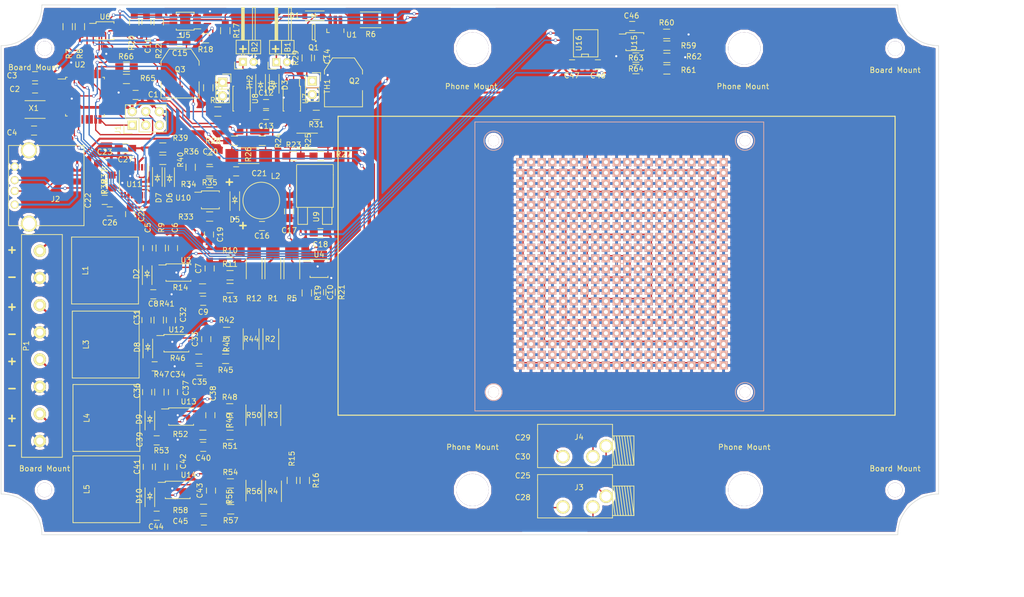
<source format=kicad_pcb>
(kicad_pcb (version 4) (host pcbnew "(after 2015-mar-04 BZR unknown)-product")
  (layers (0 F.Cu signal) (31 B.Cu signal) (34 B.Paste user) (35 F.Paste user) (36 B.SilkS user) (37 F.SilkS user) (38 B.Mask user) (39 F.Mask user) (44 Edge.Cuts user))
  (net 0 "")
  (net 1 "Net-(B1-Pad1)")
  (net 2 GND)
  (net 3 "Net-(B2-Pad1)")
  (net 4 "Net-(D6-Pad1)")
  (net 5 "Net-(D6-Pad2)")
  (net 6 "Net-(D7-Pad1)")
  (net 7 "Net-(D7-Pad2)")
  (net 8 "Net-(J1-Pad1)")
  (net 9 +3V3)
  (net 10 "Net-(J1-Pad3)")
  (net 11 "Net-(J1-Pad4)")
  (net 12 "Net-(J1-Pad5)")
  (net 13 +5V)
  (net 14 /MPPT1/Vin)
  (net 15 "/+3.3V and +5V Regulation/Vin")
  (net 16 /MPPT2/Vin)
  (net 17 /MPPT3/Vin)
  (net 18 /MPPT4/Vin)
  (net 19 "/Battery Management/Battery-Vout")
  (net 20 "Net-(Q1-Pad2)")
  (net 21 /ADC/Output-Current-H)
  (net 22 "Net-(Q2-Pad3)")
  (net 23 "Net-(Q2-Pad1)")
  (net 24 "Net-(Q3-Pad3)")
  (net 25 "Net-(Q3-Pad1)")
  (net 26 "Net-(U1-Pad4)")
  (net 27 "Net-(U2-Pad1)")
  (net 28 "Net-(U2-Pad12)")
  (net 29 "Net-(U2-Pad13)")
  (net 30 "Net-(U2-Pad14)")
  (net 31 "Net-(U2-Pad19)")
  (net 32 "Net-(U2-Pad20)")
  (net 33 "Net-(U2-Pad22)")
  (net 34 /Microcontroller/AT-SDA)
  (net 35 /Microcontroller/AT-SCL)
  (net 36 /Microcontroller/AT-RXD)
  (net 37 /Microcontroller/AT-TXD)
  (net 38 "Net-(U2-Pad32)")
  (net 39 /ADC/Input-Current-L)
  (net 40 /ADC/Input-Current-H)
  (net 41 /ADC/Output-Current-L)
  (net 42 /Microcontroller/AT-Alert)
  (net 43 /Microcontroller/AT-BAT1-STAT)
  (net 44 /Microcontroller/AT-BAT2-STAT)
  (net 45 "Net-(U11-Pad2)")
  (net 46 "Net-(U11-Pad16)")
  (net 47 "/Environment Sensors/ENV_OS")
  (net 48 "Net-(U16-Pad7)")
  (net 49 "/Environment Sensors/ENV_AL_L")
  (net 50 "/Environment Sensors/ENV_AL_H")
  (net 51 "Net-(X1-Pad3)")
  (net 52 "Net-(X1-Pad2)")
  (net 53 "Net-(C2-Pad1)")
  (net 54 "Net-(C4-Pad1)")
  (net 55 "Net-(C6-Pad1)")
  (net 56 "Net-(C7-Pad1)")
  (net 57 "Net-(C7-Pad2)")
  (net 58 "Net-(C8-Pad1)")
  (net 59 "Net-(C9-Pad1)")
  (net 60 "Net-(C10-Pad1)")
  (net 61 "Net-(C10-Pad2)")
  (net 62 "Net-(C11-Pad1)")
  (net 63 "Net-(C11-Pad2)")
  (net 64 "Net-(C18-Pad2)")
  (net 65 "Net-(C19-Pad1)")
  (net 66 "/+3.3V and +5V Regulation/LM_FB")
  (net 67 "Net-(C22-Pad1)")
  (net 68 "Net-(C23-Pad1)")
  (net 69 "Net-(C32-Pad1)")
  (net 70 "Net-(C33-Pad1)")
  (net 71 "Net-(C33-Pad2)")
  (net 72 "Net-(C34-Pad1)")
  (net 73 "Net-(C35-Pad1)")
  (net 74 "Net-(C37-Pad1)")
  (net 75 "Net-(C38-Pad1)")
  (net 76 "Net-(C38-Pad2)")
  (net 77 "Net-(C39-Pad1)")
  (net 78 "Net-(C40-Pad1)")
  (net 79 "Net-(C42-Pad1)")
  (net 80 "Net-(C43-Pad1)")
  (net 81 "Net-(C43-Pad2)")
  (net 82 "Net-(C44-Pad1)")
  (net 83 "Net-(C45-Pad1)")
  (net 84 "Net-(C48-Pad1)")
  (net 85 /MPPT1/MPPT-Vout)
  (net 86 /MPPT2/MPPT-Vout)
  (net 87 /MPPT3/MPPT-Vout)
  (net 88 /MPPT4/MPPT-Vout)
  (net 89 "Net-(R15-Pad2)")
  (net 90 "Net-(R17-Pad2)")
  (net 91 "Net-(R23-Pad2)")
  (net 92 "Net-(R24-Pad2)")
  (net 93 "Net-(R29-Pad1)")
  (net 94 "Net-(R30-Pad1)")
  (net 95 "Net-(R31-Pad2)")
  (net 96 "Net-(R32-Pad2)")
  (net 97 "Net-(R33-Pad2)")
  (net 98 "Net-(R37-Pad2)")
  (net 99 "Net-(R38-Pad2)")
  (net 100 "Net-(R59-Pad2)")
  (net 101 "Net-(R61-Pad2)")
  (net 102 "Net-(R63-Pad2)")
  (net 103 "/Phone Interface/Mic+")
  (net 104 "/Phone Interface/MicShield")
  (net 105 "/Phone Interface/Mic-")
  (net 106 "Net-(D2-Pad2)")
  (net 107 "Net-(D5-Pad2)")
  (net 108 "Net-(D8-Pad2)")
  (net 109 "Net-(D9-Pad2)")
  (net 110 "Net-(D10-Pad2)")
  (net 111 "Net-(R65-Pad1)")
  (net 112 "Net-(R66-Pad1)")
  (module Pin_Headers:Pin_Header_Angled_1x02 (layer F.Cu) (at 118.7704 42.6974 90)
    (fp_text reference B1 (at 2.8 2.1 270) (layer F.SilkS))
    (fp_text value "Li-ion(2Cell)")
    (pad 1 thru_hole rect (at 0 0 90) (size 1.5 1.5) (drill 0.8) (layers *.Cu *.Mask F.SilkS) (net 1 "Net-(B1-Pad1)"))
    (pad 2 thru_hole circle (at 0 2 90) (size 1.5 1.5) (drill 0.8) (layers *.Cu *.Mask F.SilkS) (net 2 GND))
  )
  (module Pin_Headers:Pin_Header_Angled_1x02 (layer F.Cu) (at 112.522 42.672 90)
    (fp_text reference B2 (at 2.8 2.2 270) (layer F.SilkS))
    (fp_text value "Li-ion(2Cell)")
    (pad 1 thru_hole rect (at 0 0 90) (size 1.5 1.5) (drill 0.8) (layers *.Cu *.Mask F.SilkS) (net 3 "Net-(B2-Pad1)"))
    (pad 2 thru_hole circle (at 0 2 90) (size 1.5 1.5) (drill 0.8) (layers *.Cu *.Mask F.SilkS) (net 2 GND))
  )
  (module Housings_QFP:TQFP-32_7x7mm_Pitch0.8mm (layer F.Cu) (at 82.993001 49.1595)
    (fp_text reference U2 (at -0.950296 -5.980205) (layer F.SilkS))
    (fp_text value ATmega328P)
    (pad 1 smd rect (at -4.25 -2.8) (size 1.6 0.55) (layers F.Cu F.Paste F.Mask) (net 27 "Net-(U2-Pad1)"))
    (pad 2 smd rect (at -4.25 -2) (size 1.6 0.55) (layers F.Cu F.Paste F.Mask) (net 42 /Microcontroller/AT-Alert))
    (pad 3 smd rect (at -4.25 -1.2) (size 1.6 0.55) (layers F.Cu F.Paste F.Mask) (net 2 GND))
    (pad 4 smd rect (at -4.25 -0.4) (size 1.6 0.55) (layers F.Cu F.Paste F.Mask) (net 9 +3V3))
    (pad 5 smd rect (at -4.25 0.4) (size 1.6 0.55) (layers F.Cu F.Paste F.Mask) (net 2 GND))
    (pad 6 smd rect (at -4.25 1.2) (size 1.6 0.55) (layers F.Cu F.Paste F.Mask) (net 9 +3V3))
    (pad 7 smd rect (at -4.25 2) (size 1.6 0.55) (layers F.Cu F.Paste F.Mask) (net 53 "Net-(C2-Pad1)"))
    (pad 8 smd rect (at -4.25 2.8) (size 1.6 0.55) (layers F.Cu F.Paste F.Mask) (net 54 "Net-(C4-Pad1)"))
    (pad 9 smd rect (at -2.8 4.25 90) (size 1.6 0.55) (layers F.Cu F.Paste F.Mask) (net 47 "/Environment Sensors/ENV_OS"))
    (pad 10 smd rect (at -2 4.25 90) (size 1.6 0.55) (layers F.Cu F.Paste F.Mask) (net 49 "/Environment Sensors/ENV_AL_L"))
    (pad 11 smd rect (at -1.2 4.25 90) (size 1.6 0.55) (layers F.Cu F.Paste F.Mask) (net 50 "/Environment Sensors/ENV_AL_H"))
    (pad 12 smd rect (at -0.4 4.25 90) (size 1.6 0.55) (layers F.Cu F.Paste F.Mask) (net 28 "Net-(U2-Pad12)"))
    (pad 13 smd rect (at 0.4 4.25 90) (size 1.6 0.55) (layers F.Cu F.Paste F.Mask) (net 29 "Net-(U2-Pad13)"))
    (pad 14 smd rect (at 1.2 4.25 90) (size 1.6 0.55) (layers F.Cu F.Paste F.Mask) (net 30 "Net-(U2-Pad14)"))
    (pad 15 smd rect (at 2 4.25 90) (size 1.6 0.55) (layers F.Cu F.Paste F.Mask) (net 11 "Net-(J1-Pad4)"))
    (pad 16 smd rect (at 2.8 4.25 90) (size 1.6 0.55) (layers F.Cu F.Paste F.Mask) (net 8 "Net-(J1-Pad1)"))
    (pad 17 smd rect (at 4.25 2.8) (size 1.6 0.55) (layers F.Cu F.Paste F.Mask) (net 10 "Net-(J1-Pad3)"))
    (pad 18 smd rect (at 4.25 2) (size 1.6 0.55) (layers F.Cu F.Paste F.Mask) (net 9 +3V3))
    (pad 19 smd rect (at 4.25 1.2) (size 1.6 0.55) (layers F.Cu F.Paste F.Mask) (net 31 "Net-(U2-Pad19)"))
    (pad 20 smd rect (at 4.25 0.4) (size 1.6 0.55) (layers F.Cu F.Paste F.Mask) (net 32 "Net-(U2-Pad20)"))
    (pad 21 smd rect (at 4.25 -0.4) (size 1.6 0.55) (layers F.Cu F.Paste F.Mask) (net 2 GND))
    (pad 22 smd rect (at 4.25 -1.2) (size 1.6 0.55) (layers F.Cu F.Paste F.Mask) (net 33 "Net-(U2-Pad22)"))
    (pad 23 smd rect (at 4.25 -2) (size 1.6 0.55) (layers F.Cu F.Paste F.Mask) (net 43 /Microcontroller/AT-BAT1-STAT))
    (pad 24 smd rect (at 4.25 -2.8) (size 1.6 0.55) (layers F.Cu F.Paste F.Mask) (net 111 "Net-(R65-Pad1)"))
    (pad 25 smd rect (at 2.8 -4.25 90) (size 1.6 0.55) (layers F.Cu F.Paste F.Mask) (net 44 /Microcontroller/AT-BAT2-STAT))
    (pad 26 smd rect (at 2 -4.25 90) (size 1.6 0.55) (layers F.Cu F.Paste F.Mask) (net 112 "Net-(R66-Pad1)"))
    (pad 27 smd rect (at 1.2 -4.25 90) (size 1.6 0.55) (layers F.Cu F.Paste F.Mask) (net 34 /Microcontroller/AT-SDA))
    (pad 28 smd rect (at 0.4 -4.25 90) (size 1.6 0.55) (layers F.Cu F.Paste F.Mask) (net 35 /Microcontroller/AT-SCL))
    (pad 29 smd rect (at -0.4 -4.25 90) (size 1.6 0.55) (layers F.Cu F.Paste F.Mask) (net 12 "Net-(J1-Pad5)"))
    (pad 30 smd rect (at -1.2 -4.25 90) (size 1.6 0.55) (layers F.Cu F.Paste F.Mask) (net 36 /Microcontroller/AT-RXD))
    (pad 31 smd rect (at -2 -4.25 90) (size 1.6 0.55) (layers F.Cu F.Paste F.Mask) (net 37 /Microcontroller/AT-TXD))
    (pad 32 smd rect (at -2.8 -4.25 90) (size 1.6 0.55) (layers F.Cu F.Paste F.Mask) (net 38 "Net-(U2-Pad32)"))
  )
  (module Mounting_Holes:MountingHole_2-7mm (layer F.Cu) (at 234.442 40.132)
    (fp_text reference "Board Mount" (at 0.000705 4.063295) (layer F.SilkS))
    (fp_text value MountingHole_2-7mm)
    (pad 1 thru_hole circle (at 0 0) (size 2.7 2.7) (drill 2.7) (layers))
  )
  (module Mounting_Holes:MountingHole_2-7mm (layer F.Cu) (at 234.442 122.682)
    (fp_text reference "Board Mount" (at 0 -4.0005) (layer F.SilkS))
    (fp_text value MountingHole_2-7mm)
    (pad 1 thru_hole circle (at 0 0) (size 2.7 2.7) (drill 2.7) (layers))
  )
  (module Capacitors_SMD:C_0805_HandSoldering (layer F.Cu) (at 92.456 48.8315)
    (fp_text reference C1 (at 3.302705 -0.064205) (layer F.SilkS))
    (fp_text value 1uF)
    (pad 1 smd rect (at -1.25 0) (size 1.5 1.25) (layers F.Cu F.Paste F.Mask) (net 9 +3V3))
    (pad 2 smd rect (at 1.25 0) (size 1.5 1.25) (layers F.Cu F.Paste F.Mask) (net 2 GND))
  )
  (module Capacitors_SMD:C_0805_HandSoldering (layer F.Cu) (at 73.66 47.625 180)
    (fp_text reference C2 (at 3.809295 -0.126295 180) (layer F.SilkS))
    (fp_text value 10pF)
    (pad 1 smd rect (at -1.25 0 180) (size 1.5 1.25) (layers F.Cu F.Paste F.Mask) (net 53 "Net-(C2-Pad1)"))
    (pad 2 smd rect (at 1.25 0 180) (size 1.5 1.25) (layers F.Cu F.Paste F.Mask) (net 2 GND))
  )
  (module Capacitors_SMD:C_0805_HandSoldering (layer F.Cu) (at 73.66 45.339 180)
    (fp_text reference C3 (at 4.317295 0.127705 180) (layer F.SilkS))
    (fp_text value 1uF)
    (pad 1 smd rect (at -1.25 0 180) (size 1.5 1.25) (layers F.Cu F.Paste F.Mask) (net 9 +3V3))
    (pad 2 smd rect (at 1.25 0 180) (size 1.5 1.25) (layers F.Cu F.Paste F.Mask) (net 2 GND))
  )
  (module Capacitors_SMD:C_0805_HandSoldering (layer F.Cu) (at 73.4695 55.499 180)
    (fp_text reference C4 (at 4.126795 -0.380295 180) (layer F.SilkS))
    (fp_text value 10pF)
    (pad 1 smd rect (at -1.25 0 180) (size 1.5 1.25) (layers F.Cu F.Paste F.Mask) (net 54 "Net-(C4-Pad1)"))
    (pad 2 smd rect (at 1.25 0 180) (size 1.5 1.25) (layers F.Cu F.Paste F.Mask) (net 2 GND))
  )
  (module Capacitors_SMD:C_0805_HandSoldering (layer F.Cu) (at 94.742 77.47 90)
    (fp_text reference C5 (at 3.810705 0.000705 90) (layer F.SilkS))
    (fp_text value 10uF)
    (pad 1 smd rect (at -1.25 0 90) (size 1.5 1.25) (layers F.Cu F.Paste F.Mask) (net 14 /MPPT1/Vin))
    (pad 2 smd rect (at 1.25 0 90) (size 1.5 1.25) (layers F.Cu F.Paste F.Mask) (net 2 GND))
  )
  (module Capacitors_SMD:C_0805_HandSoldering (layer F.Cu) (at 99.441 77.47 90)
    (fp_text reference C6 (at 3.810705 0.381705 90) (layer F.SilkS))
    (fp_text value 10uF)
    (pad 1 smd rect (at -1.25 0 90) (size 1.5 1.25) (layers F.Cu F.Paste F.Mask) (net 55 "Net-(C6-Pad1)"))
    (pad 2 smd rect (at 1.25 0 90) (size 1.5 1.25) (layers F.Cu F.Paste F.Mask) (net 2 GND))
  )
  (module Capacitors_SMD:C_0805_HandSoldering (layer F.Cu) (at 106.299705 81.279295 90)
    (fp_text reference C7 (at 0 -2.1 90) (layer F.SilkS))
    (fp_text value 1uF)
    (pad 1 smd rect (at -1.25 0 90) (size 1.5 1.25) (layers F.Cu F.Paste F.Mask) (net 56 "Net-(C7-Pad1)"))
    (pad 2 smd rect (at 1.25 0 90) (size 1.5 1.25) (layers F.Cu F.Paste F.Mask) (net 57 "Net-(C7-Pad2)"))
  )
  (module Capacitors_SMD:C_0805_HandSoldering (layer F.Cu) (at 95.758 86.106)
    (fp_text reference C8 (at 0.000705 1.777295) (layer F.SilkS))
    (fp_text value 22uF)
    (pad 1 smd rect (at -1.25 0) (size 1.5 1.25) (layers F.Cu F.Paste F.Mask) (net 58 "Net-(C8-Pad1)"))
    (pad 2 smd rect (at 1.25 0) (size 1.5 1.25) (layers F.Cu F.Paste F.Mask) (net 2 GND))
  )
  (module Capacitors_SMD:C_0805_HandSoldering (layer F.Cu) (at 105.093205 87.311795 180)
    (fp_text reference C9 (at 0 -2.1 180) (layer F.SilkS))
    (fp_text value 1nF)
    (pad 1 smd rect (at -1.25 0 180) (size 1.5 1.25) (layers F.Cu F.Paste F.Mask) (net 59 "Net-(C9-Pad1)"))
    (pad 2 smd rect (at 1.25 0 180) (size 1.5 1.25) (layers F.Cu F.Paste F.Mask) (net 2 GND))
  )
  (module Capacitors_SMD:C_0805_HandSoldering (layer F.Cu) (at 126.746 85.725 270)
    (fp_text reference C10 (at 0 -2.1 270) (layer F.SilkS))
    (fp_text value 0.1uF)
    (pad 1 smd rect (at -1.25 0 270) (size 1.5 1.25) (layers F.Cu F.Paste F.Mask) (net 60 "Net-(C10-Pad1)"))
    (pad 2 smd rect (at 1.25 0 270) (size 1.5 1.25) (layers F.Cu F.Paste F.Mask) (net 61 "Net-(C10-Pad2)"))
  )
  (module Capacitors_SMD:C_0805_HandSoldering (layer F.Cu) (at 94.488 35.179 270)
    (fp_text reference C11 (at 4.444295 -0.254705 270) (layer F.SilkS))
    (fp_text value 0.1uF)
    (pad 1 smd rect (at -1.25 0 270) (size 1.5 1.25) (layers F.Cu F.Paste F.Mask) (net 62 "Net-(C11-Pad1)"))
    (pad 2 smd rect (at 1.25 0 270) (size 1.5 1.25) (layers F.Cu F.Paste F.Mask) (net 63 "Net-(C11-Pad2)"))
  )
  (module Capacitors_SMD:C_0805_HandSoldering (layer F.Cu) (at 116.84 50.546)
    (fp_text reference C12 (at 0 -2.1) (layer F.SilkS))
    (fp_text value 0.1uF)
    (pad 1 smd rect (at -1.25 0) (size 1.5 1.25) (layers F.Cu F.Paste F.Mask) (net 39 /ADC/Input-Current-L))
    (pad 2 smd rect (at 1.25 0) (size 1.5 1.25) (layers F.Cu F.Paste F.Mask) (net 2 GND))
  )
  (module Capacitors_SMD:C_0805_HandSoldering (layer F.Cu) (at 116.84 52.578 180)
    (fp_text reference C13 (at 0 -2.1 180) (layer F.SilkS))
    (fp_text value 0.1uF)
    (pad 1 smd rect (at -1.25 0 180) (size 1.5 1.25) (layers F.Cu F.Paste F.Mask) (net 39 /ADC/Input-Current-L))
    (pad 2 smd rect (at 1.25 0 180) (size 1.5 1.25) (layers F.Cu F.Paste F.Mask) (net 2 GND))
  )
  (module Capacitors_SMD:C_0805_HandSoldering (layer F.Cu) (at 126.746 41.91 270)
    (fp_text reference C14 (at -0.254705 -1.524705 270) (layer F.SilkS))
    (fp_text value 0.1uF)
    (pad 1 smd rect (at -1.25 0 270) (size 1.5 1.25) (layers F.Cu F.Paste F.Mask) (net 1 "Net-(B1-Pad1)"))
    (pad 2 smd rect (at 1.25 0 270) (size 1.5 1.25) (layers F.Cu F.Paste F.Mask) (net 2 GND))
  )
  (module Capacitors_SMD:C_0805_HandSoldering (layer F.Cu) (at 100.711 38.9255 180)
    (fp_text reference C15 (at 0 -2.1 180) (layer F.SilkS))
    (fp_text value 0.1uF)
    (pad 1 smd rect (at -1.25 0 180) (size 1.5 1.25) (layers F.Cu F.Paste F.Mask) (net 3 "Net-(B2-Pad1)"))
    (pad 2 smd rect (at 1.25 0 180) (size 1.5 1.25) (layers F.Cu F.Paste F.Mask) (net 2 GND))
  )
  (module Capacitors_SMD:C_0805_HandSoldering (layer F.Cu) (at 116.078 73.3425)
    (fp_text reference C16 (at 0.000705 1.840795) (layer F.SilkS))
    (fp_text value "22uF Tant")
    (pad 1 smd rect (at -1.25 0) (size 1.5 1.25) (layers F.Cu F.Paste F.Mask) (net 15 "/+3.3V and +5V Regulation/Vin"))
    (pad 2 smd rect (at 1.25 0) (size 1.5 1.25) (layers F.Cu F.Paste F.Mask) (net 2 GND))
  )
  (module Capacitors_SMD:C_0805_HandSoldering (layer F.Cu) (at 121.158 70.612 90)
    (fp_text reference C17 (at -3.555295 0.000705 180) (layer F.SilkS))
    (fp_text value 1uF)
    (pad 1 smd rect (at -1.25 0 90) (size 1.5 1.25) (layers F.Cu F.Paste F.Mask) (net 15 "/+3.3V and +5V Regulation/Vin"))
    (pad 2 smd rect (at 1.25 0 90) (size 1.5 1.25) (layers F.Cu F.Paste F.Mask) (net 2 GND))
  )
  (module Capacitors_SMD:C_0805_HandSoldering (layer F.Cu) (at 127 74.676 180)
    (fp_text reference C18 (at 0 -2.1 180) (layer F.SilkS))
    (fp_text value 1uF)
    (pad 1 smd rect (at -1.25 0 180) (size 1.5 1.25) (layers F.Cu F.Paste F.Mask) (net 9 +3V3))
    (pad 2 smd rect (at 1.25 0 180) (size 1.5 1.25) (layers F.Cu F.Paste F.Mask) (net 64 "Net-(C18-Pad2)"))
  )
  (module Capacitors_SMD:C_0805_HandSoldering (layer F.Cu) (at 106.172 74.93 270)
    (fp_text reference C19 (at 0 -2.1 270) (layer F.SilkS))
    (fp_text value 1uF)
    (pad 1 smd rect (at -1.25 0 270) (size 1.5 1.25) (layers F.Cu F.Paste F.Mask) (net 65 "Net-(C19-Pad1)"))
    (pad 2 smd rect (at 1.25 0 270) (size 1.5 1.25) (layers F.Cu F.Paste F.Mask) (net 2 GND))
  )
  (module Capacitors_SMD:C_0805_HandSoldering (layer F.Cu) (at 106.299 60.96 180)
    (fp_text reference C20 (at -0.127705 1.524705 180) (layer F.SilkS))
    (fp_text value 39pF)
    (pad 1 smd rect (at -1.25 0 180) (size 1.5 1.25) (layers F.Cu F.Paste F.Mask) (net 13 +5V))
    (pad 2 smd rect (at 1.25 0 180) (size 1.5 1.25) (layers F.Cu F.Paste F.Mask) (net 66 "/+3.3V and +5V Regulation/LM_FB"))
  )
  (module Capacitors_SMD:C_0805_HandSoldering (layer F.Cu) (at 111.252705 63.118295)
    (fp_text reference C21 (at 4.318 0.381) (layer F.SilkS))
    (fp_text value "68uF Tant")
    (pad 1 smd rect (at -1.25 0) (size 1.5 1.25) (layers F.Cu F.Paste F.Mask) (net 13 +5V))
    (pad 2 smd rect (at 1.25 0) (size 1.5 1.25) (layers F.Cu F.Paste F.Mask) (net 2 GND))
  )
  (module Capacitors_SMD:C_0805_HandSoldering (layer F.Cu) (at 86.6775 68.453)
    (fp_text reference C22 (at -3.110795 0.126295 90) (layer F.SilkS))
    (fp_text value 47pF)
    (pad 1 smd rect (at -1.25 0) (size 1.5 1.25) (layers F.Cu F.Paste F.Mask) (net 67 "Net-(C22-Pad1)"))
    (pad 2 smd rect (at 1.25 0) (size 1.5 1.25) (layers F.Cu F.Paste F.Mask) (net 2 GND))
  )
  (module Capacitors_SMD:C_0805_HandSoldering (layer F.Cu) (at 86.6775 61.595)
    (fp_text reference C23 (at 0 -2.1) (layer F.SilkS))
    (fp_text value 47pF)
    (pad 1 smd rect (at -1.25 0) (size 1.5 1.25) (layers F.Cu F.Paste F.Mask) (net 68 "Net-(C23-Pad1)"))
    (pad 2 smd rect (at 1.25 0) (size 1.5 1.25) (layers F.Cu F.Paste F.Mask) (net 2 GND))
  )
  (module Capacitors_SMD:C_0805_HandSoldering (layer F.Cu) (at 91.44 71.12 270)
    (fp_text reference C24 (at 0 -2.1 270) (layer F.SilkS))
    (fp_text value 100nF)
    (pad 1 smd rect (at -1.25 0 270) (size 1.5 1.25) (layers F.Cu F.Paste F.Mask) (net 9 +3V3))
    (pad 2 smd rect (at 1.25 0 270) (size 1.5 1.25) (layers F.Cu F.Paste F.Mask) (net 2 GND))
  )
  (module Capacitors_SMD:C_0805_HandSoldering (layer F.Cu) (at 87.63 70.612 180)
    (fp_text reference C26 (at 0 -2.1 180) (layer F.SilkS))
    (fp_text value 100nF)
    (pad 1 smd rect (at -1.25 0 180) (size 1.5 1.25) (layers F.Cu F.Paste F.Mask) (net 9 +3V3))
    (pad 2 smd rect (at 1.25 0 180) (size 1.5 1.25) (layers F.Cu F.Paste F.Mask) (net 2 GND))
  )
  (module Capacitors_SMD:C_0805_HandSoldering (layer F.Cu) (at 90.551 58.801 180)
    (fp_text reference C27 (at 0 -2.1 180) (layer F.SilkS))
    (fp_text value 4.7uF)
    (pad 1 smd rect (at -1.25 0 180) (size 1.5 1.25) (layers F.Cu F.Paste F.Mask) (net 9 +3V3))
    (pad 2 smd rect (at 1.25 0 180) (size 1.5 1.25) (layers F.Cu F.Paste F.Mask) (net 2 GND))
  )
  (module Capacitors_SMD:C_0805_HandSoldering (layer F.Cu) (at 94.488 90.932 270)
    (fp_text reference C31 (at -0.508705 1.777295 270) (layer F.SilkS))
    (fp_text value 10uF)
    (pad 1 smd rect (at -1.25 0 270) (size 1.5 1.25) (layers F.Cu F.Paste F.Mask) (net 16 /MPPT2/Vin))
    (pad 2 smd rect (at 1.25 0 270) (size 1.5 1.25) (layers F.Cu F.Paste F.Mask) (net 2 GND))
  )
  (module Capacitors_SMD:C_0805_HandSoldering (layer F.Cu) (at 99.06 90.932 90)
    (fp_text reference C32 (at 1.016705 2.286705 90) (layer F.SilkS))
    (fp_text value 10uF)
    (pad 1 smd rect (at -1.25 0 90) (size 1.5 1.25) (layers F.Cu F.Paste F.Mask) (net 69 "Net-(C32-Pad1)"))
    (pad 2 smd rect (at 1.25 0 90) (size 1.5 1.25) (layers F.Cu F.Paste F.Mask) (net 2 GND))
  )
  (module Capacitors_SMD:C_0805_HandSoldering (layer F.Cu) (at 105.664705 94.487295 90)
    (fp_text reference C33 (at 0 -2.1 90) (layer F.SilkS))
    (fp_text value 1uF)
    (pad 1 smd rect (at -1.25 0 90) (size 1.5 1.25) (layers F.Cu F.Paste F.Mask) (net 70 "Net-(C33-Pad1)"))
    (pad 2 smd rect (at 1.25 0 90) (size 1.5 1.25) (layers F.Cu F.Paste F.Mask) (net 71 "Net-(C33-Pad2)"))
  )
  (module Capacitors_SMD:C_0805_HandSoldering (layer F.Cu) (at 96.012 99.568)
    (fp_text reference C34 (at 4.318705 1.523295) (layer F.SilkS))
    (fp_text value 22uF)
    (pad 1 smd rect (at -1.25 0) (size 1.5 1.25) (layers F.Cu F.Paste F.Mask) (net 72 "Net-(C34-Pad1)"))
    (pad 2 smd rect (at 1.25 0) (size 1.5 1.25) (layers F.Cu F.Paste F.Mask) (net 2 GND))
  )
  (module Capacitors_SMD:C_0805_HandSoldering (layer F.Cu) (at 104.394705 100.392795 180)
    (fp_text reference C35 (at 0 -2.1 180) (layer F.SilkS))
    (fp_text value 1nF)
    (pad 1 smd rect (at -1.25 0 180) (size 1.5 1.25) (layers F.Cu F.Paste F.Mask) (net 73 "Net-(C35-Pad1)"))
    (pad 2 smd rect (at 1.25 0 180) (size 1.5 1.25) (layers F.Cu F.Paste F.Mask) (net 2 GND))
  )
  (module Capacitors_SMD:C_0805_HandSoldering (layer F.Cu) (at 94.615 104.394 270)
    (fp_text reference C36 (at -0.254705 1.904295 450) (layer F.SilkS))
    (fp_text value 10uF)
    (pad 1 smd rect (at -1.25 0 270) (size 1.5 1.25) (layers F.Cu F.Paste F.Mask) (net 17 /MPPT3/Vin))
    (pad 2 smd rect (at 1.25 0 270) (size 1.5 1.25) (layers F.Cu F.Paste F.Mask) (net 2 GND))
  )
  (module Capacitors_SMD:C_0805_HandSoldering (layer F.Cu) (at 99.441 104.394 90)
    (fp_text reference C37 (at 0.762705 2.413705 90) (layer F.SilkS))
    (fp_text value 10uF)
    (pad 1 smd rect (at -1.25 0 90) (size 1.5 1.25) (layers F.Cu F.Paste F.Mask) (net 74 "Net-(C37-Pad1)"))
    (pad 2 smd rect (at 1.25 0 90) (size 1.5 1.25) (layers F.Cu F.Paste F.Mask) (net 2 GND))
  )
  (module Capacitors_SMD:C_0805_HandSoldering (layer F.Cu) (at 106.426705 108.711295 90)
    (fp_text reference C38 (at 4.064 0.508 90) (layer F.SilkS))
    (fp_text value 1uF)
    (pad 1 smd rect (at -1.25 0 90) (size 1.5 1.25) (layers F.Cu F.Paste F.Mask) (net 75 "Net-(C38-Pad1)"))
    (pad 2 smd rect (at 1.25 0 90) (size 1.5 1.25) (layers F.Cu F.Paste F.Mask) (net 76 "Net-(C38-Pad2)"))
  )
  (module Capacitors_SMD:C_0805_HandSoldering (layer F.Cu) (at 96.393 113.411)
    (fp_text reference C39 (at -3.174295 -0.127705 90) (layer F.SilkS))
    (fp_text value 22uF)
    (pad 1 smd rect (at -1.25 0) (size 1.5 1.25) (layers F.Cu F.Paste F.Mask) (net 77 "Net-(C39-Pad1)"))
    (pad 2 smd rect (at 1.25 0) (size 1.5 1.25) (layers F.Cu F.Paste F.Mask) (net 2 GND))
  )
  (module Capacitors_SMD:C_0805_HandSoldering (layer F.Cu) (at 105.093205 114.616795 180)
    (fp_text reference C40 (at 0 -2.1 180) (layer F.SilkS))
    (fp_text value 1nF)
    (pad 1 smd rect (at -1.25 0 180) (size 1.5 1.25) (layers F.Cu F.Paste F.Mask) (net 78 "Net-(C40-Pad1)"))
    (pad 2 smd rect (at 1.25 0 180) (size 1.5 1.25) (layers F.Cu F.Paste F.Mask) (net 2 GND))
  )
  (module Capacitors_SMD:C_0805_HandSoldering (layer F.Cu) (at 94.742 118.364 270)
    (fp_text reference C41 (at -0.000705 2.031295 450) (layer F.SilkS))
    (fp_text value 10uF)
    (pad 1 smd rect (at -1.25 0 270) (size 1.5 1.25) (layers F.Cu F.Paste F.Mask) (net 18 /MPPT4/Vin))
    (pad 2 smd rect (at 1.25 0 270) (size 1.5 1.25) (layers F.Cu F.Paste F.Mask) (net 2 GND))
  )
  (module Capacitors_SMD:C_0805_HandSoldering (layer F.Cu) (at 99.314 118.364 90)
    (fp_text reference C42 (at 1.016705 2.032705 90) (layer F.SilkS))
    (fp_text value 10uF)
    (pad 1 smd rect (at -1.25 0 90) (size 1.5 1.25) (layers F.Cu F.Paste F.Mask) (net 79 "Net-(C42-Pad1)"))
    (pad 2 smd rect (at 1.25 0 90) (size 1.5 1.25) (layers F.Cu F.Paste F.Mask) (net 2 GND))
  )
  (module Capacitors_SMD:C_0805_HandSoldering (layer F.Cu) (at 106.553705 122.808295 90)
    (fp_text reference C43 (at 0 -2.1 90) (layer F.SilkS))
    (fp_text value 1uF)
    (pad 1 smd rect (at -1.25 0 90) (size 1.5 1.25) (layers F.Cu F.Paste F.Mask) (net 80 "Net-(C43-Pad1)"))
    (pad 2 smd rect (at 1.25 0 90) (size 1.5 1.25) (layers F.Cu F.Paste F.Mask) (net 81 "Net-(C43-Pad2)"))
  )
  (module Capacitors_SMD:C_0805_HandSoldering (layer F.Cu) (at 96.393 127.508)
    (fp_text reference C44 (at -0.126295 2.031295) (layer F.SilkS))
    (fp_text value 22uF)
    (pad 1 smd rect (at -1.25 0) (size 1.5 1.25) (layers F.Cu F.Paste F.Mask) (net 82 "Net-(C44-Pad1)"))
    (pad 2 smd rect (at 1.25 0) (size 1.5 1.25) (layers F.Cu F.Paste F.Mask) (net 2 GND))
  )
  (module Capacitors_SMD:C_0805_HandSoldering (layer F.Cu) (at 105.220205 128.396295 180)
    (fp_text reference C45 (at 4.3815 -0.127 180) (layer F.SilkS))
    (fp_text value 1nF)
    (pad 1 smd rect (at -1.25 0 180) (size 1.5 1.25) (layers F.Cu F.Paste F.Mask) (net 83 "Net-(C45-Pad1)"))
    (pad 2 smd rect (at 1.25 0 180) (size 1.5 1.25) (layers F.Cu F.Paste F.Mask) (net 2 GND))
  )
  (module Capacitors_SMD:C_0805_HandSoldering (layer F.Cu) (at 185.293 35.941 180)
    (fp_text reference C46 (at 0.126295 1.905705 180) (layer F.SilkS))
    (fp_text value 0.1uF)
    (pad 1 smd rect (at -1.25 0 180) (size 1.5 1.25) (layers F.Cu F.Paste F.Mask) (net 9 +3V3))
    (pad 2 smd rect (at 1.25 0 180) (size 1.5 1.25) (layers F.Cu F.Paste F.Mask) (net 2 GND))
  )
  (module Capacitors_SMD:C_0805_HandSoldering (layer F.Cu) (at 174.0535 43.1165)
    (fp_text reference C47 (at -0.062795 2.094795) (layer F.SilkS))
    (fp_text value 0.22uF)
    (pad 1 smd rect (at -1.25 0) (size 1.5 1.25) (layers F.Cu F.Paste F.Mask) (net 9 +3V3))
    (pad 2 smd rect (at 1.25 0) (size 1.5 1.25) (layers F.Cu F.Paste F.Mask) (net 2 GND))
  )
  (module Capacitors_SMD:C_0805_HandSoldering (layer F.Cu) (at 178.8795 43.1165 180)
    (fp_text reference C48 (at 0 -2.1 180) (layer F.SilkS))
    (fp_text value 0.1)
    (pad 1 smd rect (at -1.25 0 180) (size 1.5 1.25) (layers F.Cu F.Paste F.Mask) (net 84 "Net-(C48-Pad1)"))
    (pad 2 smd rect (at 1.25 0 180) (size 1.5 1.25) (layers F.Cu F.Paste F.Mask) (net 2 GND))
  )
  (module Diodes_SMD:SOD-123 (layer F.Cu) (at 125.73 34.036 180)
    (fp_text reference D1 (at 3.555295 0.000705 180) (layer F.SilkS))
    (fp_text value 1N5819)
    (pad 1 smd rect (at -1.635 0 180) (size 0.91 1.22) (layers F.Cu F.Paste F.Mask) (net 21 /ADC/Output-Current-H))
    (pad 2 smd rect (at 1.635 0 180) (size 0.91 1.22) (layers F.Cu F.Paste F.Mask) (net 39 /ADC/Input-Current-L))
  )
  (module Diodes_SMD:SOD-123 (layer F.Cu) (at 94.615 82.296 90)
    (fp_text reference D2 (at 0 -2 90) (layer F.SilkS))
    (fp_text value Diode-Shottky)
    (pad 1 smd rect (at -1.635 0 90) (size 0.91 1.22) (layers F.Cu F.Paste F.Mask) (net 58 "Net-(C8-Pad1)"))
    (pad 2 smd rect (at 1.635 0 90) (size 0.91 1.22) (layers F.Cu F.Paste F.Mask) (net 106 "Net-(D2-Pad2)"))
  )
  (module Diodes_SMD:SOD-123 (layer F.Cu) (at 118.364 46.99 270)
    (fp_text reference D3 (at 0 -2 270) (layer F.SilkS))
    (fp_text value Diode-Shottky)
    (pad 1 smd rect (at -1.635 0 270) (size 0.91 1.22) (layers F.Cu F.Paste F.Mask) (net 19 "/Battery Management/Battery-Vout"))
    (pad 2 smd rect (at 1.635 0 270) (size 0.91 1.22) (layers F.Cu F.Paste F.Mask) (net 1 "Net-(B1-Pad1)"))
  )
  (module Diodes_SMD:SOD-123 (layer F.Cu) (at 115.824 46.99 270)
    (fp_text reference D4 (at 0 -2 270) (layer F.SilkS))
    (fp_text value Diode-Shottky)
    (pad 1 smd rect (at -1.635 0 270) (size 0.91 1.22) (layers F.Cu F.Paste F.Mask) (net 19 "/Battery Management/Battery-Vout"))
    (pad 2 smd rect (at 1.635 0 270) (size 0.91 1.22) (layers F.Cu F.Paste F.Mask) (net 3 "Net-(B2-Pad1)"))
  )
  (module Diodes_SMD:SOD-123 (layer F.Cu) (at 110.998 68.453 90)
    (fp_text reference D5 (at -3.682295 0.000705 180) (layer F.SilkS))
    (fp_text value Diode-Shottky)
    (pad 1 smd rect (at -1.635 0 90) (size 0.91 1.22) (layers F.Cu F.Paste F.Mask) (net 13 +5V))
    (pad 2 smd rect (at 1.635 0 90) (size 0.91 1.22) (layers F.Cu F.Paste F.Mask) (net 107 "Net-(D5-Pad2)"))
  )
  (module Diodes_SMD:SOD-123 (layer F.Cu) (at 98.806 64.4525 270)
    (fp_text reference D6 (at 3.618795 -0.000705 270) (layer F.SilkS))
    (fp_text value GRN)
    (pad 1 smd rect (at -1.635 0 270) (size 0.91 1.22) (layers F.Cu F.Paste F.Mask) (net 4 "Net-(D6-Pad1)"))
    (pad 2 smd rect (at 1.635 0 270) (size 0.91 1.22) (layers F.Cu F.Paste F.Mask) (net 5 "Net-(D6-Pad2)"))
  )
  (module Diodes_SMD:SOD-123 (layer F.Cu) (at 96.52 64.389 270)
    (fp_text reference D7 (at 3.682295 -0.254705 270) (layer F.SilkS))
    (fp_text value LED)
    (pad 1 smd rect (at -1.635 0 270) (size 0.91 1.22) (layers F.Cu F.Paste F.Mask) (net 6 "Net-(D7-Pad1)"))
    (pad 2 smd rect (at 1.635 0 270) (size 0.91 1.22) (layers F.Cu F.Paste F.Mask) (net 7 "Net-(D7-Pad2)"))
  )
  (module Diodes_SMD:SOD-123 (layer F.Cu) (at 95.123 123.825 90)
    (fp_text reference D10 (at 0 -2 90) (layer F.SilkS))
    (fp_text value Diode-Shottky)
    (pad 1 smd rect (at -1.635 0 90) (size 0.91 1.22) (layers F.Cu F.Paste F.Mask) (net 82 "Net-(C44-Pad1)"))
    (pad 2 smd rect (at 1.635 0 90) (size 0.91 1.22) (layers F.Cu F.Paste F.Mask) (net 110 "Net-(D10-Pad2)"))
  )
  (module Connect:USB_A (layer F.Cu) (at 69.850705 65.785295)
    (fp_text reference J2 (at 7.62 2.54) (layer F.SilkS))
    (fp_text value USB)
    (pad 4 thru_hole circle (at 0 -3.556) (size 1.50114 1.50114) (drill 1.00076) (layers *.Cu *.Mask F.SilkS) (net 2 GND))
    (pad 3 thru_hole circle (at 0 -1.016) (size 1.50114 1.50114) (drill 1.00076) (layers *.Cu *.Mask F.SilkS) (net 67 "Net-(C22-Pad1)"))
    (pad 2 thru_hole circle (at 0 1.016) (size 1.50114 1.50114) (drill 1.00076) (layers *.Cu *.Mask F.SilkS) (net 68 "Net-(C23-Pad1)"))
    (pad 1 thru_hole circle (at 0 3.556) (size 1.50114 1.50114) (drill 1.00076) (layers *.Cu *.Mask F.SilkS) (net 13 +5V))
    (pad 5 thru_hole circle (at 2.667 -6.604) (size 2.99974 2.99974) (drill 2.30124) (layers *.Cu *.Mask F.SilkS) (net 2 GND))
    (pad 6 thru_hole circle (at 2.667 7.112) (size 2.99974 2.99974) (drill 2.30124) (layers *.Cu *.Mask F.SilkS) (net 2 GND))
  )
  (module RFCX:Ind_12_5x12_5 (layer F.Cu) (at 86.741 81.661 270)
    (fp_text reference L1 (at 0 3.683 270) (layer F.SilkS))
    (fp_text value 27uH)
    (pad 1 smd rect (at -4.85 0 270) (size 2.9 5.4) (layers F.Cu F.Paste F.Mask) (net 14 /MPPT1/Vin))
    (pad 2 smd rect (at 4.85 0 270) (size 2.9 5.4) (layers F.Cu F.Paste F.Mask) (net 106 "Net-(D2-Pad2)"))
  )
  (module RFCX:Ind_6x6 (layer F.Cu) (at 115.951 68.58 90)
    (fp_text reference L2 (at 4.572705 2.667705 180) (layer F.SilkS))
    (fp_text value 6.8uH)
    (pad 1 smd rect (at -2.15 0 90) (size 2 6) (layers F.Cu F.Paste F.Mask) (net 15 "/+3.3V and +5V Regulation/Vin"))
    (pad 2 smd rect (at 2.15 0 90) (size 2 6) (layers F.Cu F.Paste F.Mask) (net 107 "Net-(D5-Pad2)"))
  )
  (module RFCX:Ind_12_5x12_5 (layer F.Cu) (at 86.868 95.504 270)
    (fp_text reference L3 (at 0 3.683 270) (layer F.SilkS))
    (fp_text value 27uH)
    (pad 1 smd rect (at -4.85 0 270) (size 2.9 5.4) (layers F.Cu F.Paste F.Mask) (net 16 /MPPT2/Vin))
    (pad 2 smd rect (at 4.85 0 270) (size 2.9 5.4) (layers F.Cu F.Paste F.Mask) (net 108 "Net-(D8-Pad2)"))
  )
  (module RFCX:Ind_12_5x12_5 (layer F.Cu) (at 86.995 109.22 270)
    (fp_text reference L4 (at 0 3.683 270) (layer F.SilkS))
    (fp_text value 27uH)
    (pad 1 smd rect (at -4.85 0 270) (size 2.9 5.4) (layers F.Cu F.Paste F.Mask) (net 17 /MPPT3/Vin))
    (pad 2 smd rect (at 4.85 0 270) (size 2.9 5.4) (layers F.Cu F.Paste F.Mask) (net 109 "Net-(D9-Pad2)"))
  )
  (module RFCX:Ind_12_5x12_5 (layer F.Cu) (at 86.995 122.555 270)
    (fp_text reference L5 (at 0 3.683 270) (layer F.SilkS))
    (fp_text value 27uH)
    (pad 1 smd rect (at -4.85 0 270) (size 2.9 5.4) (layers F.Cu F.Paste F.Mask) (net 18 /MPPT4/Vin))
    (pad 2 smd rect (at 4.85 0 270) (size 2.9 5.4) (layers F.Cu F.Paste F.Mask) (net 110 "Net-(D10-Pad2)"))
  )
  (module RFCX:Terminal_Block_8 (layer F.Cu) (at 74.549 95.758 270)
    (fp_text reference P1 (at 0 2.54 270) (layer F.SilkS))
    (fp_text value "Terminal Block")
    (pad 1 thru_hole circle (at -17.78 0 270) (size 2.3 2.3) (drill 1.3) (layers *.Cu *.Mask F.SilkS) (net 14 /MPPT1/Vin))
    (pad 2 thru_hole circle (at -12.7 0 270) (size 2.3 2.3) (drill 1.3) (layers *.Cu *.Mask F.SilkS) (net 2 GND))
    (pad 3 thru_hole circle (at -7.62 0 270) (size 2.3 2.3) (drill 1.3) (layers *.Cu *.Mask F.SilkS) (net 16 /MPPT2/Vin))
    (pad 4 thru_hole circle (at -2.54 0 270) (size 2.3 2.3) (drill 1.3) (layers *.Cu *.Mask F.SilkS) (net 2 GND))
    (pad 5 thru_hole circle (at 2.54 0 270) (size 2.3 2.3) (drill 1.3) (layers *.Cu *.Mask F.SilkS) (net 17 /MPPT3/Vin))
    (pad 6 thru_hole circle (at 7.62 0 270) (size 2.3 2.3) (drill 1.3) (layers *.Cu *.Mask F.SilkS) (net 2 GND))
    (pad 7 thru_hole circle (at 12.7 0 270) (size 2.3 2.3) (drill 1.3) (layers *.Cu *.Mask F.SilkS) (net 18 /MPPT4/Vin))
    (pad 8 thru_hole circle (at 17.78 0 270) (size 2.3 2.3) (drill 1.3) (layers *.Cu *.Mask F.SilkS) (net 2 GND))
  )
  (module SMD_Packages:SOT-223 (layer F.Cu) (at 131.318 46.482)
    (fp_text reference Q2 (at 2.032705 -0.254705) (layer F.SilkS))
    (fp_text value FZT788B)
    (pad 4 smd rect (at 0 -3.302) (size 3.6576 2.032) (layers F.Cu F.Paste F.Mask) (net 1 "Net-(B1-Pad1)"))
    (pad 2 smd rect (at 0 3.302) (size 1.016 2.032) (layers F.Cu F.Paste F.Mask) (net 1 "Net-(B1-Pad1)"))
    (pad 3 smd rect (at 2.286 3.302) (size 1.016 2.032) (layers F.Cu F.Paste F.Mask) (net 22 "Net-(Q2-Pad3)"))
    (pad 1 smd rect (at -2.286 3.302) (size 1.016 2.032) (layers F.Cu F.Paste F.Mask) (net 23 "Net-(Q2-Pad1)"))
  )
  (module SMD_Packages:SOT-223 (layer F.Cu) (at 100.7745 44.831)
    (fp_text reference Q3 (at 0 -0.762) (layer F.SilkS))
    (fp_text value FZT788B)
    (pad 4 smd rect (at 0 -3.302) (size 3.6576 2.032) (layers F.Cu F.Paste F.Mask) (net 3 "Net-(B2-Pad1)"))
    (pad 2 smd rect (at 0 3.302) (size 1.016 2.032) (layers F.Cu F.Paste F.Mask) (net 3 "Net-(B2-Pad1)"))
    (pad 3 smd rect (at 2.286 3.302) (size 1.016 2.032) (layers F.Cu F.Paste F.Mask) (net 24 "Net-(Q3-Pad3)"))
    (pad 1 smd rect (at -2.286 3.302) (size 1.016 2.032) (layers F.Cu F.Paste F.Mask) (net 25 "Net-(Q3-Pad1)"))
  )
  (module Resistors_SMD:R_2010_HandSoldering (layer F.Cu) (at 118.11 81.28 270)
    (fp_text reference R1 (at 5.587295 -0.000705 540) (layer F.SilkS))
    (fp_text value "0.025, 1W")
    (pad 1 smd rect (at -3.15 0 270) (size 2.4 2.5) (layers F.Cu F.Paste F.Mask) (net 85 /MPPT1/MPPT-Vout))
    (pad 2 smd rect (at 3.15 0 270) (size 2.4 2.5) (layers F.Cu F.Paste F.Mask) (net 40 /ADC/Input-Current-H))
  )
  (module Resistors_SMD:R_2010_HandSoldering (layer F.Cu) (at 117.729 94.488 90)
    (fp_text reference R2 (at 0.000705 -0.126295 180) (layer F.SilkS))
    (fp_text value "0.025, 1W")
    (pad 1 smd rect (at -3.15 0 90) (size 2.4 2.5) (layers F.Cu F.Paste F.Mask) (net 86 /MPPT2/MPPT-Vout))
    (pad 2 smd rect (at 3.15 0 90) (size 2.4 2.5) (layers F.Cu F.Paste F.Mask) (net 40 /ADC/Input-Current-H))
  )
  (module Resistors_SMD:R_0805_HandSoldering (layer F.Cu) (at 82.042 36.068 90)
    (fp_text reference R8 (at -5.079295 0.000705 90) (layer F.SilkS))
    (fp_text value 10k)
    (pad 1 smd rect (at -1.35 0 90) (size 1.5 1.3) (layers F.Cu F.Paste F.Mask) (net 9 +3V3))
    (pad 2 smd rect (at 1.35 0 90) (size 1.5 1.3) (layers F.Cu F.Paste F.Mask) (net 34 /Microcontroller/AT-SDA))
  )
  (module Resistors_SMD:R_0805_HandSoldering (layer F.Cu) (at 97.155 77.47 270)
    (fp_text reference R9 (at -3.810705 -0.127705 270) (layer F.SilkS))
    (fp_text value 1k)
    (pad 1 smd rect (at -1.35 0 270) (size 1.5 1.3) (layers F.Cu F.Paste F.Mask) (net 14 /MPPT1/Vin))
    (pad 2 smd rect (at 1.35 0 270) (size 1.5 1.3) (layers F.Cu F.Paste F.Mask) (net 55 "Net-(C6-Pad1)"))
  )
  (module Resistors_SMD:R_0805_HandSoldering (layer F.Cu) (at 110.109705 80.009295)
    (fp_text reference R10 (at 0 -2.1) (layer F.SilkS))
    (fp_text value 1k)
    (pad 1 smd rect (at -1.35 0) (size 1.5 1.3) (layers F.Cu F.Paste F.Mask) (net 57 "Net-(C7-Pad2)"))
    (pad 2 smd rect (at 1.35 0) (size 1.5 1.3) (layers F.Cu F.Paste F.Mask) (net 58 "Net-(C8-Pad1)"))
  )
  (module Resistors_SMD:R_0805_HandSoldering (layer F.Cu) (at 110.109705 82.549295)
    (fp_text reference R11 (at 0 -2.1) (layer F.SilkS))
    (fp_text value 1k)
    (pad 1 smd rect (at -1.35 0) (size 1.5 1.3) (layers F.Cu F.Paste F.Mask) (net 56 "Net-(C7-Pad1)"))
    (pad 2 smd rect (at 1.35 0) (size 1.5 1.3) (layers F.Cu F.Paste F.Mask) (net 85 /MPPT1/MPPT-Vout))
  )
  (module Resistors_SMD:R_0805_HandSoldering (layer F.Cu) (at 110.109705 84.962295 180)
    (fp_text reference R13 (at 0 -2.1 180) (layer F.SilkS))
    (fp_text value 2.32M)
    (pad 1 smd rect (at -1.35 0 180) (size 1.5 1.3) (layers F.Cu F.Paste F.Mask) (net 85 /MPPT1/MPPT-Vout))
    (pad 2 smd rect (at 1.35 0 180) (size 1.5 1.3) (layers F.Cu F.Paste F.Mask) (net 59 "Net-(C9-Pad1)"))
  )
  (module Resistors_SMD:R_0805_HandSoldering (layer F.Cu) (at 104.966205 85.025795 180)
    (fp_text reference R14 (at 4.1275 0.1905 180) (layer F.SilkS))
    (fp_text value 845k)
    (pad 1 smd rect (at -1.35 0 180) (size 1.5 1.3) (layers F.Cu F.Paste F.Mask) (net 59 "Net-(C9-Pad1)"))
    (pad 2 smd rect (at 1.35 0 180) (size 1.5 1.3) (layers F.Cu F.Paste F.Mask) (net 2 GND))
  )
  (module Resistors_SMD:R_0805_HandSoldering (layer F.Cu) (at 121.666 120.904 90)
    (fp_text reference R15 (at 4.064705 0.000705 90) (layer F.SilkS))
    (fp_text value 1540)
    (pad 1 smd rect (at -1.35 0 90) (size 1.5 1.3) (layers F.Cu F.Paste F.Mask) (net 40 /ADC/Input-Current-H))
    (pad 2 smd rect (at 1.35 0 90) (size 1.5 1.3) (layers F.Cu F.Paste F.Mask) (net 89 "Net-(R15-Pad2)"))
  )
  (module Resistors_SMD:R_0805_HandSoldering (layer F.Cu) (at 124.079 120.904 270)
    (fp_text reference R16 (at 0 -2.1 270) (layer F.SilkS))
    (fp_text value 2100)
    (pad 1 smd rect (at -1.35 0 270) (size 1.5 1.3) (layers F.Cu F.Paste F.Mask) (net 89 "Net-(R15-Pad2)"))
    (pad 2 smd rect (at 1.35 0 270) (size 1.5 1.3) (layers F.Cu F.Paste F.Mask) (net 2 GND))
  )
  (module Resistors_SMD:R_0805_HandSoldering (layer F.Cu) (at 109.22 36.83 270)
    (fp_text reference R17 (at 0 -2.1 270) (layer F.SilkS))
    (fp_text value 1540)
    (pad 1 smd rect (at -1.35 0 270) (size 1.5 1.3) (layers F.Cu F.Paste F.Mask) (net 21 /ADC/Output-Current-H))
    (pad 2 smd rect (at 1.35 0 270) (size 1.5 1.3) (layers F.Cu F.Paste F.Mask) (net 90 "Net-(R17-Pad2)"))
  )
  (module Resistors_SMD:R_0805_HandSoldering (layer F.Cu) (at 105.537 38.227 180)
    (fp_text reference R18 (at 0 -2.1 180) (layer F.SilkS))
    (fp_text value 2100)
    (pad 1 smd rect (at -1.35 0 180) (size 1.5 1.3) (layers F.Cu F.Paste F.Mask) (net 90 "Net-(R17-Pad2)"))
    (pad 2 smd rect (at 1.35 0 180) (size 1.5 1.3) (layers F.Cu F.Paste F.Mask) (net 2 GND))
  )
  (module Resistors_SMD:R_0805_HandSoldering (layer F.Cu) (at 124.46 85.852 270)
    (fp_text reference R19 (at 0 -2.1 270) (layer F.SilkS))
    (fp_text value 200k)
    (pad 1 smd rect (at -1.35 0 270) (size 1.5 1.3) (layers F.Cu F.Paste F.Mask) (net 60 "Net-(C10-Pad1)"))
    (pad 2 smd rect (at 1.35 0 270) (size 1.5 1.3) (layers F.Cu F.Paste F.Mask) (net 2 GND))
  )
  (module Resistors_SMD:R_0805_HandSoldering (layer F.Cu) (at 96.774 35.179 270)
    (fp_text reference R22 (at 5.460295 -0.000705 270) (layer F.SilkS))
    (fp_text value Res)
    (pad 1 smd rect (at -1.35 0 270) (size 1.5 1.3) (layers F.Cu F.Paste F.Mask) (net 62 "Net-(C11-Pad1)"))
    (pad 2 smd rect (at 1.35 0 270) (size 1.5 1.3) (layers F.Cu F.Paste F.Mask) (net 63 "Net-(C11-Pad2)"))
  )
  (module Resistors_SMD:R_0805_HandSoldering (layer F.Cu) (at 121.9835 60.2615)
    (fp_text reference R23 (at 0 -2.1) (layer F.SilkS))
    (fp_text value 10k)
    (pad 1 smd rect (at -1.35 0) (size 1.5 1.3) (layers F.Cu F.Paste F.Mask) (net 39 /ADC/Input-Current-L))
    (pad 2 smd rect (at 1.35 0) (size 1.5 1.3) (layers F.Cu F.Paste F.Mask) (net 91 "Net-(R23-Pad2)"))
  )
  (module Resistors_SMD:R_2010_HandSoldering (layer F.Cu) (at 124.5235 57.4675 180)
    (fp_text reference R25 (at -0.191205 0.064205 270) (layer F.SilkS))
    (fp_text value "0.2, 1W")
    (pad 1 smd rect (at -3.15 0 180) (size 2.4 2.5) (layers F.Cu F.Paste F.Mask) (net 22 "Net-(Q2-Pad3)"))
    (pad 2 smd rect (at 3.15 0 180) (size 2.4 2.5) (layers F.Cu F.Paste F.Mask) (net 39 /ADC/Input-Current-L))
  )
  (module Resistors_SMD:R_0805_HandSoldering (layer F.Cu) (at 127.0635 60.2615)
    (fp_text reference R27 (at 4.255205 -0.318205) (layer F.SilkS))
    (fp_text value 5k)
    (pad 1 smd rect (at -1.35 0) (size 1.5 1.3) (layers F.Cu F.Paste F.Mask) (net 91 "Net-(R23-Pad2)"))
    (pad 2 smd rect (at 1.35 0) (size 1.5 1.3) (layers F.Cu F.Paste F.Mask) (net 22 "Net-(Q2-Pad3)"))
  )
  (module Resistors_SMD:R_0805_HandSoldering (layer F.Cu) (at 110.935205 57.403295 180)
    (fp_text reference R28 (at 4.0005 0 180) (layer F.SilkS))
    (fp_text value 5k)
    (pad 1 smd rect (at -1.35 0 180) (size 1.5 1.3) (layers F.Cu F.Paste F.Mask) (net 92 "Net-(R24-Pad2)"))
    (pad 2 smd rect (at 1.35 0 180) (size 1.5 1.3) (layers F.Cu F.Paste F.Mask) (net 24 "Net-(Q3-Pad3)"))
  )
  (module Resistors_SMD:R_0805_HandSoldering (layer F.Cu) (at 124.46 41.91 90)
    (fp_text reference R29 (at 0 -2.1 90) (layer F.SilkS))
    (fp_text value 49.9k)
    (pad 1 smd rect (at -1.35 0 90) (size 1.5 1.3) (layers F.Cu F.Paste F.Mask) (net 93 "Net-(R29-Pad1)"))
    (pad 2 smd rect (at 1.35 0 90) (size 1.5 1.3) (layers F.Cu F.Paste F.Mask) (net 2 GND))
  )
  (module Resistors_SMD:R_0805_HandSoldering (layer F.Cu) (at 106.045 47.498 270)
    (fp_text reference R30 (at 0 -2.1 270) (layer F.SilkS))
    (fp_text value 49.9k)
    (pad 1 smd rect (at -1.35 0 270) (size 1.5 1.3) (layers F.Cu F.Paste F.Mask) (net 94 "Net-(R30-Pad1)"))
    (pad 2 smd rect (at 1.35 0 270) (size 1.5 1.3) (layers F.Cu F.Paste F.Mask) (net 2 GND))
  )
  (module Resistors_SMD:R_0805_HandSoldering (layer F.Cu) (at 126.238 52.578 180)
    (fp_text reference R31 (at -0.000705 -1.777295 180) (layer F.SilkS))
    (fp_text value 1k)
    (pad 1 smd rect (at -1.35 0 180) (size 1.5 1.3) (layers F.Cu F.Paste F.Mask) (net 23 "Net-(Q2-Pad1)"))
    (pad 2 smd rect (at 1.35 0 180) (size 1.5 1.3) (layers F.Cu F.Paste F.Mask) (net 95 "Net-(R31-Pad2)"))
  )
  (module Resistors_SMD:R_0805_HandSoldering (layer F.Cu) (at 107.823 51.943)
    (fp_text reference R32 (at 0 -2.1) (layer F.SilkS))
    (fp_text value 1k)
    (pad 1 smd rect (at -1.35 0) (size 1.5 1.3) (layers F.Cu F.Paste F.Mask) (net 25 "Net-(Q3-Pad1)"))
    (pad 2 smd rect (at 1.35 0) (size 1.5 1.3) (layers F.Cu F.Paste F.Mask) (net 96 "Net-(R32-Pad2)"))
  )
  (module Resistors_SMD:R_0805_HandSoldering (layer F.Cu) (at 106.299 71.5645 180)
    (fp_text reference R33 (at 4.444295 -0.062795 180) (layer F.SilkS))
    (fp_text value 200k)
    (pad 1 smd rect (at -1.35 0 180) (size 1.5 1.3) (layers F.Cu F.Paste F.Mask) (net 65 "Net-(C19-Pad1)"))
    (pad 2 smd rect (at 1.35 0 180) (size 1.5 1.3) (layers F.Cu F.Paste F.Mask) (net 97 "Net-(R33-Pad2)"))
  )
  (module Resistors_SMD:R_0805_HandSoldering (layer F.Cu) (at 106.299 65.278 180)
    (fp_text reference R34 (at 3.936295 -0.253295 180) (layer F.SilkS))
    (fp_text value 49.9)
    (pad 1 smd rect (at -1.35 0 180) (size 1.5 1.3) (layers F.Cu F.Paste F.Mask) (net 13 +5V))
    (pad 2 smd rect (at 1.35 0 180) (size 1.5 1.3) (layers F.Cu F.Paste F.Mask) (net 65 "Net-(C19-Pad1)"))
  )
  (module Resistors_SMD:R_0805_HandSoldering (layer F.Cu) (at 106.299 63.119 180)
    (fp_text reference R35 (at 0 -2.1 180) (layer F.SilkS))
    (fp_text value 150k)
    (pad 1 smd rect (at -1.35 0 180) (size 1.5 1.3) (layers F.Cu F.Paste F.Mask) (net 13 +5V))
    (pad 2 smd rect (at 1.35 0 180) (size 1.5 1.3) (layers F.Cu F.Paste F.Mask) (net 66 "/+3.3V and +5V Regulation/LM_FB"))
  )
  (module Resistors_SMD:R_0805_HandSoldering (layer F.Cu) (at 102.743 62.357 270)
    (fp_text reference R36 (at -2.921705 -0.127705 360) (layer F.SilkS))
    (fp_text value 49.9k)
    (pad 1 smd rect (at -1.35 0 270) (size 1.5 1.3) (layers F.Cu F.Paste F.Mask) (net 66 "/+3.3V and +5V Regulation/LM_FB"))
    (pad 2 smd rect (at 1.35 0 270) (size 1.5 1.3) (layers F.Cu F.Paste F.Mask) (net 2 GND))
  )
  (module Resistors_SMD:R_0805_HandSoldering (layer F.Cu) (at 86.614 63.8175)
    (fp_text reference R37 (at 0.000705 0.189795 90) (layer F.SilkS))
    (fp_text value 27)
    (pad 1 smd rect (at -1.35 0) (size 1.5 1.3) (layers F.Cu F.Paste F.Mask) (net 68 "Net-(C23-Pad1)"))
    (pad 2 smd rect (at 1.35 0) (size 1.5 1.3) (layers F.Cu F.Paste F.Mask) (net 98 "Net-(R37-Pad2)"))
  )
  (module Resistors_SMD:R_0805_HandSoldering (layer F.Cu) (at 97.536 58.674)
    (fp_text reference R39 (at 3.302705 -1.778705) (layer F.SilkS))
    (fp_text value 730)
    (pad 1 smd rect (at -1.35 0) (size 1.5 1.3) (layers F.Cu F.Paste F.Mask) (net 9 +3V3))
    (pad 2 smd rect (at 1.35 0) (size 1.5 1.3) (layers F.Cu F.Paste F.Mask) (net 4 "Net-(D6-Pad1)"))
  )
  (module Resistors_SMD:R_0805_HandSoldering (layer F.Cu) (at 97.536 60.96 180)
    (fp_text reference R40 (at -3.302705 0.000705 270) (layer F.SilkS))
    (fp_text value 730)
    (pad 1 smd rect (at -1.35 0 180) (size 1.5 1.3) (layers F.Cu F.Paste F.Mask) (net 9 +3V3))
    (pad 2 smd rect (at 1.35 0 180) (size 1.5 1.3) (layers F.Cu F.Paste F.Mask) (net 6 "Net-(D7-Pad1)"))
  )
  (module Resistors_SMD:R_0805_HandSoldering (layer F.Cu) (at 96.774 90.932 270)
    (fp_text reference R41 (at -3.048705 -1.524705 360) (layer F.SilkS))
    (fp_text value 1k)
    (pad 1 smd rect (at -1.35 0 270) (size 1.5 1.3) (layers F.Cu F.Paste F.Mask) (net 16 /MPPT2/Vin))
    (pad 2 smd rect (at 1.35 0 270) (size 1.5 1.3) (layers F.Cu F.Paste F.Mask) (net 69 "Net-(C32-Pad1)"))
  )
  (module Resistors_SMD:R_0805_HandSoldering (layer F.Cu) (at 109.474705 93.153795)
    (fp_text reference R42 (at 0 -2.2225) (layer F.SilkS))
    (fp_text value 1k)
    (pad 1 smd rect (at -1.35 0) (size 1.5 1.3) (layers F.Cu F.Paste F.Mask) (net 71 "Net-(C33-Pad2)"))
    (pad 2 smd rect (at 1.35 0) (size 1.5 1.3) (layers F.Cu F.Paste F.Mask) (net 72 "Net-(C34-Pad1)"))
  )
  (module Resistors_SMD:R_0805_HandSoldering (layer F.Cu) (at 109.284205 98.170295 180)
    (fp_text reference R45 (at 0 -2.1 180) (layer F.SilkS))
    (fp_text value 2.32M)
    (pad 1 smd rect (at -1.35 0 180) (size 1.5 1.3) (layers F.Cu F.Paste F.Mask) (net 86 /MPPT2/MPPT-Vout))
    (pad 2 smd rect (at 1.35 0 180) (size 1.5 1.3) (layers F.Cu F.Paste F.Mask) (net 73 "Net-(C35-Pad1)"))
  )
  (module Resistors_SMD:R_0805_HandSoldering (layer F.Cu) (at 104.267705 98.170295 180)
    (fp_text reference R46 (at 3.937 0.127 180) (layer F.SilkS))
    (fp_text value 845k)
    (pad 1 smd rect (at -1.35 0 180) (size 1.5 1.3) (layers F.Cu F.Paste F.Mask) (net 73 "Net-(C35-Pad1)"))
    (pad 2 smd rect (at 1.35 0 180) (size 1.5 1.3) (layers F.Cu F.Paste F.Mask) (net 2 GND))
  )
  (module Resistors_SMD:R_0805_HandSoldering (layer F.Cu) (at 96.901 104.394 270)
    (fp_text reference R47 (at -3.302705 -0.381705 360) (layer F.SilkS))
    (fp_text value 1k)
    (pad 1 smd rect (at -1.35 0 270) (size 1.5 1.3) (layers F.Cu F.Paste F.Mask) (net 17 /MPPT3/Vin))
    (pad 2 smd rect (at 1.35 0 270) (size 1.5 1.3) (layers F.Cu F.Paste F.Mask) (net 74 "Net-(C37-Pad1)"))
  )
  (module Resistors_SMD:R_0805_HandSoldering (layer F.Cu) (at 110.109705 110.044795)
    (fp_text reference R49 (at -0.127 -0.3175 90) (layer F.SilkS))
    (fp_text value 1k)
    (pad 1 smd rect (at -1.35 0) (size 1.5 1.3) (layers F.Cu F.Paste F.Mask) (net 75 "Net-(C38-Pad1)"))
    (pad 2 smd rect (at 1.35 0) (size 1.5 1.3) (layers F.Cu F.Paste F.Mask) (net 87 /MPPT3/MPPT-Vout))
  )
  (module Resistors_SMD:R_0805_HandSoldering (layer F.Cu) (at 110.109705 112.394295 180)
    (fp_text reference R51 (at 0 -2.1 180) (layer F.SilkS))
    (fp_text value 2.32M)
    (pad 1 smd rect (at -1.35 0 180) (size 1.5 1.3) (layers F.Cu F.Paste F.Mask) (net 87 /MPPT3/MPPT-Vout))
    (pad 2 smd rect (at 1.35 0 180) (size 1.5 1.3) (layers F.Cu F.Paste F.Mask) (net 78 "Net-(C40-Pad1)"))
  )
  (module Resistors_SMD:R_0805_HandSoldering (layer F.Cu) (at 105.029705 112.394295 180)
    (fp_text reference R52 (at 4.191 0.127 180) (layer F.SilkS))
    (fp_text value 845k)
    (pad 1 smd rect (at -1.35 0 180) (size 1.5 1.3) (layers F.Cu F.Paste F.Mask) (net 78 "Net-(C40-Pad1)"))
    (pad 2 smd rect (at 1.35 0 180) (size 1.5 1.3) (layers F.Cu F.Paste F.Mask) (net 2 GND))
  )
  (module Resistors_SMD:R_0805_HandSoldering (layer F.Cu) (at 97.028 118.364 270)
    (fp_text reference R53 (at -3.048705 -0.254705 360) (layer F.SilkS))
    (fp_text value 1k)
    (pad 1 smd rect (at -1.35 0 270) (size 1.5 1.3) (layers F.Cu F.Paste F.Mask) (net 18 /MPPT4/Vin))
    (pad 2 smd rect (at 1.35 0 270) (size 1.5 1.3) (layers F.Cu F.Paste F.Mask) (net 79 "Net-(C42-Pad1)"))
  )
  (module Resistors_SMD:R_0805_HandSoldering (layer F.Cu) (at 110.173205 121.474795)
    (fp_text reference R54 (at 0 -2.1) (layer F.SilkS))
    (fp_text value 1k)
    (pad 1 smd rect (at -1.35 0) (size 1.5 1.3) (layers F.Cu F.Paste F.Mask) (net 81 "Net-(C43-Pad2)"))
    (pad 2 smd rect (at 1.35 0) (size 1.5 1.3) (layers F.Cu F.Paste F.Mask) (net 82 "Net-(C44-Pad1)"))
  )
  (module Resistors_SMD:R_0805_HandSoldering (layer F.Cu) (at 110.173205 124.078295)
    (fp_text reference R55 (at -0.1905 -0.127 90) (layer F.SilkS))
    (fp_text value 1k)
    (pad 1 smd rect (at -1.35 0) (size 1.5 1.3) (layers F.Cu F.Paste F.Mask) (net 80 "Net-(C43-Pad1)"))
    (pad 2 smd rect (at 1.35 0) (size 1.5 1.3) (layers F.Cu F.Paste F.Mask) (net 88 /MPPT4/MPPT-Vout))
  )
  (module Resistors_SMD:R_0805_HandSoldering (layer F.Cu) (at 110.236705 126.300795 180)
    (fp_text reference R57 (at 0 -2.1 180) (layer F.SilkS))
    (fp_text value 2.32M)
    (pad 1 smd rect (at -1.35 0 180) (size 1.5 1.3) (layers F.Cu F.Paste F.Mask) (net 88 /MPPT4/MPPT-Vout))
    (pad 2 smd rect (at 1.35 0 180) (size 1.5 1.3) (layers F.Cu F.Paste F.Mask) (net 83 "Net-(C45-Pad1)"))
  )
  (module Resistors_SMD:R_0805_HandSoldering (layer F.Cu) (at 105.156705 126.237295 180)
    (fp_text reference R58 (at 4.318 -0.254 180) (layer F.SilkS))
    (fp_text value 845k)
    (pad 1 smd rect (at -1.35 0 180) (size 1.5 1.3) (layers F.Cu F.Paste F.Mask) (net 83 "Net-(C45-Pad1)"))
    (pad 2 smd rect (at 1.35 0 180) (size 1.5 1.3) (layers F.Cu F.Paste F.Mask) (net 2 GND))
  )
  (module Resistors_SMD:R_0805_HandSoldering (layer F.Cu) (at 191.77 39.624 180)
    (fp_text reference R59 (at -4.064705 0.000705 180) (layer F.SilkS))
    (fp_text value 10k)
    (pad 1 smd rect (at -1.35 0 180) (size 1.5 1.3) (layers F.Cu F.Paste F.Mask) (net 9 +3V3))
    (pad 2 smd rect (at 1.35 0 180) (size 1.5 1.3) (layers F.Cu F.Paste F.Mask) (net 100 "Net-(R59-Pad2)"))
  )
  (module Resistors_SMD:R_0805_HandSoldering (layer F.Cu) (at 191.734001 37.424)
    (fp_text reference R60 (at 0 -2.1) (layer F.SilkS))
    (fp_text value 10k)
    (pad 1 smd rect (at -1.35 0) (size 1.5 1.3) (layers F.Cu F.Paste F.Mask) (net 100 "Net-(R59-Pad2)"))
    (pad 2 smd rect (at 1.35 0) (size 1.5 1.3) (layers F.Cu F.Paste F.Mask) (net 2 GND))
  )
  (module Resistors_SMD:R_0805_HandSoldering (layer F.Cu) (at 191.77 44.069 180)
    (fp_text reference R61 (at -4.064705 -0.126295 180) (layer F.SilkS))
    (fp_text value 10k)
    (pad 1 smd rect (at -1.35 0 180) (size 1.5 1.3) (layers F.Cu F.Paste F.Mask) (net 9 +3V3))
    (pad 2 smd rect (at 1.35 0 180) (size 1.5 1.3) (layers F.Cu F.Paste F.Mask) (net 101 "Net-(R61-Pad2)"))
  )
  (module Resistors_SMD:R_0805_HandSoldering (layer F.Cu) (at 191.77 41.91)
    (fp_text reference R62 (at 5.080705 -0.254705) (layer F.SilkS))
    (fp_text value 10k)
    (pad 1 smd rect (at -1.35 0) (size 1.5 1.3) (layers F.Cu F.Paste F.Mask) (net 101 "Net-(R61-Pad2)"))
    (pad 2 smd rect (at 1.35 0) (size 1.5 1.3) (layers F.Cu F.Paste F.Mask) (net 2 GND))
  )
  (module Resistors_SMD:R_0805_HandSoldering (layer F.Cu) (at 185.9915 44.0055)
    (fp_text reference R63 (at 0 -2.1) (layer F.SilkS))
    (fp_text value 10k)
    (pad 1 smd rect (at -1.35 0) (size 1.5 1.3) (layers F.Cu F.Paste F.Mask) (net 9 +3V3))
    (pad 2 smd rect (at 1.35 0) (size 1.5 1.3) (layers F.Cu F.Paste F.Mask) (net 102 "Net-(R63-Pad2)"))
  )
  (module Resistors_SMD:R_0805_HandSoldering (layer F.Cu) (at 185.9915 41.8465 180)
    (fp_text reference R64 (at 0 -2.1 180) (layer F.SilkS))
    (fp_text value 10k)
    (pad 1 smd rect (at -1.35 0 180) (size 1.5 1.3) (layers F.Cu F.Paste F.Mask) (net 102 "Net-(R63-Pad2)"))
    (pad 2 smd rect (at 1.35 0 180) (size 1.5 1.3) (layers F.Cu F.Paste F.Mask) (net 2 GND))
  )
  (module Pin_Headers:Pin_Header_Straight_2x01 (layer F.Cu) (at 125.476 46.228 270)
    (fp_text reference TH1 (at 1.015295 -2.794705 270) (layer F.SilkS))
    (fp_text value NTC)
    (pad 1 thru_hole rect (at 0 0 270) (size 1.7272 1.7272) (drill 1.016) (layers *.Cu *.Mask F.SilkS) (net 93 "Net-(R29-Pad1)"))
    (pad 2 thru_hole oval (at 2.54 0 270) (size 1.7272 1.7272) (drill 1.016) (layers *.Cu *.Mask F.SilkS) (net 2 GND))
  )
  (module Pin_Headers:Pin_Header_Straight_2x01 (layer F.Cu) (at 108.712 46.482 270)
    (fp_text reference TH2 (at 0 -5.1 270) (layer F.SilkS))
    (fp_text value NTC)
    (pad 1 thru_hole rect (at 0 0 270) (size 1.7272 1.7272) (drill 1.016) (layers *.Cu *.Mask F.SilkS) (net 94 "Net-(R30-Pad1)"))
    (pad 2 thru_hole oval (at 2.54 0 270) (size 1.7272 1.7272) (drill 1.016) (layers *.Cu *.Mask F.SilkS) (net 2 GND))
  )
  (module Housings_SOT-23_SOT-143_TSOT-6:TSOT-6-MK06A_Handsoldering (layer F.Cu) (at 129.794 36.83)
    (fp_text reference U1 (at 3.048705 0.761295) (layer F.SilkS))
    (fp_text value LTC4412)
    (pad 1 smd rect (at -0.94996 1.80086) (size 0.69088 1.99898) (layers F.Cu F.Paste F.Mask) (net 19 "/Battery Management/Battery-Vout"))
    (pad 2 smd rect (at 0 1.80086) (size 0.69088 1.99898) (layers F.Cu F.Paste F.Mask) (net 2 GND))
    (pad 3 smd rect (at 0.94996 1.80086) (size 0.69088 1.99898) (layers F.Cu F.Paste F.Mask) (net 2 GND))
    (pad 4 smd rect (at 0.94996 -1.80086) (size 0.69088 1.99898) (layers F.Cu F.Paste F.Mask) (net 26 "Net-(U1-Pad4)"))
    (pad 5 smd rect (at 0 -1.80086) (size 0.69088 1.99898) (layers F.Cu F.Paste F.Mask) (net 20 "Net-(Q1-Pad2)"))
    (pad 6 smd rect (at -0.94996 -1.80086) (size 0.69088 1.99898) (layers F.Cu F.Paste F.Mask) (net 21 /ADC/Output-Current-H))
  )
  (module Housings_SSOP:TSSOP-8_4.4x3mm_Pitch0.65mm (layer F.Cu) (at 100.457 82.042)
    (fp_text reference U3 (at 1.397705 -2.286705) (layer F.SilkS))
    (fp_text value SPV1040)
    (pad 1 smd rect (at -2.95 -0.975) (size 1.45 0.45) (layers F.Cu F.Paste F.Mask) (net 55 "Net-(C6-Pad1)"))
    (pad 2 smd rect (at -2.95 -0.325) (size 1.45 0.45) (layers F.Cu F.Paste F.Mask) (net 2 GND))
    (pad 3 smd rect (at -2.95 0.325) (size 1.45 0.45) (layers F.Cu F.Paste F.Mask) (net 106 "Net-(D2-Pad2)"))
    (pad 4 smd rect (at -2.95 0.975) (size 1.45 0.45) (layers F.Cu F.Paste F.Mask) (net 58 "Net-(C8-Pad1)"))
    (pad 5 smd rect (at 2.95 0.975) (size 1.45 0.45) (layers F.Cu F.Paste F.Mask) (net 59 "Net-(C9-Pad1)"))
    (pad 6 smd rect (at 2.95 0.325) (size 1.45 0.45) (layers F.Cu F.Paste F.Mask) (net 56 "Net-(C7-Pad1)"))
    (pad 7 smd rect (at 2.95 -0.325) (size 1.45 0.45) (layers F.Cu F.Paste F.Mask) (net 57 "Net-(C7-Pad2)"))
    (pad 8 smd rect (at 2.95 -0.975) (size 1.45 0.45) (layers F.Cu F.Paste F.Mask) (net 55 "Net-(C6-Pad1)"))
  )
  (module SSOP:MSOP-8_3x3mm_Pitch0.65mm (layer F.Cu) (at 126.746 81.28)
    (fp_text reference U4 (at 0 -2.6) (layer F.SilkS))
    (fp_text value LTC6800)
    (pad 1 smd rect (at -2.2 -0.975) (size 1.45 0.45) (layers F.Cu F.Paste F.Mask))
    (pad 2 smd rect (at -2.2 -0.325) (size 1.45 0.45) (layers F.Cu F.Paste F.Mask) (net 39 /ADC/Input-Current-L))
    (pad 3 smd rect (at -2.2 0.325) (size 1.45 0.45) (layers F.Cu F.Paste F.Mask) (net 40 /ADC/Input-Current-H))
    (pad 4 smd rect (at -2.2 0.975) (size 1.45 0.45) (layers F.Cu F.Paste F.Mask) (net 2 GND))
    (pad 5 smd rect (at 2.2 0.975) (size 1.45 0.45) (layers F.Cu F.Paste F.Mask) (net 2 GND))
    (pad 6 smd rect (at 2.2 0.325) (size 1.45 0.45) (layers F.Cu F.Paste F.Mask) (net 60 "Net-(C10-Pad1)"))
    (pad 7 smd rect (at 2.2 -0.325) (size 1.45 0.45) (layers F.Cu F.Paste F.Mask) (net 61 "Net-(C10-Pad2)"))
    (pad 8 smd rect (at 2.2 -0.975) (size 1.45 0.45) (layers F.Cu F.Paste F.Mask) (net 9 +3V3))
  )
  (module SSOP:MSOP-8_3x3mm_Pitch0.65mm (layer F.Cu) (at 101.727 35.052 180)
    (fp_text reference U5 (at 0 -2.6 180) (layer F.SilkS))
    (fp_text value LTC6800)
    (pad 1 smd rect (at -2.2 -0.975 180) (size 1.45 0.45) (layers F.Cu F.Paste F.Mask))
    (pad 2 smd rect (at -2.2 -0.325 180) (size 1.45 0.45) (layers F.Cu F.Paste F.Mask) (net 41 /ADC/Output-Current-L))
    (pad 3 smd rect (at -2.2 0.325 180) (size 1.45 0.45) (layers F.Cu F.Paste F.Mask) (net 21 /ADC/Output-Current-H))
    (pad 4 smd rect (at -2.2 0.975 180) (size 1.45 0.45) (layers F.Cu F.Paste F.Mask) (net 2 GND))
    (pad 5 smd rect (at 2.2 0.975 180) (size 1.45 0.45) (layers F.Cu F.Paste F.Mask) (net 2 GND))
    (pad 6 smd rect (at 2.2 0.325 180) (size 1.45 0.45) (layers F.Cu F.Paste F.Mask) (net 62 "Net-(C11-Pad1)"))
    (pad 7 smd rect (at 2.2 -0.325 180) (size 1.45 0.45) (layers F.Cu F.Paste F.Mask) (net 63 "Net-(C11-Pad2)"))
    (pad 8 smd rect (at 2.2 -0.975 180) (size 1.45 0.45) (layers F.Cu F.Paste F.Mask) (net 9 +3V3))
  )
  (module Housings_SSOP:MSOP-10_3x3mm_Pitch0.5mm (layer F.Cu) (at 86.741 36.83)
    (fp_text reference U6 (at 0 -2.6) (layer F.SilkS))
    (fp_text value ADS1015)
    (pad 1 smd rect (at -2.2 -1) (size 1.4 0.3) (layers F.Cu F.Paste F.Mask))
    (pad 2 smd rect (at -2.2 -0.5) (size 1.4 0.3) (layers F.Cu F.Paste F.Mask) (net 42 /Microcontroller/AT-Alert))
    (pad 3 smd rect (at -2.2 0) (size 1.4 0.3) (layers F.Cu F.Paste F.Mask) (net 2 GND))
    (pad 4 smd rect (at -2.2 0.5) (size 1.4 0.3) (layers F.Cu F.Paste F.Mask) (net 89 "Net-(R15-Pad2)"))
    (pad 5 smd rect (at -2.2 1) (size 1.4 0.3) (layers F.Cu F.Paste F.Mask) (net 90 "Net-(R17-Pad2)"))
    (pad 6 smd rect (at 2.2 1) (size 1.4 0.3) (layers F.Cu F.Paste F.Mask) (net 61 "Net-(C10-Pad2)"))
    (pad 7 smd rect (at 2.2 0.5) (size 1.4 0.3) (layers F.Cu F.Paste F.Mask) (net 63 "Net-(C11-Pad2)"))
    (pad 8 smd rect (at 2.2 0) (size 1.4 0.3) (layers F.Cu F.Paste F.Mask) (net 9 +3V3))
    (pad 9 smd rect (at 2.2 -0.5) (size 1.4 0.3) (layers F.Cu F.Paste F.Mask) (net 34 /Microcontroller/AT-SDA))
    (pad 10 smd rect (at 2.2 -1) (size 1.4 0.3) (layers F.Cu F.Paste F.Mask) (net 35 /Microcontroller/AT-SCL))
  )
  (module SSOP:TSSOP-8_4.4x3mm_Pitch0.65mm (layer F.Cu) (at 121.666 49.53 270)
    (fp_text reference U7 (at 0 -2.55 270) (layer F.SilkS))
    (fp_text value bq2057CTS)
    (pad 1 smd rect (at -2.95 -0.975 270) (size 1.45 0.45) (layers F.Cu F.Paste F.Mask) (net 22 "Net-(Q2-Pad3)"))
    (pad 2 smd rect (at -2.95 -0.325 270) (size 1.45 0.45) (layers F.Cu F.Paste F.Mask) (net 1 "Net-(B1-Pad1)"))
    (pad 3 smd rect (at -2.95 0.325 270) (size 1.45 0.45) (layers F.Cu F.Paste F.Mask) (net 39 /ADC/Input-Current-L))
    (pad 4 smd rect (at -2.95 0.975 270) (size 1.45 0.45) (layers F.Cu F.Paste F.Mask) (net 93 "Net-(R29-Pad1)"))
    (pad 5 smd rect (at 2.95 0.975 270) (size 1.45 0.45) (layers F.Cu F.Paste F.Mask) (net 43 /Microcontroller/AT-BAT1-STAT))
    (pad 6 smd rect (at 2.95 0.325 270) (size 1.45 0.45) (layers F.Cu F.Paste F.Mask) (net 2 GND))
    (pad 7 smd rect (at 2.95 -0.325 270) (size 1.45 0.45) (layers F.Cu F.Paste F.Mask) (net 95 "Net-(R31-Pad2)"))
    (pad 8 smd rect (at 2.95 -0.975 270) (size 1.45 0.45) (layers F.Cu F.Paste F.Mask) (net 91 "Net-(R23-Pad2)"))
  )
  (module SSOP:TSSOP-8_4.4x3mm_Pitch0.65mm (layer F.Cu) (at 112.268 49.53 270)
    (fp_text reference U8 (at 0 -2.55 270) (layer F.SilkS))
    (fp_text value bq2057CTS)
    (pad 1 smd rect (at -2.95 -0.975 270) (size 1.45 0.45) (layers F.Cu F.Paste F.Mask) (net 24 "Net-(Q3-Pad3)"))
    (pad 2 smd rect (at -2.95 -0.325 270) (size 1.45 0.45) (layers F.Cu F.Paste F.Mask) (net 3 "Net-(B2-Pad1)"))
    (pad 3 smd rect (at -2.95 0.325 270) (size 1.45 0.45) (layers F.Cu F.Paste F.Mask) (net 39 /ADC/Input-Current-L))
    (pad 4 smd rect (at -2.95 0.975 270) (size 1.45 0.45) (layers F.Cu F.Paste F.Mask) (net 94 "Net-(R30-Pad1)"))
    (pad 5 smd rect (at 2.95 0.975 270) (size 1.45 0.45) (layers F.Cu F.Paste F.Mask) (net 44 /Microcontroller/AT-BAT2-STAT))
    (pad 6 smd rect (at 2.95 0.325 270) (size 1.45 0.45) (layers F.Cu F.Paste F.Mask) (net 2 GND))
    (pad 7 smd rect (at 2.95 -0.325 270) (size 1.45 0.45) (layers F.Cu F.Paste F.Mask) (net 96 "Net-(R32-Pad2)"))
    (pad 8 smd rect (at 2.95 -0.975 270) (size 1.45 0.45) (layers F.Cu F.Paste F.Mask) (net 92 "Net-(R24-Pad2)"))
  )
  (module SMD_Packages:DPAK-2 (layer F.Cu) (at 125.984 71.374)
    (fp_text reference U9 (at 0.254705 0.253295 90) (layer F.SilkS))
    (fp_text value SM72238)
    (pad 1 smd rect (at -2.286 0) (size 1.651 3.048) (layers F.Cu F.Paste F.Mask) (net 15 "/+3.3V and +5V Regulation/Vin"))
    (pad 2 smd rect (at 0 -6.35) (size 6.096 6.096) (layers F.Cu F.Paste F.Mask) (net 2 GND))
    (pad 3 smd rect (at 2.286 0) (size 1.651 3.048) (layers F.Cu F.Paste F.Mask) (net 9 +3V3))
  )
  (module SSOP:MSOP-8_3x3mm_Pitch0.65mm (layer F.Cu) (at 106.426 68.453)
    (fp_text reference U10 (at -5.079295 -0.381705) (layer F.SilkS))
    (fp_text value LMR61428)
    (pad 1 smd rect (at -2.2 -0.975) (size 1.45 0.45) (layers F.Cu F.Paste F.Mask) (net 2 GND))
    (pad 2 smd rect (at -2.2 -0.325) (size 1.45 0.45) (layers F.Cu F.Paste F.Mask) (net 65 "Net-(C19-Pad1)"))
    (pad 3 smd rect (at -2.2 0.325) (size 1.45 0.45) (layers F.Cu F.Paste F.Mask) (net 97 "Net-(R33-Pad2)"))
    (pad 4 smd rect (at -2.2 0.975) (size 1.45 0.45) (layers F.Cu F.Paste F.Mask) (net 66 "/+3.3V and +5V Regulation/LM_FB"))
    (pad 5 smd rect (at 2.2 0.975) (size 1.45 0.45) (layers F.Cu F.Paste F.Mask) (net 2 GND))
    (pad 6 smd rect (at 2.2 0.325) (size 1.45 0.45) (layers F.Cu F.Paste F.Mask) (net 65 "Net-(C19-Pad1)"))
    (pad 7 smd rect (at 2.2 -0.325) (size 1.45 0.45) (layers F.Cu F.Paste F.Mask) (net 13 +5V))
    (pad 8 smd rect (at 2.2 -0.975) (size 1.45 0.45) (layers F.Cu F.Paste F.Mask) (net 107 "Net-(D5-Pad2)"))
  )
  (module Housings_SSOP:SSOP-16_3.9x4.9mm_Pitch0.635mm (layer F.Cu) (at 92.075 64.9605 270)
    (fp_text reference U11 (at 0.570795 -0.127705 360) (layer F.SilkS))
    (fp_text value FT230X)
    (pad 1 smd rect (at -2.6 -2.2225 270) (size 1.2 0.4) (layers F.Cu F.Paste F.Mask) (net 36 /Microcontroller/AT-RXD))
    (pad 2 smd rect (at -2.6 -1.5875 270) (size 1.2 0.4) (layers F.Cu F.Paste F.Mask) (net 45 "Net-(U11-Pad2)"))
    (pad 3 smd rect (at -2.6 -0.9525 270) (size 1.2 0.4) (layers F.Cu F.Paste F.Mask) (net 9 +3V3))
    (pad 4 smd rect (at -2.6 -0.3175 270) (size 1.2 0.4) (layers F.Cu F.Paste F.Mask) (net 37 /Microcontroller/AT-TXD))
    (pad 5 smd rect (at -2.6 0.3175 270) (size 1.2 0.4) (layers F.Cu F.Paste F.Mask) (net 2 GND))
    (pad 6 smd rect (at -2.6 0.9525 270) (size 1.2 0.4) (layers F.Cu F.Paste F.Mask) (net 2 GND))
    (pad 7 smd rect (at -2.6 1.5875 270) (size 1.2 0.4) (layers F.Cu F.Paste F.Mask) (net 7 "Net-(D7-Pad2)"))
    (pad 8 smd rect (at -2.6 2.2225 270) (size 1.2 0.4) (layers F.Cu F.Paste F.Mask) (net 98 "Net-(R37-Pad2)"))
    (pad 9 smd rect (at 2.6 2.2225 270) (size 1.2 0.4) (layers F.Cu F.Paste F.Mask) (net 99 "Net-(R38-Pad2)"))
    (pad 10 smd rect (at 2.6 1.5875 270) (size 1.2 0.4) (layers F.Cu F.Paste F.Mask) (net 9 +3V3))
    (pad 11 smd rect (at 2.6 0.9525 270) (size 1.2 0.4) (layers F.Cu F.Paste F.Mask) (net 9 +3V3))
    (pad 12 smd rect (at 2.6 0.3175 270) (size 1.2 0.4) (layers F.Cu F.Paste F.Mask) (net 9 +3V3))
    (pad 13 smd rect (at 2.6 -0.3175 270) (size 1.2 0.4) (layers F.Cu F.Paste F.Mask) (net 2 GND))
    (pad 14 smd rect (at 2.6 -0.9525 270) (size 1.2 0.4) (layers F.Cu F.Paste F.Mask) (net 5 "Net-(D6-Pad2)"))
    (pad 15 smd rect (at 2.6 -1.5875 270) (size 1.2 0.4) (layers F.Cu F.Paste F.Mask) (net 2 GND))
    (pad 16 smd rect (at 2.6 -2.2225 270) (size 1.2 0.4) (layers F.Cu F.Paste F.Mask) (net 46 "Net-(U11-Pad16)"))
  )
  (module Housings_SSOP:TSSOP-8_4.4x3mm_Pitch0.65mm (layer F.Cu) (at 100.076 95.25)
    (fp_text reference U12 (at 0 -2.55) (layer F.SilkS))
    (fp_text value SPV1040)
    (pad 1 smd rect (at -2.95 -0.975) (size 1.45 0.45) (layers F.Cu F.Paste F.Mask) (net 69 "Net-(C32-Pad1)"))
    (pad 2 smd rect (at -2.95 -0.325) (size 1.45 0.45) (layers F.Cu F.Paste F.Mask) (net 2 GND))
    (pad 3 smd rect (at -2.95 0.325) (size 1.45 0.45) (layers F.Cu F.Paste F.Mask) (net 108 "Net-(D8-Pad2)"))
    (pad 4 smd rect (at -2.95 0.975) (size 1.45 0.45) (layers F.Cu F.Paste F.Mask) (net 72 "Net-(C34-Pad1)"))
    (pad 5 smd rect (at 2.95 0.975) (size 1.45 0.45) (layers F.Cu F.Paste F.Mask) (net 73 "Net-(C35-Pad1)"))
    (pad 6 smd rect (at 2.95 0.325) (size 1.45 0.45) (layers F.Cu F.Paste F.Mask) (net 70 "Net-(C33-Pad1)"))
    (pad 7 smd rect (at 2.95 -0.325) (size 1.45 0.45) (layers F.Cu F.Paste F.Mask) (net 71 "Net-(C33-Pad2)"))
    (pad 8 smd rect (at 2.95 -0.975) (size 1.45 0.45) (layers F.Cu F.Paste F.Mask) (net 69 "Net-(C32-Pad1)"))
  )
  (module Housings_SSOP:TSSOP-8_4.4x3mm_Pitch0.65mm (layer F.Cu) (at 100.965 108.966)
    (fp_text reference U13 (at 1.397705 -2.794705) (layer F.SilkS))
    (fp_text value SPV1040)
    (pad 1 smd rect (at -2.95 -0.975) (size 1.45 0.45) (layers F.Cu F.Paste F.Mask) (net 74 "Net-(C37-Pad1)"))
    (pad 2 smd rect (at -2.95 -0.325) (size 1.45 0.45) (layers F.Cu F.Paste F.Mask) (net 2 GND))
    (pad 3 smd rect (at -2.95 0.325) (size 1.45 0.45) (layers F.Cu F.Paste F.Mask) (net 109 "Net-(D9-Pad2)"))
    (pad 4 smd rect (at -2.95 0.975) (size 1.45 0.45) (layers F.Cu F.Paste F.Mask) (net 77 "Net-(C39-Pad1)"))
    (pad 5 smd rect (at 2.95 0.975) (size 1.45 0.45) (layers F.Cu F.Paste F.Mask) (net 78 "Net-(C40-Pad1)"))
    (pad 6 smd rect (at 2.95 0.325) (size 1.45 0.45) (layers F.Cu F.Paste F.Mask) (net 75 "Net-(C38-Pad1)"))
    (pad 7 smd rect (at 2.95 -0.325) (size 1.45 0.45) (layers F.Cu F.Paste F.Mask) (net 76 "Net-(C38-Pad2)"))
    (pad 8 smd rect (at 2.95 -0.975) (size 1.45 0.45) (layers F.Cu F.Paste F.Mask) (net 74 "Net-(C37-Pad1)"))
  )
  (module Housings_SSOP:TSSOP-8_4.4x3mm_Pitch0.65mm (layer F.Cu) (at 100.33 122.682)
    (fp_text reference U14 (at 2.032705 -2.794705) (layer F.SilkS))
    (fp_text value SPV1040)
    (pad 1 smd rect (at -2.95 -0.975) (size 1.45 0.45) (layers F.Cu F.Paste F.Mask) (net 79 "Net-(C42-Pad1)"))
    (pad 2 smd rect (at -2.95 -0.325) (size 1.45 0.45) (layers F.Cu F.Paste F.Mask) (net 2 GND))
    (pad 3 smd rect (at -2.95 0.325) (size 1.45 0.45) (layers F.Cu F.Paste F.Mask) (net 110 "Net-(D10-Pad2)"))
    (pad 4 smd rect (at -2.95 0.975) (size 1.45 0.45) (layers F.Cu F.Paste F.Mask) (net 82 "Net-(C44-Pad1)"))
    (pad 5 smd rect (at 2.95 0.975) (size 1.45 0.45) (layers F.Cu F.Paste F.Mask) (net 83 "Net-(C45-Pad1)"))
    (pad 6 smd rect (at 2.95 0.325) (size 1.45 0.45) (layers F.Cu F.Paste F.Mask) (net 80 "Net-(C43-Pad1)"))
    (pad 7 smd rect (at 2.95 -0.325) (size 1.45 0.45) (layers F.Cu F.Paste F.Mask) (net 81 "Net-(C43-Pad2)"))
    (pad 8 smd rect (at 2.95 -0.975) (size 1.45 0.45) (layers F.Cu F.Paste F.Mask) (net 79 "Net-(C42-Pad1)"))
  )
  (module SSOP:MSOP-8_3x3mm_Pitch0.65mm (layer F.Cu) (at 185.780571 38.879)
    (fp_text reference U15 (at -0.105866 0.236295 90) (layer F.SilkS))
    (fp_text value LM75BDP)
    (pad 1 smd rect (at -2.2 -0.975) (size 1.45 0.45) (layers F.Cu F.Paste F.Mask) (net 34 /Microcontroller/AT-SDA))
    (pad 2 smd rect (at -2.2 -0.325) (size 1.45 0.45) (layers F.Cu F.Paste F.Mask) (net 35 /Microcontroller/AT-SCL))
    (pad 3 smd rect (at -2.2 0.325) (size 1.45 0.45) (layers F.Cu F.Paste F.Mask) (net 47 "/Environment Sensors/ENV_OS"))
    (pad 4 smd rect (at -2.2 0.975) (size 1.45 0.45) (layers F.Cu F.Paste F.Mask) (net 2 GND))
    (pad 5 smd rect (at 2.2 0.975) (size 1.45 0.45) (layers F.Cu F.Paste F.Mask) (net 102 "Net-(R63-Pad2)"))
    (pad 6 smd rect (at 2.2 0.325) (size 1.45 0.45) (layers F.Cu F.Paste F.Mask) (net 101 "Net-(R61-Pad2)"))
    (pad 7 smd rect (at 2.2 -0.325) (size 1.45 0.45) (layers F.Cu F.Paste F.Mask) (net 100 "Net-(R59-Pad2)"))
    (pad 8 smd rect (at 2.2 -0.975) (size 1.45 0.45) (layers F.Cu F.Paste F.Mask) (net 9 +3V3))
  )
  (module SMD_Packages:SOIC-8-N (layer F.Cu) (at 176.5935 39.1795 90)
    (fp_text reference U16 (at 0 -1.27 90) (layer F.SilkS))
    (fp_text value HIH6130)
    (pad 8 smd rect (at -1.905 -3.175 90) (size 0.508 1.143) (layers F.Cu F.Paste F.Mask) (net 9 +3V3))
    (pad 7 smd rect (at -0.635 -3.175 90) (size 0.508 1.143) (layers F.Cu F.Paste F.Mask) (net 48 "Net-(U16-Pad7)"))
    (pad 6 smd rect (at 0.635 -3.175 90) (size 0.508 1.143) (layers F.Cu F.Paste F.Mask) (net 49 "/Environment Sensors/ENV_AL_L"))
    (pad 5 smd rect (at 1.905 -3.175 90) (size 0.508 1.143) (layers F.Cu F.Paste F.Mask) (net 50 "/Environment Sensors/ENV_AL_H"))
    (pad 4 smd rect (at 1.905 3.175 90) (size 0.508 1.143) (layers F.Cu F.Paste F.Mask) (net 34 /Microcontroller/AT-SDA))
    (pad 3 smd rect (at 0.635 3.175 90) (size 0.508 1.143) (layers F.Cu F.Paste F.Mask) (net 35 /Microcontroller/AT-SCL))
    (pad 2 smd rect (at -0.635 3.175 90) (size 0.508 1.143) (layers F.Cu F.Paste F.Mask) (net 2 GND))
    (pad 1 smd rect (at -1.905 3.175 90) (size 0.508 1.143) (layers F.Cu F.Paste F.Mask) (net 84 "Net-(C48-Pad1)"))
  )
  (module RFCX:SOJ-4 (layer F.Cu) (at 73.66 51.562 180)
    (fp_text reference X1 (at 0.253295 0.254705 360) (layer F.SilkS))
    (fp_text value 32kHz)
    (pad 4 smd rect (at -2.75 -1.6 180) (size 1.3 1.9) (layers F.Cu F.Paste F.Mask) (net 54 "Net-(C4-Pad1)"))
    (pad 3 smd rect (at 2.75 -1.6 180) (size 1.3 1.9) (layers F.Cu F.Paste F.Mask) (net 51 "Net-(X1-Pad3)"))
    (pad 1 smd rect (at -2.75 1.6 180) (size 1.3 1.9) (layers F.Cu F.Paste F.Mask) (net 53 "Net-(C2-Pad1)"))
    (pad 2 smd rect (at 2.75 1.6 180) (size 1.3 1.9) (layers F.Cu F.Paste F.Mask) (net 52 "Net-(X1-Pad2)"))
  )
  (module RFCX:X2Y (layer F.Cu) (at 164.846705 121.919295 180)
    (fp_text reference C25 (at 0 1.905 180) (layer F.SilkS))
    (fp_text value 0.1uF)
    (pad 1 smd rect (at -1.08 0 180) (size 0.89 1.27) (layers F.Cu F.Paste F.Mask) (net 103 "/Phone Interface/Mic+"))
    (pad 4 smd rect (at 0 -0.571 180) (size 0.56 0.888) (layers F.Cu F.Paste F.Mask) (net 104 "/Phone Interface/MicShield"))
    (pad 3 smd rect (at 1.08 0 180) (size 0.89 1.27) (layers F.Cu F.Paste F.Mask) (net 105 "/Phone Interface/Mic-"))
    (pad 2 smd rect (at 0 0.571 180) (size 0.56 0.888) (layers F.Cu F.Paste F.Mask) (net 104 "/Phone Interface/MicShield"))
  )
  (module RFCX:X2Y (layer F.Cu) (at 164.846705 125.983295 180)
    (fp_text reference C28 (at 0 1.905 180) (layer F.SilkS))
    (fp_text value 1uF)
    (pad 1 smd rect (at -1.08 0 180) (size 0.89 1.27) (layers F.Cu F.Paste F.Mask) (net 103 "/Phone Interface/Mic+"))
    (pad 4 smd rect (at 0 -0.571 180) (size 0.56 0.888) (layers F.Cu F.Paste F.Mask) (net 104 "/Phone Interface/MicShield"))
    (pad 3 smd rect (at 1.08 0 180) (size 0.89 1.27) (layers F.Cu F.Paste F.Mask) (net 105 "/Phone Interface/Mic-"))
    (pad 2 smd rect (at 0 0.571 180) (size 0.56 0.888) (layers F.Cu F.Paste F.Mask) (net 104 "/Phone Interface/MicShield"))
  )
  (module RFCX:X2Y (layer F.Cu) (at 164.846705 114.807295 180)
    (fp_text reference C29 (at 0 1.905 180) (layer F.SilkS))
    (fp_text value 1uF)
    (pad 1 smd rect (at -1.08 0 180) (size 0.89 1.27) (layers F.Cu F.Paste F.Mask) (net 103 "/Phone Interface/Mic+"))
    (pad 4 smd rect (at 0 -0.571 180) (size 0.56 0.888) (layers F.Cu F.Paste F.Mask) (net 104 "/Phone Interface/MicShield"))
    (pad 3 smd rect (at 1.08 0 180) (size 0.89 1.27) (layers F.Cu F.Paste F.Mask) (net 105 "/Phone Interface/Mic-"))
    (pad 2 smd rect (at 0 0.571 180) (size 0.56 0.888) (layers F.Cu F.Paste F.Mask) (net 104 "/Phone Interface/MicShield"))
  )
  (module RFCX:X2Y (layer F.Cu) (at 164.846705 118.363295 180)
    (fp_text reference C30 (at 0 1.905 180) (layer F.SilkS))
    (fp_text value 0.1uF)
    (pad 1 smd rect (at -1.08 0 180) (size 0.89 1.27) (layers F.Cu F.Paste F.Mask) (net 103 "/Phone Interface/Mic+"))
    (pad 4 smd rect (at 0 -0.571 180) (size 0.56 0.888) (layers F.Cu F.Paste F.Mask) (net 104 "/Phone Interface/MicShield"))
    (pad 3 smd rect (at 1.08 0 180) (size 0.89 1.27) (layers F.Cu F.Paste F.Mask) (net 105 "/Phone Interface/Mic-"))
    (pad 2 smd rect (at 0 0.571 180) (size 0.56 0.888) (layers F.Cu F.Paste F.Mask) (net 104 "/Phone Interface/MicShield"))
  )
  (module Resistors_SMD:R_0805_HandSoldering (layer F.Cu) (at 110.046205 107.441295)
    (fp_text reference R48 (at 0 -2.1) (layer F.SilkS))
    (fp_text value 1k)
    (pad 1 smd rect (at -1.35 0) (size 1.5 1.3) (layers F.Cu F.Paste F.Mask) (net 76 "Net-(C38-Pad2)"))
    (pad 2 smd rect (at 1.35 0) (size 1.5 1.3) (layers F.Cu F.Paste F.Mask) (net 77 "Net-(C39-Pad1)"))
  )
  (module Diodes_SMD:SOD-123 (layer F.Cu) (at 94.742 96.012 90)
    (fp_text reference D8 (at 0 -2 90) (layer F.SilkS))
    (fp_text value Diode-Shottky)
    (pad 1 smd rect (at -1.635 0 90) (size 0.91 1.22) (layers F.Cu F.Paste F.Mask) (net 72 "Net-(C34-Pad1)"))
    (pad 2 smd rect (at 1.635 0 90) (size 0.91 1.22) (layers F.Cu F.Paste F.Mask) (net 108 "Net-(D8-Pad2)"))
  )
  (module Diodes_SMD:SOD-123 (layer F.Cu) (at 95.123 109.474 90)
    (fp_text reference D9 (at 0 -2 90) (layer F.SilkS))
    (fp_text value Diode-Shottky)
    (pad 1 smd rect (at -1.635 0 90) (size 0.91 1.22) (layers F.Cu F.Paste F.Mask) (net 77 "Net-(C39-Pad1)"))
    (pad 2 smd rect (at 1.635 0 90) (size 0.91 1.22) (layers F.Cu F.Paste F.Mask) (net 109 "Net-(D9-Pad2)"))
  )
  (module Resistors_SMD:R_2010_HandSoldering (layer F.Cu) (at 118.11 108.712 270)
    (fp_text reference R3 (at -0.000705 -0.000705 360) (layer F.SilkS))
    (fp_text value "0.025, 1W")
    (pad 1 smd rect (at -3.15 0 270) (size 2.4 2.5) (layers F.Cu F.Paste F.Mask) (net 87 /MPPT3/MPPT-Vout))
    (pad 2 smd rect (at 3.15 0 270) (size 2.4 2.5) (layers F.Cu F.Paste F.Mask) (net 40 /ADC/Input-Current-H))
  )
  (module Resistors_SMD:R_2010_HandSoldering (layer F.Cu) (at 118.237 122.936 90)
    (fp_text reference R4 (at 0.000705 -0.126295 180) (layer F.SilkS))
    (fp_text value "0.025, 1W")
    (pad 1 smd rect (at -3.15 0 90) (size 2.4 2.5) (layers F.Cu F.Paste F.Mask) (net 88 /MPPT4/MPPT-Vout))
    (pad 2 smd rect (at 3.15 0 90) (size 2.4 2.5) (layers F.Cu F.Paste F.Mask) (net 40 /ADC/Input-Current-H))
  )
  (module Resistors_SMD:R_2010_HandSoldering (layer F.Cu) (at 121.666 81.28 90)
    (fp_text reference R5 (at -5.587295 0.000705 180) (layer F.SilkS))
    (fp_text value 0.01,1W)
    (pad 1 smd rect (at -3.15 0 90) (size 2.4 2.5) (layers F.Cu F.Paste F.Mask) (net 40 /ADC/Input-Current-H))
    (pad 2 smd rect (at 3.15 0 90) (size 2.4 2.5) (layers F.Cu F.Paste F.Mask) (net 39 /ADC/Input-Current-L))
  )
  (module Resistors_SMD:R_2010_HandSoldering (layer F.Cu) (at 136.398 34.798 180)
    (fp_text reference R6 (at 0 -2.7 180) (layer F.SilkS))
    (fp_text value 0.01,1W)
    (pad 1 smd rect (at -3.15 0 180) (size 2.4 2.5) (layers F.Cu F.Paste F.Mask) (net 15 "/+3.3V and +5V Regulation/Vin"))
    (pad 2 smd rect (at 3.15 0 180) (size 2.4 2.5) (layers F.Cu F.Paste F.Mask) (net 21 /ADC/Output-Current-H))
  )
  (module Resistors_SMD:R_2010_HandSoldering (layer F.Cu) (at 114.618205 81.279295 270)
    (fp_text reference R12 (at 5.588 0.0635 540) (layer F.SilkS))
    (fp_text value "27.78, 1W")
    (pad 1 smd rect (at -3.15 0 270) (size 2.4 2.5) (layers F.Cu F.Paste F.Mask) (net 58 "Net-(C8-Pad1)"))
    (pad 2 smd rect (at 3.15 0 270) (size 2.4 2.5) (layers F.Cu F.Paste F.Mask) (net 85 /MPPT1/MPPT-Vout))
  )
  (module Resistors_SMD:R_2010_HandSoldering (layer F.Cu) (at 113.602205 60.197295)
    (fp_text reference R26 (at -0.0635 -0.254 90) (layer F.SilkS))
    (fp_text value "0.2, 1W")
    (pad 1 smd rect (at -3.15 0) (size 2.4 2.5) (layers F.Cu F.Paste F.Mask) (net 24 "Net-(Q3-Pad3)"))
    (pad 2 smd rect (at 3.15 0) (size 2.4 2.5) (layers F.Cu F.Paste F.Mask) (net 39 /ADC/Input-Current-L))
  )
  (module Resistors_SMD:R_0805_HandSoldering (layer F.Cu) (at 86.6775 66.2305)
    (fp_text reference R38 (at -0.062795 -0.191205 90) (layer F.SilkS))
    (fp_text value 27)
    (pad 1 smd rect (at -1.35 0) (size 1.5 1.3) (layers F.Cu F.Paste F.Mask) (net 67 "Net-(C22-Pad1)"))
    (pad 2 smd rect (at 1.35 0) (size 1.5 1.3) (layers F.Cu F.Paste F.Mask) (net 99 "Net-(R38-Pad2)"))
  )
  (module Resistors_SMD:R_0805_HandSoldering (layer F.Cu) (at 109.284205 95.757295)
    (fp_text reference R43 (at 0.1905 -0.254 90) (layer F.SilkS))
    (fp_text value 1k)
    (pad 1 smd rect (at -1.35 0) (size 1.5 1.3) (layers F.Cu F.Paste F.Mask) (net 70 "Net-(C33-Pad1)"))
    (pad 2 smd rect (at 1.35 0) (size 1.5 1.3) (layers F.Cu F.Paste F.Mask) (net 86 /MPPT2/MPPT-Vout))
  )
  (module Resistors_SMD:R_2010_HandSoldering (layer F.Cu) (at 114.046705 94.487295 270)
    (fp_text reference R44 (at 0 0 360) (layer F.SilkS))
    (fp_text value "27.78, 1W")
    (pad 1 smd rect (at -3.15 0 270) (size 2.4 2.5) (layers F.Cu F.Paste F.Mask) (net 72 "Net-(C34-Pad1)"))
    (pad 2 smd rect (at 3.15 0 270) (size 2.4 2.5) (layers F.Cu F.Paste F.Mask) (net 86 /MPPT2/MPPT-Vout))
  )
  (module Resistors_SMD:R_2010_HandSoldering (layer F.Cu) (at 114.554705 108.711295 270)
    (fp_text reference R50 (at 0 0 360) (layer F.SilkS))
    (fp_text value "27.78, 1W")
    (pad 1 smd rect (at -3.15 0 270) (size 2.4 2.5) (layers F.Cu F.Paste F.Mask) (net 77 "Net-(C39-Pad1)"))
    (pad 2 smd rect (at 3.15 0 270) (size 2.4 2.5) (layers F.Cu F.Paste F.Mask) (net 87 /MPPT3/MPPT-Vout))
  )
  (module Resistors_SMD:R_2010_HandSoldering (layer F.Cu) (at 114.554705 122.808295 270)
    (fp_text reference R56 (at 0.127 0 360) (layer F.SilkS))
    (fp_text value "27.78, 1W")
    (pad 1 smd rect (at -3.15 0 270) (size 2.4 2.5) (layers F.Cu F.Paste F.Mask) (net 82 "Net-(C44-Pad1)"))
    (pad 2 smd rect (at 3.15 0 270) (size 2.4 2.5) (layers F.Cu F.Paste F.Mask) (net 88 /MPPT4/MPPT-Vout))
  )
  (module Resistors_SMD:R_0805_HandSoldering (layer F.Cu) (at 79.756 36.068 90)
    (fp_text reference R7 (at -5.079295 0.254705 90) (layer F.SilkS))
    (fp_text value 10k)
    (pad 1 smd rect (at -1.35 0 90) (size 1.5 1.3) (layers F.Cu F.Paste F.Mask) (net 9 +3V3))
    (pad 2 smd rect (at 1.35 0 90) (size 1.5 1.3) (layers F.Cu F.Paste F.Mask) (net 35 /Microcontroller/AT-SCL))
  )
  (module Resistors_SMD:R_0805_HandSoldering (layer F.Cu) (at 92.202 35.179 270)
    (fp_text reference R20 (at 3.936295 0.507295 270) (layer F.SilkS))
    (fp_text value 200k)
    (pad 1 smd rect (at -1.35 0 270) (size 1.5 1.3) (layers F.Cu F.Paste F.Mask) (net 62 "Net-(C11-Pad1)"))
    (pad 2 smd rect (at 1.35 0 270) (size 1.5 1.3) (layers F.Cu F.Paste F.Mask) (net 2 GND))
  )
  (module Resistors_SMD:R_0805_HandSoldering (layer F.Cu) (at 128.905 85.725 270)
    (fp_text reference R21 (at 0 -2.1 270) (layer F.SilkS))
    (fp_text value 2550)
    (pad 1 smd rect (at -1.35 0 270) (size 1.5 1.3) (layers F.Cu F.Paste F.Mask) (net 60 "Net-(C10-Pad1)"))
    (pad 2 smd rect (at 1.35 0 270) (size 1.5 1.3) (layers F.Cu F.Paste F.Mask) (net 61 "Net-(C10-Pad2)"))
  )
  (module RFCX:FDC-SOT-23-6 (layer F.Cu) (at 125.73 37.084 180)
    (fp_text reference Q1 (at 0 -2.9 180) (layer F.SilkS))
    (fp_text value FDC638)
    (pad 1 smd rect (at -1.1 -0.95 180) (size 1.06 0.65) (layers F.Cu F.Paste F.Mask) (net 19 "/Battery Management/Battery-Vout"))
    (pad 1 smd rect (at -1.1 0 180) (size 1.06 0.65) (layers F.Cu F.Paste F.Mask) (net 19 "/Battery Management/Battery-Vout"))
    (pad 2 smd rect (at -1.1 0.95 180) (size 1.06 0.65) (layers F.Cu F.Paste F.Mask) (net 20 "Net-(Q1-Pad2)"))
    (pad 3 smd rect (at 1.1 0.95 180) (size 1.06 0.65) (layers F.Cu F.Paste F.Mask) (net 21 /ADC/Output-Current-H))
    (pad 1 smd rect (at 1.1 -0.95 180) (size 1.06 0.65) (layers F.Cu F.Paste F.Mask) (net 19 "/Battery Management/Battery-Vout"))
    (pad 1 smd rect (at 1.1 0 180) (size 1.06 0.65) (layers F.Cu F.Paste F.Mask) (net 19 "/Battery Management/Battery-Vout"))
  )
  (module Pin_Headers:Pin_Header_Straight_2x03 (layer F.Cu) (at 91.821 54.483 90)
    (fp_text reference J1 (at -0.888295 -2.666295 90) (layer F.SilkS))
    (fp_text value ICSP)
    (pad 1 thru_hole rect (at 0 0 90) (size 1.7272 1.7272) (drill 1.016) (layers *.Cu *.Mask F.SilkS) (net 8 "Net-(J1-Pad1)"))
    (pad 2 thru_hole oval (at 2.54 0 90) (size 1.7272 1.7272) (drill 1.016) (layers *.Cu *.Mask F.SilkS) (net 9 +3V3))
    (pad 3 thru_hole oval (at 0 2.54 90) (size 1.7272 1.7272) (drill 1.016) (layers *.Cu *.Mask F.SilkS) (net 10 "Net-(J1-Pad3)"))
    (pad 4 thru_hole oval (at 2.54 2.54 90) (size 1.7272 1.7272) (drill 1.016) (layers *.Cu *.Mask F.SilkS) (net 11 "Net-(J1-Pad4)"))
    (pad 5 thru_hole oval (at 0 5.08 90) (size 1.7272 1.7272) (drill 1.016) (layers *.Cu *.Mask F.SilkS) (net 12 "Net-(J1-Pad5)"))
    (pad 6 thru_hole oval (at 2.54 5.08 90) (size 1.7272 1.7272) (drill 1.016) (layers *.Cu *.Mask F.SilkS) (net 2 GND))
  )
  (module Resistors_SMD:R_0805_HandSoldering (layer F.Cu) (at 116.142205 57.403295 180)
    (fp_text reference R24 (at -2.9845 0 270) (layer F.SilkS))
    (fp_text value 10k)
    (pad 1 smd rect (at -1.35 0 180) (size 1.5 1.3) (layers F.Cu F.Paste F.Mask) (net 39 /ADC/Input-Current-L))
    (pad 2 smd rect (at 1.35 0 180) (size 1.5 1.3) (layers F.Cu F.Paste F.Mask) (net 92 "Net-(R24-Pad2)"))
  )
  (module Mounting_Holes:MountingHole_2-7mm (layer F.Cu) (at 75.438 122.682)
    (fp_text reference "Board Mount" (at 0 -4.0005) (layer F.SilkS))
    (fp_text value MountingHole_2-7mm)
    (pad 1 thru_hole circle (at 0 0) (size 2.7 2.7) (drill 2.7) (layers))
  )
  (module Mounting_Holes:MountingHole_2-7mm (layer F.Cu) (at 75.438 40.132)
    (fp_text reference "Board Mount" (at -2.031295 3.555295) (layer F.SilkS))
    (fp_text value MountingHole_2-7mm)
    (pad 1 thru_hole circle (at 0 0) (size 2.7 2.7) (drill 2.7) (layers))
  )
  (module Mounting_Holes:MountingHole_6mm (layer F.Cu) (at 206.248 40.132)
    (fp_text reference "Phone Mount" (at -0.253295 7.111295) (layer F.SilkS))
    (fp_text value MountingHole_6mm)
    (pad 1 thru_hole circle (at 0 0) (size 6 6) (drill 6) (layers))
  )
  (module Mounting_Holes:MountingHole_6mm (layer F.Cu) (at 155.448 40.132)
    (fp_text reference "Phone Mount" (at -0.253295 7.111295) (layer F.SilkS))
    (fp_text value MountingHole_6mm)
    (pad 1 thru_hole circle (at 0 0) (size 6 6) (drill 6) (layers))
  )
  (module Mounting_Holes:MountingHole_6mm (layer F.Cu) (at 206.248 122.682)
    (fp_text reference "Phone Mount" (at 0 -8.001) (layer F.SilkS))
    (fp_text value MountingHole_6mm)
    (pad 1 thru_hole circle (at 0 0) (size 6 6) (drill 6) (layers))
  )
  (module Mounting_Holes:MountingHole_6mm (layer F.Cu) (at 155.448 122.682)
    (fp_text reference "Phone Mount" (at 0 -8.001) (layer F.SilkS))
    (fp_text value MountingHole_6mm)
    (pad 1 thru_hole circle (at 0 0) (size 6 6) (drill 6) (layers))
  )
  (module Resistors_SMD:R_0805_HandSoldering (layer F.Cu) (at 90.742205 45.846295)
    (fp_text reference R65 (at 4.0005 -0.127) (layer F.SilkS))
    (fp_text value 1k)
    (pad 1 smd rect (at -1.35 0) (size 1.5 1.3) (layers F.Cu F.Paste F.Mask) (net 111 "Net-(R65-Pad1)"))
    (pad 2 smd rect (at 1.35 0) (size 1.5 1.3) (layers F.Cu F.Paste F.Mask) (net 43 /Microcontroller/AT-BAT1-STAT))
  )
  (module Resistors_SMD:R_0805_HandSoldering (layer F.Cu) (at 90.758 43.561)
    (fp_text reference R66 (at -0.079295 -1.905705) (layer F.SilkS))
    (fp_text value 1k)
    (pad 1 smd rect (at -1.35 0) (size 1.5 1.3) (layers F.Cu F.Paste F.Mask) (net 112 "Net-(R66-Pad1)"))
    (pad 2 smd rect (at 1.35 0) (size 1.5 1.3) (layers F.Cu F.Paste F.Mask) (net 44 /Microcontroller/AT-BAT2-STAT))
  )
  (module RFCX:HeatSink (layer B.Cu) (at 182.880705 80.898295)
    (fp_text reference H1 (at 0 -0.5) (layer B.SilkS) (effects (justify mirror)))
    (fp_text value Heatsink)
    (pad 1 thru_hole rect (at -18.5 -1.5) (size 1.524 1.524) (drill 0.762) (layers *.Cu *.Mask B.SilkS) (net 2 GND))
    (pad 1 thru_hole rect (at -16.5 -1.5) (size 1.524 1.524) (drill 0.762) (layers *.Cu *.Mask B.SilkS) (net 2 GND))
    (pad 1 thru_hole rect (at -12.5 -1.5) (size 1.524 1.524) (drill 0.762) (layers *.Cu *.Mask B.SilkS) (net 2 GND))
    (pad 1 thru_hole rect (at -14.5 -1.5) (size 1.524 1.524) (drill 0.762) (layers *.Cu *.Mask B.SilkS) (net 2 GND))
    (pad 1 thru_hole rect (at -6.5 -1.5) (size 1.524 1.524) (drill 0.762) (layers *.Cu *.Mask B.SilkS) (net 2 GND))
    (pad 1 thru_hole rect (at -4.5 -1.5) (size 1.524 1.524) (drill 0.762) (layers *.Cu *.Mask B.SilkS) (net 2 GND))
    (pad 1 thru_hole rect (at -8.5 -1.5) (size 1.524 1.524) (drill 0.762) (layers *.Cu *.Mask B.SilkS) (net 2 GND))
    (pad 1 thru_hole rect (at -10.5 -1.5) (size 1.524 1.524) (drill 0.762) (layers *.Cu *.Mask B.SilkS) (net 2 GND))
    (pad 1 thru_hole rect (at -0.5 -1.5) (size 1.524 1.524) (drill 0.762) (layers *.Cu *.Mask B.SilkS) (net 2 GND))
    (pad 1 thru_hole rect (at -2.5 -1.5) (size 1.524 1.524) (drill 0.762) (layers *.Cu *.Mask B.SilkS) (net 2 GND))
    (pad 1 thru_hole rect (at 17.5 -1.5) (size 1.524 1.524) (drill 0.762) (layers *.Cu *.Mask B.SilkS) (net 2 GND))
    (pad 1 thru_hole rect (at 19.5 -1.5) (size 1.524 1.524) (drill 0.762) (layers *.Cu *.Mask B.SilkS) (net 2 GND))
    (pad 1 thru_hole rect (at 9.5 -1.5) (size 1.524 1.524) (drill 0.762) (layers *.Cu *.Mask B.SilkS) (net 2 GND))
    (pad 1 thru_hole rect (at 11.5 -1.5) (size 1.524 1.524) (drill 0.762) (layers *.Cu *.Mask B.SilkS) (net 2 GND))
    (pad 1 thru_hole rect (at 15.5 -1.5) (size 1.524 1.524) (drill 0.762) (layers *.Cu *.Mask B.SilkS) (net 2 GND))
    (pad 1 thru_hole rect (at 13.5 -1.5) (size 1.524 1.524) (drill 0.762) (layers *.Cu *.Mask B.SilkS) (net 2 GND))
    (pad 1 thru_hole rect (at 5.5 -1.5) (size 1.524 1.524) (drill 0.762) (layers *.Cu *.Mask B.SilkS) (net 2 GND))
    (pad 1 thru_hole rect (at 7.5 -1.5) (size 1.524 1.524) (drill 0.762) (layers *.Cu *.Mask B.SilkS) (net 2 GND))
    (pad 1 thru_hole rect (at 3.5 -1.5) (size 1.524 1.524) (drill 0.762) (layers *.Cu *.Mask B.SilkS) (net 2 GND))
    (pad 1 thru_hole rect (at 1.5 -1.5) (size 1.524 1.524) (drill 0.762) (layers *.Cu *.Mask B.SilkS) (net 2 GND))
    (pad 1 thru_hole rect (at 1.5 -3.5) (size 1.524 1.524) (drill 0.762) (layers *.Cu *.Mask B.SilkS) (net 2 GND))
    (pad 1 thru_hole rect (at 3.5 -3.5) (size 1.524 1.524) (drill 0.762) (layers *.Cu *.Mask B.SilkS) (net 2 GND))
    (pad 1 thru_hole rect (at 7.5 -3.5) (size 1.524 1.524) (drill 0.762) (layers *.Cu *.Mask B.SilkS) (net 2 GND))
    (pad 1 thru_hole rect (at 5.5 -3.5) (size 1.524 1.524) (drill 0.762) (layers *.Cu *.Mask B.SilkS) (net 2 GND))
    (pad 1 thru_hole rect (at 13.5 -3.5) (size 1.524 1.524) (drill 0.762) (layers *.Cu *.Mask B.SilkS) (net 2 GND))
    (pad 1 thru_hole rect (at 15.5 -3.5) (size 1.524 1.524) (drill 0.762) (layers *.Cu *.Mask B.SilkS) (net 2 GND))
    (pad 1 thru_hole rect (at 11.5 -3.5) (size 1.524 1.524) (drill 0.762) (layers *.Cu *.Mask B.SilkS) (net 2 GND))
    (pad 1 thru_hole rect (at 9.5 -3.5) (size 1.524 1.524) (drill 0.762) (layers *.Cu *.Mask B.SilkS) (net 2 GND))
    (pad 1 thru_hole rect (at 19.5 -3.5) (size 1.524 1.524) (drill 0.762) (layers *.Cu *.Mask B.SilkS) (net 2 GND))
    (pad 1 thru_hole rect (at 17.5 -3.5) (size 1.524 1.524) (drill 0.762) (layers *.Cu *.Mask B.SilkS) (net 2 GND))
    (pad 1 thru_hole rect (at -2.5 -3.5) (size 1.524 1.524) (drill 0.762) (layers *.Cu *.Mask B.SilkS) (net 2 GND))
    (pad 1 thru_hole rect (at -0.5 -3.5) (size 1.524 1.524) (drill 0.762) (layers *.Cu *.Mask B.SilkS) (net 2 GND))
    (pad 1 thru_hole rect (at -10.5 -3.5) (size 1.524 1.524) (drill 0.762) (layers *.Cu *.Mask B.SilkS) (net 2 GND))
    (pad 1 thru_hole rect (at -8.5 -3.5) (size 1.524 1.524) (drill 0.762) (layers *.Cu *.Mask B.SilkS) (net 2 GND))
    (pad 1 thru_hole rect (at -4.5 -3.5) (size 1.524 1.524) (drill 0.762) (layers *.Cu *.Mask B.SilkS) (net 2 GND))
    (pad 1 thru_hole rect (at -6.5 -3.5) (size 1.524 1.524) (drill 0.762) (layers *.Cu *.Mask B.SilkS) (net 2 GND))
    (pad 1 thru_hole rect (at -14.5 -3.5) (size 1.524 1.524) (drill 0.762) (layers *.Cu *.Mask B.SilkS) (net 2 GND))
    (pad 1 thru_hole rect (at -12.5 -3.5) (size 1.524 1.524) (drill 0.762) (layers *.Cu *.Mask B.SilkS) (net 2 GND))
    (pad 1 thru_hole rect (at -16.5 -3.5) (size 1.524 1.524) (drill 0.762) (layers *.Cu *.Mask B.SilkS) (net 2 GND))
    (pad 1 thru_hole rect (at -18.5 -3.5) (size 1.524 1.524) (drill 0.762) (layers *.Cu *.Mask B.SilkS) (net 2 GND))
    (pad 1 thru_hole rect (at -18.5 -7.5) (size 1.524 1.524) (drill 0.762) (layers *.Cu *.Mask B.SilkS) (net 2 GND))
    (pad 1 thru_hole rect (at -16.5 -7.5) (size 1.524 1.524) (drill 0.762) (layers *.Cu *.Mask B.SilkS) (net 2 GND))
    (pad 1 thru_hole rect (at -12.5 -7.5) (size 1.524 1.524) (drill 0.762) (layers *.Cu *.Mask B.SilkS) (net 2 GND))
    (pad 1 thru_hole rect (at -14.5 -7.5) (size 1.524 1.524) (drill 0.762) (layers *.Cu *.Mask B.SilkS) (net 2 GND))
    (pad 1 thru_hole rect (at -6.5 -7.5) (size 1.524 1.524) (drill 0.762) (layers *.Cu *.Mask B.SilkS) (net 2 GND))
    (pad 1 thru_hole rect (at -4.5 -7.5) (size 1.524 1.524) (drill 0.762) (layers *.Cu *.Mask B.SilkS) (net 2 GND))
    (pad 1 thru_hole rect (at -8.5 -7.5) (size 1.524 1.524) (drill 0.762) (layers *.Cu *.Mask B.SilkS) (net 2 GND))
    (pad 1 thru_hole rect (at -10.5 -7.5) (size 1.524 1.524) (drill 0.762) (layers *.Cu *.Mask B.SilkS) (net 2 GND))
    (pad 1 thru_hole rect (at -0.5 -7.5) (size 1.524 1.524) (drill 0.762) (layers *.Cu *.Mask B.SilkS) (net 2 GND))
    (pad 1 thru_hole rect (at -2.5 -7.5) (size 1.524 1.524) (drill 0.762) (layers *.Cu *.Mask B.SilkS) (net 2 GND))
    (pad 1 thru_hole rect (at 17.5 -7.5) (size 1.524 1.524) (drill 0.762) (layers *.Cu *.Mask B.SilkS) (net 2 GND))
    (pad 1 thru_hole rect (at 19.5 -7.5) (size 1.524 1.524) (drill 0.762) (layers *.Cu *.Mask B.SilkS) (net 2 GND))
    (pad 1 thru_hole rect (at 9.5 -7.5) (size 1.524 1.524) (drill 0.762) (layers *.Cu *.Mask B.SilkS) (net 2 GND))
    (pad 1 thru_hole rect (at 11.5 -7.5) (size 1.524 1.524) (drill 0.762) (layers *.Cu *.Mask B.SilkS) (net 2 GND))
    (pad 1 thru_hole rect (at 15.5 -7.5) (size 1.524 1.524) (drill 0.762) (layers *.Cu *.Mask B.SilkS) (net 2 GND))
    (pad 1 thru_hole rect (at 13.5 -7.5) (size 1.524 1.524) (drill 0.762) (layers *.Cu *.Mask B.SilkS) (net 2 GND))
    (pad 1 thru_hole rect (at 5.5 -7.5) (size 1.524 1.524) (drill 0.762) (layers *.Cu *.Mask B.SilkS) (net 2 GND))
    (pad 1 thru_hole rect (at 7.5 -7.5) (size 1.524 1.524) (drill 0.762) (layers *.Cu *.Mask B.SilkS) (net 2 GND))
    (pad 1 thru_hole rect (at 3.5 -7.5) (size 1.524 1.524) (drill 0.762) (layers *.Cu *.Mask B.SilkS) (net 2 GND))
    (pad 1 thru_hole rect (at 1.5 -7.5) (size 1.524 1.524) (drill 0.762) (layers *.Cu *.Mask B.SilkS) (net 2 GND))
    (pad 1 thru_hole rect (at 1.5 -5.5) (size 1.524 1.524) (drill 0.762) (layers *.Cu *.Mask B.SilkS) (net 2 GND))
    (pad 1 thru_hole rect (at 3.5 -5.5) (size 1.524 1.524) (drill 0.762) (layers *.Cu *.Mask B.SilkS) (net 2 GND))
    (pad 1 thru_hole rect (at 7.5 -5.5) (size 1.524 1.524) (drill 0.762) (layers *.Cu *.Mask B.SilkS) (net 2 GND))
    (pad 1 thru_hole rect (at 5.5 -5.5) (size 1.524 1.524) (drill 0.762) (layers *.Cu *.Mask B.SilkS) (net 2 GND))
    (pad 1 thru_hole rect (at 13.5 -5.5) (size 1.524 1.524) (drill 0.762) (layers *.Cu *.Mask B.SilkS) (net 2 GND))
    (pad 1 thru_hole rect (at 15.5 -5.5) (size 1.524 1.524) (drill 0.762) (layers *.Cu *.Mask B.SilkS) (net 2 GND))
    (pad 1 thru_hole rect (at 11.5 -5.5) (size 1.524 1.524) (drill 0.762) (layers *.Cu *.Mask B.SilkS) (net 2 GND))
    (pad 1 thru_hole rect (at 9.5 -5.5) (size 1.524 1.524) (drill 0.762) (layers *.Cu *.Mask B.SilkS) (net 2 GND))
    (pad 1 thru_hole rect (at 19.5 -5.5) (size 1.524 1.524) (drill 0.762) (layers *.Cu *.Mask B.SilkS) (net 2 GND))
    (pad 1 thru_hole rect (at 17.5 -5.5) (size 1.524 1.524) (drill 0.762) (layers *.Cu *.Mask B.SilkS) (net 2 GND))
    (pad 1 thru_hole rect (at -2.5 -5.5) (size 1.524 1.524) (drill 0.762) (layers *.Cu *.Mask B.SilkS) (net 2 GND))
    (pad 1 thru_hole rect (at -0.5 -5.5) (size 1.524 1.524) (drill 0.762) (layers *.Cu *.Mask B.SilkS) (net 2 GND))
    (pad 1 thru_hole rect (at -10.5 -5.5) (size 1.524 1.524) (drill 0.762) (layers *.Cu *.Mask B.SilkS) (net 2 GND))
    (pad 1 thru_hole rect (at -8.5 -5.5) (size 1.524 1.524) (drill 0.762) (layers *.Cu *.Mask B.SilkS) (net 2 GND))
    (pad 1 thru_hole rect (at -4.5 -5.5) (size 1.524 1.524) (drill 0.762) (layers *.Cu *.Mask B.SilkS) (net 2 GND))
    (pad 1 thru_hole rect (at -6.5 -5.5) (size 1.524 1.524) (drill 0.762) (layers *.Cu *.Mask B.SilkS) (net 2 GND))
    (pad 1 thru_hole rect (at -14.5 -5.5) (size 1.524 1.524) (drill 0.762) (layers *.Cu *.Mask B.SilkS) (net 2 GND))
    (pad 1 thru_hole rect (at -12.5 -5.5) (size 1.524 1.524) (drill 0.762) (layers *.Cu *.Mask B.SilkS) (net 2 GND))
    (pad 1 thru_hole rect (at -16.5 -5.5) (size 1.524 1.524) (drill 0.762) (layers *.Cu *.Mask B.SilkS) (net 2 GND))
    (pad 1 thru_hole rect (at -18.5 -5.5) (size 1.524 1.524) (drill 0.762) (layers *.Cu *.Mask B.SilkS) (net 2 GND))
    (pad 1 thru_hole rect (at -18.5 -13.5) (size 1.524 1.524) (drill 0.762) (layers *.Cu *.Mask B.SilkS) (net 2 GND))
    (pad 1 thru_hole rect (at -16.5 -13.5) (size 1.524 1.524) (drill 0.762) (layers *.Cu *.Mask B.SilkS) (net 2 GND))
    (pad 1 thru_hole rect (at -12.5 -13.5) (size 1.524 1.524) (drill 0.762) (layers *.Cu *.Mask B.SilkS) (net 2 GND))
    (pad 1 thru_hole rect (at -14.5 -13.5) (size 1.524 1.524) (drill 0.762) (layers *.Cu *.Mask B.SilkS) (net 2 GND))
    (pad 1 thru_hole rect (at -6.5 -13.5) (size 1.524 1.524) (drill 0.762) (layers *.Cu *.Mask B.SilkS) (net 2 GND))
    (pad 1 thru_hole rect (at -4.5 -13.5) (size 1.524 1.524) (drill 0.762) (layers *.Cu *.Mask B.SilkS) (net 2 GND))
    (pad 1 thru_hole rect (at -8.5 -13.5) (size 1.524 1.524) (drill 0.762) (layers *.Cu *.Mask B.SilkS) (net 2 GND))
    (pad 1 thru_hole rect (at -10.5 -13.5) (size 1.524 1.524) (drill 0.762) (layers *.Cu *.Mask B.SilkS) (net 2 GND))
    (pad 1 thru_hole rect (at -0.5 -13.5) (size 1.524 1.524) (drill 0.762) (layers *.Cu *.Mask B.SilkS) (net 2 GND))
    (pad 1 thru_hole rect (at -2.5 -13.5) (size 1.524 1.524) (drill 0.762) (layers *.Cu *.Mask B.SilkS) (net 2 GND))
    (pad 1 thru_hole rect (at 17.5 -13.5) (size 1.524 1.524) (drill 0.762) (layers *.Cu *.Mask B.SilkS) (net 2 GND))
    (pad 1 thru_hole rect (at 19.5 -13.5) (size 1.524 1.524) (drill 0.762) (layers *.Cu *.Mask B.SilkS) (net 2 GND))
    (pad 1 thru_hole rect (at 9.5 -13.5) (size 1.524 1.524) (drill 0.762) (layers *.Cu *.Mask B.SilkS) (net 2 GND))
    (pad 1 thru_hole rect (at 11.5 -13.5) (size 1.524 1.524) (drill 0.762) (layers *.Cu *.Mask B.SilkS) (net 2 GND))
    (pad 1 thru_hole rect (at 15.5 -13.5) (size 1.524 1.524) (drill 0.762) (layers *.Cu *.Mask B.SilkS) (net 2 GND))
    (pad 1 thru_hole rect (at 13.5 -13.5) (size 1.524 1.524) (drill 0.762) (layers *.Cu *.Mask B.SilkS) (net 2 GND))
    (pad 1 thru_hole rect (at 5.5 -13.5) (size 1.524 1.524) (drill 0.762) (layers *.Cu *.Mask B.SilkS) (net 2 GND))
    (pad 1 thru_hole rect (at 7.5 -13.5) (size 1.524 1.524) (drill 0.762) (layers *.Cu *.Mask B.SilkS) (net 2 GND))
    (pad 1 thru_hole rect (at 3.5 -13.5) (size 1.524 1.524) (drill 0.762) (layers *.Cu *.Mask B.SilkS) (net 2 GND))
    (pad 1 thru_hole rect (at 1.5 -13.5) (size 1.524 1.524) (drill 0.762) (layers *.Cu *.Mask B.SilkS) (net 2 GND))
    (pad 1 thru_hole rect (at 1.5 -15.5) (size 1.524 1.524) (drill 0.762) (layers *.Cu *.Mask B.SilkS) (net 2 GND))
    (pad 1 thru_hole rect (at 3.5 -15.5) (size 1.524 1.524) (drill 0.762) (layers *.Cu *.Mask B.SilkS) (net 2 GND))
    (pad 1 thru_hole rect (at 7.5 -15.5) (size 1.524 1.524) (drill 0.762) (layers *.Cu *.Mask B.SilkS) (net 2 GND))
    (pad 1 thru_hole rect (at 5.5 -15.5) (size 1.524 1.524) (drill 0.762) (layers *.Cu *.Mask B.SilkS) (net 2 GND))
    (pad 1 thru_hole rect (at 13.5 -15.5) (size 1.524 1.524) (drill 0.762) (layers *.Cu *.Mask B.SilkS) (net 2 GND))
    (pad 1 thru_hole rect (at 15.5 -15.5) (size 1.524 1.524) (drill 0.762) (layers *.Cu *.Mask B.SilkS) (net 2 GND))
    (pad 1 thru_hole rect (at 11.5 -15.5) (size 1.524 1.524) (drill 0.762) (layers *.Cu *.Mask B.SilkS) (net 2 GND))
    (pad 1 thru_hole rect (at 9.5 -15.5) (size 1.524 1.524) (drill 0.762) (layers *.Cu *.Mask B.SilkS) (net 2 GND))
    (pad 1 thru_hole rect (at 19.5 -15.5) (size 1.524 1.524) (drill 0.762) (layers *.Cu *.Mask B.SilkS) (net 2 GND))
    (pad 1 thru_hole rect (at 17.5 -15.5) (size 1.524 1.524) (drill 0.762) (layers *.Cu *.Mask B.SilkS) (net 2 GND))
    (pad 1 thru_hole rect (at -2.5 -15.5) (size 1.524 1.524) (drill 0.762) (layers *.Cu *.Mask B.SilkS) (net 2 GND))
    (pad 1 thru_hole rect (at -0.5 -15.5) (size 1.524 1.524) (drill 0.762) (layers *.Cu *.Mask B.SilkS) (net 2 GND))
    (pad 1 thru_hole rect (at -10.5 -15.5) (size 1.524 1.524) (drill 0.762) (layers *.Cu *.Mask B.SilkS) (net 2 GND))
    (pad 1 thru_hole rect (at -8.5 -15.5) (size 1.524 1.524) (drill 0.762) (layers *.Cu *.Mask B.SilkS) (net 2 GND))
    (pad 1 thru_hole rect (at -4.5 -15.5) (size 1.524 1.524) (drill 0.762) (layers *.Cu *.Mask B.SilkS) (net 2 GND))
    (pad 1 thru_hole rect (at -6.5 -15.5) (size 1.524 1.524) (drill 0.762) (layers *.Cu *.Mask B.SilkS) (net 2 GND))
    (pad 1 thru_hole rect (at -14.5 -15.5) (size 1.524 1.524) (drill 0.762) (layers *.Cu *.Mask B.SilkS) (net 2 GND))
    (pad 1 thru_hole rect (at -12.5 -15.5) (size 1.524 1.524) (drill 0.762) (layers *.Cu *.Mask B.SilkS) (net 2 GND))
    (pad 1 thru_hole rect (at -16.5 -15.5) (size 1.524 1.524) (drill 0.762) (layers *.Cu *.Mask B.SilkS) (net 2 GND))
    (pad 1 thru_hole rect (at -18.5 -15.5) (size 1.524 1.524) (drill 0.762) (layers *.Cu *.Mask B.SilkS) (net 2 GND))
    (pad 1 thru_hole rect (at -18.5 -11.5) (size 1.524 1.524) (drill 0.762) (layers *.Cu *.Mask B.SilkS) (net 2 GND))
    (pad 1 thru_hole rect (at -16.5 -11.5) (size 1.524 1.524) (drill 0.762) (layers *.Cu *.Mask B.SilkS) (net 2 GND))
    (pad 1 thru_hole rect (at -12.5 -11.5) (size 1.524 1.524) (drill 0.762) (layers *.Cu *.Mask B.SilkS) (net 2 GND))
    (pad 1 thru_hole rect (at -14.5 -11.5) (size 1.524 1.524) (drill 0.762) (layers *.Cu *.Mask B.SilkS) (net 2 GND))
    (pad 1 thru_hole rect (at -6.5 -11.5) (size 1.524 1.524) (drill 0.762) (layers *.Cu *.Mask B.SilkS) (net 2 GND))
    (pad 1 thru_hole rect (at -4.5 -11.5) (size 1.524 1.524) (drill 0.762) (layers *.Cu *.Mask B.SilkS) (net 2 GND))
    (pad 1 thru_hole rect (at -8.5 -11.5) (size 1.524 1.524) (drill 0.762) (layers *.Cu *.Mask B.SilkS) (net 2 GND))
    (pad 1 thru_hole rect (at -10.5 -11.5) (size 1.524 1.524) (drill 0.762) (layers *.Cu *.Mask B.SilkS) (net 2 GND))
    (pad 1 thru_hole rect (at -0.5 -11.5) (size 1.524 1.524) (drill 0.762) (layers *.Cu *.Mask B.SilkS) (net 2 GND))
    (pad 1 thru_hole rect (at -2.5 -11.5) (size 1.524 1.524) (drill 0.762) (layers *.Cu *.Mask B.SilkS) (net 2 GND))
    (pad 1 thru_hole rect (at 17.5 -11.5) (size 1.524 1.524) (drill 0.762) (layers *.Cu *.Mask B.SilkS) (net 2 GND))
    (pad 1 thru_hole rect (at 19.5 -11.5) (size 1.524 1.524) (drill 0.762) (layers *.Cu *.Mask B.SilkS) (net 2 GND))
    (pad 1 thru_hole rect (at 9.5 -11.5) (size 1.524 1.524) (drill 0.762) (layers *.Cu *.Mask B.SilkS) (net 2 GND))
    (pad 1 thru_hole rect (at 11.5 -11.5) (size 1.524 1.524) (drill 0.762) (layers *.Cu *.Mask B.SilkS) (net 2 GND))
    (pad 1 thru_hole rect (at 15.5 -11.5) (size 1.524 1.524) (drill 0.762) (layers *.Cu *.Mask B.SilkS) (net 2 GND))
    (pad 1 thru_hole rect (at 13.5 -11.5) (size 1.524 1.524) (drill 0.762) (layers *.Cu *.Mask B.SilkS) (net 2 GND))
    (pad 1 thru_hole rect (at 5.5 -11.5) (size 1.524 1.524) (drill 0.762) (layers *.Cu *.Mask B.SilkS) (net 2 GND))
    (pad 1 thru_hole rect (at 7.5 -11.5) (size 1.524 1.524) (drill 0.762) (layers *.Cu *.Mask B.SilkS) (net 2 GND))
    (pad 1 thru_hole rect (at 3.5 -11.5) (size 1.524 1.524) (drill 0.762) (layers *.Cu *.Mask B.SilkS) (net 2 GND))
    (pad 1 thru_hole rect (at 1.5 -11.5) (size 1.524 1.524) (drill 0.762) (layers *.Cu *.Mask B.SilkS) (net 2 GND))
    (pad 1 thru_hole rect (at 1.5 -9.5) (size 1.524 1.524) (drill 0.762) (layers *.Cu *.Mask B.SilkS) (net 2 GND))
    (pad 1 thru_hole rect (at 3.5 -9.5) (size 1.524 1.524) (drill 0.762) (layers *.Cu *.Mask B.SilkS) (net 2 GND))
    (pad 1 thru_hole rect (at 7.5 -9.5) (size 1.524 1.524) (drill 0.762) (layers *.Cu *.Mask B.SilkS) (net 2 GND))
    (pad 1 thru_hole rect (at 5.5 -9.5) (size 1.524 1.524) (drill 0.762) (layers *.Cu *.Mask B.SilkS) (net 2 GND))
    (pad 1 thru_hole rect (at 13.5 -9.5) (size 1.524 1.524) (drill 0.762) (layers *.Cu *.Mask B.SilkS) (net 2 GND))
    (pad 1 thru_hole rect (at 15.5 -9.5) (size 1.524 1.524) (drill 0.762) (layers *.Cu *.Mask B.SilkS) (net 2 GND))
    (pad 1 thru_hole rect (at 11.5 -9.5) (size 1.524 1.524) (drill 0.762) (layers *.Cu *.Mask B.SilkS) (net 2 GND))
    (pad 1 thru_hole rect (at 9.5 -9.5) (size 1.524 1.524) (drill 0.762) (layers *.Cu *.Mask B.SilkS) (net 2 GND))
    (pad 1 thru_hole rect (at 19.5 -9.5) (size 1.524 1.524) (drill 0.762) (layers *.Cu *.Mask B.SilkS) (net 2 GND))
    (pad 1 thru_hole rect (at 17.5 -9.5) (size 1.524 1.524) (drill 0.762) (layers *.Cu *.Mask B.SilkS) (net 2 GND))
    (pad 1 thru_hole rect (at -2.5 -9.5) (size 1.524 1.524) (drill 0.762) (layers *.Cu *.Mask B.SilkS) (net 2 GND))
    (pad 1 thru_hole rect (at -0.5 -9.5) (size 1.524 1.524) (drill 0.762) (layers *.Cu *.Mask B.SilkS) (net 2 GND))
    (pad 1 thru_hole rect (at -10.5 -9.5) (size 1.524 1.524) (drill 0.762) (layers *.Cu *.Mask B.SilkS) (net 2 GND))
    (pad 1 thru_hole rect (at -8.5 -9.5) (size 1.524 1.524) (drill 0.762) (layers *.Cu *.Mask B.SilkS) (net 2 GND))
    (pad 1 thru_hole rect (at -4.5 -9.5) (size 1.524 1.524) (drill 0.762) (layers *.Cu *.Mask B.SilkS) (net 2 GND))
    (pad 1 thru_hole rect (at -6.5 -9.5) (size 1.524 1.524) (drill 0.762) (layers *.Cu *.Mask B.SilkS) (net 2 GND))
    (pad 1 thru_hole rect (at -14.5 -9.5) (size 1.524 1.524) (drill 0.762) (layers *.Cu *.Mask B.SilkS) (net 2 GND))
    (pad 1 thru_hole rect (at -12.5 -9.5) (size 1.524 1.524) (drill 0.762) (layers *.Cu *.Mask B.SilkS) (net 2 GND))
    (pad 1 thru_hole rect (at -16.5 -9.5) (size 1.524 1.524) (drill 0.762) (layers *.Cu *.Mask B.SilkS) (net 2 GND))
    (pad 1 thru_hole rect (at -18.5 -9.5) (size 1.524 1.524) (drill 0.762) (layers *.Cu *.Mask B.SilkS) (net 2 GND))
    (pad 1 thru_hole rect (at -18.5 -19.5) (size 1.524 1.524) (drill 0.762) (layers *.Cu *.Mask B.SilkS) (net 2 GND))
    (pad 1 thru_hole rect (at -16.5 -19.5) (size 1.524 1.524) (drill 0.762) (layers *.Cu *.Mask B.SilkS) (net 2 GND))
    (pad 1 thru_hole rect (at -12.5 -19.5) (size 1.524 1.524) (drill 0.762) (layers *.Cu *.Mask B.SilkS) (net 2 GND))
    (pad 1 thru_hole rect (at -14.5 -19.5) (size 1.524 1.524) (drill 0.762) (layers *.Cu *.Mask B.SilkS) (net 2 GND))
    (pad 1 thru_hole rect (at -6.5 -19.5) (size 1.524 1.524) (drill 0.762) (layers *.Cu *.Mask B.SilkS) (net 2 GND))
    (pad 1 thru_hole rect (at -4.5 -19.5) (size 1.524 1.524) (drill 0.762) (layers *.Cu *.Mask B.SilkS) (net 2 GND))
    (pad 1 thru_hole rect (at -8.5 -19.5) (size 1.524 1.524) (drill 0.762) (layers *.Cu *.Mask B.SilkS) (net 2 GND))
    (pad 1 thru_hole rect (at -10.5 -19.5) (size 1.524 1.524) (drill 0.762) (layers *.Cu *.Mask B.SilkS) (net 2 GND))
    (pad 1 thru_hole rect (at -0.5 -19.5) (size 1.524 1.524) (drill 0.762) (layers *.Cu *.Mask B.SilkS) (net 2 GND))
    (pad 1 thru_hole rect (at -2.5 -19.5) (size 1.524 1.524) (drill 0.762) (layers *.Cu *.Mask B.SilkS) (net 2 GND))
    (pad 1 thru_hole rect (at 17.5 -19.5) (size 1.524 1.524) (drill 0.762) (layers *.Cu *.Mask B.SilkS) (net 2 GND))
    (pad 1 thru_hole rect (at 19.5 -19.5) (size 1.524 1.524) (drill 0.762) (layers *.Cu *.Mask B.SilkS) (net 2 GND))
    (pad 1 thru_hole rect (at 9.5 -19.5) (size 1.524 1.524) (drill 0.762) (layers *.Cu *.Mask B.SilkS) (net 2 GND))
    (pad 1 thru_hole rect (at 11.5 -19.5) (size 1.524 1.524) (drill 0.762) (layers *.Cu *.Mask B.SilkS) (net 2 GND))
    (pad 1 thru_hole rect (at 15.5 -19.5) (size 1.524 1.524) (drill 0.762) (layers *.Cu *.Mask B.SilkS) (net 2 GND))
    (pad 1 thru_hole rect (at 13.5 -19.5) (size 1.524 1.524) (drill 0.762) (layers *.Cu *.Mask B.SilkS) (net 2 GND))
    (pad 1 thru_hole rect (at 5.5 -19.5) (size 1.524 1.524) (drill 0.762) (layers *.Cu *.Mask B.SilkS) (net 2 GND))
    (pad 1 thru_hole rect (at 7.5 -19.5) (size 1.524 1.524) (drill 0.762) (layers *.Cu *.Mask B.SilkS) (net 2 GND))
    (pad 1 thru_hole rect (at 3.5 -19.5) (size 1.524 1.524) (drill 0.762) (layers *.Cu *.Mask B.SilkS) (net 2 GND))
    (pad 1 thru_hole rect (at 1.5 -19.5) (size 1.524 1.524) (drill 0.762) (layers *.Cu *.Mask B.SilkS) (net 2 GND))
    (pad 1 thru_hole rect (at 1.5 -17.5) (size 1.524 1.524) (drill 0.762) (layers *.Cu *.Mask B.SilkS) (net 2 GND))
    (pad 1 thru_hole rect (at 3.5 -17.5) (size 1.524 1.524) (drill 0.762) (layers *.Cu *.Mask B.SilkS) (net 2 GND))
    (pad 1 thru_hole rect (at 7.5 -17.5) (size 1.524 1.524) (drill 0.762) (layers *.Cu *.Mask B.SilkS) (net 2 GND))
    (pad 1 thru_hole rect (at 5.5 -17.5) (size 1.524 1.524) (drill 0.762) (layers *.Cu *.Mask B.SilkS) (net 2 GND))
    (pad 1 thru_hole rect (at 13.5 -17.5) (size 1.524 1.524) (drill 0.762) (layers *.Cu *.Mask B.SilkS) (net 2 GND))
    (pad 1 thru_hole rect (at 15.5 -17.5) (size 1.524 1.524) (drill 0.762) (layers *.Cu *.Mask B.SilkS) (net 2 GND))
    (pad 1 thru_hole rect (at 11.5 -17.5) (size 1.524 1.524) (drill 0.762) (layers *.Cu *.Mask B.SilkS) (net 2 GND))
    (pad 1 thru_hole rect (at 9.5 -17.5) (size 1.524 1.524) (drill 0.762) (layers *.Cu *.Mask B.SilkS) (net 2 GND))
    (pad 1 thru_hole rect (at 19.5 -17.5) (size 1.524 1.524) (drill 0.762) (layers *.Cu *.Mask B.SilkS) (net 2 GND))
    (pad 1 thru_hole rect (at 17.5 -17.5) (size 1.524 1.524) (drill 0.762) (layers *.Cu *.Mask B.SilkS) (net 2 GND))
    (pad 1 thru_hole rect (at -2.5 -17.5) (size 1.524 1.524) (drill 0.762) (layers *.Cu *.Mask B.SilkS) (net 2 GND))
    (pad 1 thru_hole rect (at -0.5 -17.5) (size 1.524 1.524) (drill 0.762) (layers *.Cu *.Mask B.SilkS) (net 2 GND))
    (pad 1 thru_hole rect (at -10.5 -17.5) (size 1.524 1.524) (drill 0.762) (layers *.Cu *.Mask B.SilkS) (net 2 GND))
    (pad 1 thru_hole rect (at -8.5 -17.5) (size 1.524 1.524) (drill 0.762) (layers *.Cu *.Mask B.SilkS) (net 2 GND))
    (pad 1 thru_hole rect (at -4.5 -17.5) (size 1.524 1.524) (drill 0.762) (layers *.Cu *.Mask B.SilkS) (net 2 GND))
    (pad 1 thru_hole rect (at -6.5 -17.5) (size 1.524 1.524) (drill 0.762) (layers *.Cu *.Mask B.SilkS) (net 2 GND))
    (pad 1 thru_hole rect (at -14.5 -17.5) (size 1.524 1.524) (drill 0.762) (layers *.Cu *.Mask B.SilkS) (net 2 GND))
    (pad 1 thru_hole rect (at -12.5 -17.5) (size 1.524 1.524) (drill 0.762) (layers *.Cu *.Mask B.SilkS) (net 2 GND))
    (pad 1 thru_hole rect (at -16.5 -17.5) (size 1.524 1.524) (drill 0.762) (layers *.Cu *.Mask B.SilkS) (net 2 GND))
    (pad 1 thru_hole rect (at -18.5 -17.5) (size 1.524 1.524) (drill 0.762) (layers *.Cu *.Mask B.SilkS) (net 2 GND))
    (pad 1 thru_hole rect (at -18.5 2.5) (size 1.524 1.524) (drill 0.762) (layers *.Cu *.Mask B.SilkS) (net 2 GND))
    (pad 1 thru_hole rect (at -16.5 2.5) (size 1.524 1.524) (drill 0.762) (layers *.Cu *.Mask B.SilkS) (net 2 GND))
    (pad 1 thru_hole rect (at -12.5 2.5) (size 1.524 1.524) (drill 0.762) (layers *.Cu *.Mask B.SilkS) (net 2 GND))
    (pad 1 thru_hole rect (at -14.5 2.5) (size 1.524 1.524) (drill 0.762) (layers *.Cu *.Mask B.SilkS) (net 2 GND))
    (pad 1 thru_hole rect (at -6.5 2.5) (size 1.524 1.524) (drill 0.762) (layers *.Cu *.Mask B.SilkS) (net 2 GND))
    (pad 1 thru_hole rect (at -4.5 2.5) (size 1.524 1.524) (drill 0.762) (layers *.Cu *.Mask B.SilkS) (net 2 GND))
    (pad 1 thru_hole rect (at -8.5 2.5) (size 1.524 1.524) (drill 0.762) (layers *.Cu *.Mask B.SilkS) (net 2 GND))
    (pad 1 thru_hole rect (at -10.5 2.5) (size 1.524 1.524) (drill 0.762) (layers *.Cu *.Mask B.SilkS) (net 2 GND))
    (pad 1 thru_hole rect (at -0.5 2.5) (size 1.524 1.524) (drill 0.762) (layers *.Cu *.Mask B.SilkS) (net 2 GND))
    (pad 1 thru_hole rect (at -2.5 2.5) (size 1.524 1.524) (drill 0.762) (layers *.Cu *.Mask B.SilkS) (net 2 GND))
    (pad 1 thru_hole rect (at 17.5 2.5) (size 1.524 1.524) (drill 0.762) (layers *.Cu *.Mask B.SilkS) (net 2 GND))
    (pad 1 thru_hole rect (at 19.5 2.5) (size 1.524 1.524) (drill 0.762) (layers *.Cu *.Mask B.SilkS) (net 2 GND))
    (pad 1 thru_hole rect (at 9.5 2.5) (size 1.524 1.524) (drill 0.762) (layers *.Cu *.Mask B.SilkS) (net 2 GND))
    (pad 1 thru_hole rect (at 11.5 2.5) (size 1.524 1.524) (drill 0.762) (layers *.Cu *.Mask B.SilkS) (net 2 GND))
    (pad 1 thru_hole rect (at 15.5 2.5) (size 1.524 1.524) (drill 0.762) (layers *.Cu *.Mask B.SilkS) (net 2 GND))
    (pad 1 thru_hole rect (at 13.5 2.5) (size 1.524 1.524) (drill 0.762) (layers *.Cu *.Mask B.SilkS) (net 2 GND))
    (pad 1 thru_hole rect (at 5.5 2.5) (size 1.524 1.524) (drill 0.762) (layers *.Cu *.Mask B.SilkS) (net 2 GND))
    (pad 1 thru_hole rect (at 7.5 2.5) (size 1.524 1.524) (drill 0.762) (layers *.Cu *.Mask B.SilkS) (net 2 GND))
    (pad 1 thru_hole rect (at 3.5 2.5) (size 1.524 1.524) (drill 0.762) (layers *.Cu *.Mask B.SilkS) (net 2 GND))
    (pad 1 thru_hole rect (at 1.5 2.5) (size 1.524 1.524) (drill 0.762) (layers *.Cu *.Mask B.SilkS) (net 2 GND))
    (pad 1 thru_hole rect (at 1.5 0.5) (size 1.524 1.524) (drill 0.762) (layers *.Cu *.Mask B.SilkS) (net 2 GND))
    (pad 1 thru_hole rect (at 3.5 0.5) (size 1.524 1.524) (drill 0.762) (layers *.Cu *.Mask B.SilkS) (net 2 GND))
    (pad 1 thru_hole rect (at 7.5 0.5) (size 1.524 1.524) (drill 0.762) (layers *.Cu *.Mask B.SilkS) (net 2 GND))
    (pad 1 thru_hole rect (at 5.5 0.5) (size 1.524 1.524) (drill 0.762) (layers *.Cu *.Mask B.SilkS) (net 2 GND))
    (pad 1 thru_hole rect (at 13.5 0.5) (size 1.524 1.524) (drill 0.762) (layers *.Cu *.Mask B.SilkS) (net 2 GND))
    (pad 1 thru_hole rect (at 15.5 0.5) (size 1.524 1.524) (drill 0.762) (layers *.Cu *.Mask B.SilkS) (net 2 GND))
    (pad 1 thru_hole rect (at 11.5 0.5) (size 1.524 1.524) (drill 0.762) (layers *.Cu *.Mask B.SilkS) (net 2 GND))
    (pad 1 thru_hole rect (at 9.5 0.5) (size 1.524 1.524) (drill 0.762) (layers *.Cu *.Mask B.SilkS) (net 2 GND))
    (pad 1 thru_hole rect (at 19.5 0.5) (size 1.524 1.524) (drill 0.762) (layers *.Cu *.Mask B.SilkS) (net 2 GND))
    (pad 1 thru_hole rect (at 17.5 0.5) (size 1.524 1.524) (drill 0.762) (layers *.Cu *.Mask B.SilkS) (net 2 GND))
    (pad 1 thru_hole rect (at -2.5 0.5) (size 1.524 1.524) (drill 0.762) (layers *.Cu *.Mask B.SilkS) (net 2 GND))
    (pad 1 thru_hole rect (at -0.5 0.5) (size 1.524 1.524) (drill 0.762) (layers *.Cu *.Mask B.SilkS) (net 2 GND))
    (pad 1 thru_hole rect (at -10.5 0.5) (size 1.524 1.524) (drill 0.762) (layers *.Cu *.Mask B.SilkS) (net 2 GND))
    (pad 1 thru_hole rect (at -8.5 0.5) (size 1.524 1.524) (drill 0.762) (layers *.Cu *.Mask B.SilkS) (net 2 GND))
    (pad 1 thru_hole rect (at -4.5 0.5) (size 1.524 1.524) (drill 0.762) (layers *.Cu *.Mask B.SilkS) (net 2 GND))
    (pad 1 thru_hole rect (at -6.5 0.5) (size 1.524 1.524) (drill 0.762) (layers *.Cu *.Mask B.SilkS) (net 2 GND))
    (pad 1 thru_hole rect (at -14.5 0.5) (size 1.524 1.524) (drill 0.762) (layers *.Cu *.Mask B.SilkS) (net 2 GND))
    (pad 1 thru_hole rect (at -12.5 0.5) (size 1.524 1.524) (drill 0.762) (layers *.Cu *.Mask B.SilkS) (net 2 GND))
    (pad 1 thru_hole rect (at -16.5 0.5) (size 1.524 1.524) (drill 0.762) (layers *.Cu *.Mask B.SilkS) (net 2 GND))
    (pad 1 thru_hole rect (at -18.5 0.5) (size 1.524 1.524) (drill 0.762) (layers *.Cu *.Mask B.SilkS) (net 2 GND))
    (pad 1 thru_hole rect (at -18.5 10.5) (size 1.524 1.524) (drill 0.762) (layers *.Cu *.Mask B.SilkS) (net 2 GND))
    (pad 1 thru_hole rect (at -16.5 10.5) (size 1.524 1.524) (drill 0.762) (layers *.Cu *.Mask B.SilkS) (net 2 GND))
    (pad 1 thru_hole rect (at -12.5 10.5) (size 1.524 1.524) (drill 0.762) (layers *.Cu *.Mask B.SilkS) (net 2 GND))
    (pad 1 thru_hole rect (at -14.5 10.5) (size 1.524 1.524) (drill 0.762) (layers *.Cu *.Mask B.SilkS) (net 2 GND))
    (pad 1 thru_hole rect (at -6.5 10.5) (size 1.524 1.524) (drill 0.762) (layers *.Cu *.Mask B.SilkS) (net 2 GND))
    (pad 1 thru_hole rect (at -4.5 10.5) (size 1.524 1.524) (drill 0.762) (layers *.Cu *.Mask B.SilkS) (net 2 GND))
    (pad 1 thru_hole rect (at -8.5 10.5) (size 1.524 1.524) (drill 0.762) (layers *.Cu *.Mask B.SilkS) (net 2 GND))
    (pad 1 thru_hole rect (at -10.5 10.5) (size 1.524 1.524) (drill 0.762) (layers *.Cu *.Mask B.SilkS) (net 2 GND))
    (pad 1 thru_hole rect (at -0.5 10.5) (size 1.524 1.524) (drill 0.762) (layers *.Cu *.Mask B.SilkS) (net 2 GND))
    (pad 1 thru_hole rect (at -2.5 10.5) (size 1.524 1.524) (drill 0.762) (layers *.Cu *.Mask B.SilkS) (net 2 GND))
    (pad 1 thru_hole rect (at 17.5 10.5) (size 1.524 1.524) (drill 0.762) (layers *.Cu *.Mask B.SilkS) (net 2 GND))
    (pad 1 thru_hole rect (at 19.5 10.5) (size 1.524 1.524) (drill 0.762) (layers *.Cu *.Mask B.SilkS) (net 2 GND))
    (pad 1 thru_hole rect (at 9.5 10.5) (size 1.524 1.524) (drill 0.762) (layers *.Cu *.Mask B.SilkS) (net 2 GND))
    (pad 1 thru_hole rect (at 11.5 10.5) (size 1.524 1.524) (drill 0.762) (layers *.Cu *.Mask B.SilkS) (net 2 GND))
    (pad 1 thru_hole rect (at 15.5 10.5) (size 1.524 1.524) (drill 0.762) (layers *.Cu *.Mask B.SilkS) (net 2 GND))
    (pad 1 thru_hole rect (at 13.5 10.5) (size 1.524 1.524) (drill 0.762) (layers *.Cu *.Mask B.SilkS) (net 2 GND))
    (pad 1 thru_hole rect (at 5.5 10.5) (size 1.524 1.524) (drill 0.762) (layers *.Cu *.Mask B.SilkS) (net 2 GND))
    (pad 1 thru_hole rect (at 7.5 10.5) (size 1.524 1.524) (drill 0.762) (layers *.Cu *.Mask B.SilkS) (net 2 GND))
    (pad 1 thru_hole rect (at 3.5 10.5) (size 1.524 1.524) (drill 0.762) (layers *.Cu *.Mask B.SilkS) (net 2 GND))
    (pad 1 thru_hole rect (at 1.5 10.5) (size 1.524 1.524) (drill 0.762) (layers *.Cu *.Mask B.SilkS) (net 2 GND))
    (pad 1 thru_hole rect (at 1.5 8.5) (size 1.524 1.524) (drill 0.762) (layers *.Cu *.Mask B.SilkS) (net 2 GND))
    (pad 1 thru_hole rect (at 3.5 8.5) (size 1.524 1.524) (drill 0.762) (layers *.Cu *.Mask B.SilkS) (net 2 GND))
    (pad 1 thru_hole rect (at 7.5 8.5) (size 1.524 1.524) (drill 0.762) (layers *.Cu *.Mask B.SilkS) (net 2 GND))
    (pad 1 thru_hole rect (at 5.5 8.5) (size 1.524 1.524) (drill 0.762) (layers *.Cu *.Mask B.SilkS) (net 2 GND))
    (pad 1 thru_hole rect (at 13.5 8.5) (size 1.524 1.524) (drill 0.762) (layers *.Cu *.Mask B.SilkS) (net 2 GND))
    (pad 1 thru_hole rect (at 15.5 8.5) (size 1.524 1.524) (drill 0.762) (layers *.Cu *.Mask B.SilkS) (net 2 GND))
    (pad 1 thru_hole rect (at 11.5 8.5) (size 1.524 1.524) (drill 0.762) (layers *.Cu *.Mask B.SilkS) (net 2 GND))
    (pad 1 thru_hole rect (at 9.5 8.5) (size 1.524 1.524) (drill 0.762) (layers *.Cu *.Mask B.SilkS) (net 2 GND))
    (pad 1 thru_hole rect (at 19.5 8.5) (size 1.524 1.524) (drill 0.762) (layers *.Cu *.Mask B.SilkS) (net 2 GND))
    (pad 1 thru_hole rect (at 17.5 8.5) (size 1.524 1.524) (drill 0.762) (layers *.Cu *.Mask B.SilkS) (net 2 GND))
    (pad 1 thru_hole rect (at -2.5 8.5) (size 1.524 1.524) (drill 0.762) (layers *.Cu *.Mask B.SilkS) (net 2 GND))
    (pad 1 thru_hole rect (at -0.5 8.5) (size 1.524 1.524) (drill 0.762) (layers *.Cu *.Mask B.SilkS) (net 2 GND))
    (pad 1 thru_hole rect (at -10.5 8.5) (size 1.524 1.524) (drill 0.762) (layers *.Cu *.Mask B.SilkS) (net 2 GND))
    (pad 1 thru_hole rect (at -8.5 8.5) (size 1.524 1.524) (drill 0.762) (layers *.Cu *.Mask B.SilkS) (net 2 GND))
    (pad 1 thru_hole rect (at -4.5 8.5) (size 1.524 1.524) (drill 0.762) (layers *.Cu *.Mask B.SilkS) (net 2 GND))
    (pad 1 thru_hole rect (at -6.5 8.5) (size 1.524 1.524) (drill 0.762) (layers *.Cu *.Mask B.SilkS) (net 2 GND))
    (pad 1 thru_hole rect (at -14.5 8.5) (size 1.524 1.524) (drill 0.762) (layers *.Cu *.Mask B.SilkS) (net 2 GND))
    (pad 1 thru_hole rect (at -12.5 8.5) (size 1.524 1.524) (drill 0.762) (layers *.Cu *.Mask B.SilkS) (net 2 GND))
    (pad 1 thru_hole rect (at -16.5 8.5) (size 1.524 1.524) (drill 0.762) (layers *.Cu *.Mask B.SilkS) (net 2 GND))
    (pad 1 thru_hole rect (at -18.5 8.5) (size 1.524 1.524) (drill 0.762) (layers *.Cu *.Mask B.SilkS) (net 2 GND))
    (pad 1 thru_hole rect (at -18.5 4.5) (size 1.524 1.524) (drill 0.762) (layers *.Cu *.Mask B.SilkS) (net 2 GND))
    (pad 1 thru_hole rect (at -16.5 4.5) (size 1.524 1.524) (drill 0.762) (layers *.Cu *.Mask B.SilkS) (net 2 GND))
    (pad 1 thru_hole rect (at -12.5 4.5) (size 1.524 1.524) (drill 0.762) (layers *.Cu *.Mask B.SilkS) (net 2 GND))
    (pad 1 thru_hole rect (at -14.5 4.5) (size 1.524 1.524) (drill 0.762) (layers *.Cu *.Mask B.SilkS) (net 2 GND))
    (pad 1 thru_hole rect (at -6.5 4.5) (size 1.524 1.524) (drill 0.762) (layers *.Cu *.Mask B.SilkS) (net 2 GND))
    (pad 1 thru_hole rect (at -4.5 4.5) (size 1.524 1.524) (drill 0.762) (layers *.Cu *.Mask B.SilkS) (net 2 GND))
    (pad 1 thru_hole rect (at -8.5 4.5) (size 1.524 1.524) (drill 0.762) (layers *.Cu *.Mask B.SilkS) (net 2 GND))
    (pad 1 thru_hole rect (at -10.5 4.5) (size 1.524 1.524) (drill 0.762) (layers *.Cu *.Mask B.SilkS) (net 2 GND))
    (pad 1 thru_hole rect (at -0.5 4.5) (size 1.524 1.524) (drill 0.762) (layers *.Cu *.Mask B.SilkS) (net 2 GND))
    (pad 1 thru_hole rect (at -2.5 4.5) (size 1.524 1.524) (drill 0.762) (layers *.Cu *.Mask B.SilkS) (net 2 GND))
    (pad 1 thru_hole rect (at 17.5 4.5) (size 1.524 1.524) (drill 0.762) (layers *.Cu *.Mask B.SilkS) (net 2 GND))
    (pad 1 thru_hole rect (at 19.5 4.5) (size 1.524 1.524) (drill 0.762) (layers *.Cu *.Mask B.SilkS) (net 2 GND))
    (pad 1 thru_hole rect (at 9.5 4.5) (size 1.524 1.524) (drill 0.762) (layers *.Cu *.Mask B.SilkS) (net 2 GND))
    (pad 1 thru_hole rect (at 11.5 4.5) (size 1.524 1.524) (drill 0.762) (layers *.Cu *.Mask B.SilkS) (net 2 GND))
    (pad 1 thru_hole rect (at 15.5 4.5) (size 1.524 1.524) (drill 0.762) (layers *.Cu *.Mask B.SilkS) (net 2 GND))
    (pad 1 thru_hole rect (at 13.5 4.5) (size 1.524 1.524) (drill 0.762) (layers *.Cu *.Mask B.SilkS) (net 2 GND))
    (pad 1 thru_hole rect (at 5.5 4.5) (size 1.524 1.524) (drill 0.762) (layers *.Cu *.Mask B.SilkS) (net 2 GND))
    (pad 1 thru_hole rect (at 7.5 4.5) (size 1.524 1.524) (drill 0.762) (layers *.Cu *.Mask B.SilkS) (net 2 GND))
    (pad 1 thru_hole rect (at 3.5 4.5) (size 1.524 1.524) (drill 0.762) (layers *.Cu *.Mask B.SilkS) (net 2 GND))
    (pad 1 thru_hole rect (at 1.5 4.5) (size 1.524 1.524) (drill 0.762) (layers *.Cu *.Mask B.SilkS) (net 2 GND))
    (pad 1 thru_hole rect (at 1.5 6.5) (size 1.524 1.524) (drill 0.762) (layers *.Cu *.Mask B.SilkS) (net 2 GND))
    (pad 1 thru_hole rect (at 3.5 6.5) (size 1.524 1.524) (drill 0.762) (layers *.Cu *.Mask B.SilkS) (net 2 GND))
    (pad 1 thru_hole rect (at 7.5 6.5) (size 1.524 1.524) (drill 0.762) (layers *.Cu *.Mask B.SilkS) (net 2 GND))
    (pad 1 thru_hole rect (at 5.5 6.5) (size 1.524 1.524) (drill 0.762) (layers *.Cu *.Mask B.SilkS) (net 2 GND))
    (pad 1 thru_hole rect (at 13.5 6.5) (size 1.524 1.524) (drill 0.762) (layers *.Cu *.Mask B.SilkS) (net 2 GND))
    (pad 1 thru_hole rect (at 15.5 6.5) (size 1.524 1.524) (drill 0.762) (layers *.Cu *.Mask B.SilkS) (net 2 GND))
    (pad 1 thru_hole rect (at 11.5 6.5) (size 1.524 1.524) (drill 0.762) (layers *.Cu *.Mask B.SilkS) (net 2 GND))
    (pad 1 thru_hole rect (at 9.5 6.5) (size 1.524 1.524) (drill 0.762) (layers *.Cu *.Mask B.SilkS) (net 2 GND))
    (pad 1 thru_hole rect (at 19.5 6.5) (size 1.524 1.524) (drill 0.762) (layers *.Cu *.Mask B.SilkS) (net 2 GND))
    (pad 1 thru_hole rect (at 17.5 6.5) (size 1.524 1.524) (drill 0.762) (layers *.Cu *.Mask B.SilkS) (net 2 GND))
    (pad 1 thru_hole rect (at -2.5 6.5) (size 1.524 1.524) (drill 0.762) (layers *.Cu *.Mask B.SilkS) (net 2 GND))
    (pad 1 thru_hole rect (at -0.5 6.5) (size 1.524 1.524) (drill 0.762) (layers *.Cu *.Mask B.SilkS) (net 2 GND))
    (pad 1 thru_hole rect (at -10.5 6.5) (size 1.524 1.524) (drill 0.762) (layers *.Cu *.Mask B.SilkS) (net 2 GND))
    (pad 1 thru_hole rect (at -8.5 6.5) (size 1.524 1.524) (drill 0.762) (layers *.Cu *.Mask B.SilkS) (net 2 GND))
    (pad 1 thru_hole rect (at -4.5 6.5) (size 1.524 1.524) (drill 0.762) (layers *.Cu *.Mask B.SilkS) (net 2 GND))
    (pad 1 thru_hole rect (at -6.5 6.5) (size 1.524 1.524) (drill 0.762) (layers *.Cu *.Mask B.SilkS) (net 2 GND))
    (pad 1 thru_hole rect (at -14.5 6.5) (size 1.524 1.524) (drill 0.762) (layers *.Cu *.Mask B.SilkS) (net 2 GND))
    (pad 1 thru_hole rect (at -12.5 6.5) (size 1.524 1.524) (drill 0.762) (layers *.Cu *.Mask B.SilkS) (net 2 GND))
    (pad 1 thru_hole rect (at -16.5 6.5) (size 1.524 1.524) (drill 0.762) (layers *.Cu *.Mask B.SilkS) (net 2 GND))
    (pad 1 thru_hole rect (at -18.5 6.5) (size 1.524 1.524) (drill 0.762) (layers *.Cu *.Mask B.SilkS) (net 2 GND))
    (pad 1 thru_hole rect (at -18.5 14.5) (size 1.524 1.524) (drill 0.762) (layers *.Cu *.Mask B.SilkS) (net 2 GND))
    (pad 1 thru_hole rect (at -16.5 14.5) (size 1.524 1.524) (drill 0.762) (layers *.Cu *.Mask B.SilkS) (net 2 GND))
    (pad 1 thru_hole rect (at -12.5 14.5) (size 1.524 1.524) (drill 0.762) (layers *.Cu *.Mask B.SilkS) (net 2 GND))
    (pad 1 thru_hole rect (at -14.5 14.5) (size 1.524 1.524) (drill 0.762) (layers *.Cu *.Mask B.SilkS) (net 2 GND))
    (pad 1 thru_hole rect (at -6.5 14.5) (size 1.524 1.524) (drill 0.762) (layers *.Cu *.Mask B.SilkS) (net 2 GND))
    (pad 1 thru_hole rect (at -4.5 14.5) (size 1.524 1.524) (drill 0.762) (layers *.Cu *.Mask B.SilkS) (net 2 GND))
    (pad 1 thru_hole rect (at -8.5 14.5) (size 1.524 1.524) (drill 0.762) (layers *.Cu *.Mask B.SilkS) (net 2 GND))
    (pad 1 thru_hole rect (at -10.5 14.5) (size 1.524 1.524) (drill 0.762) (layers *.Cu *.Mask B.SilkS) (net 2 GND))
    (pad 1 thru_hole rect (at -0.5 14.5) (size 1.524 1.524) (drill 0.762) (layers *.Cu *.Mask B.SilkS) (net 2 GND))
    (pad 1 thru_hole rect (at -2.5 14.5) (size 1.524 1.524) (drill 0.762) (layers *.Cu *.Mask B.SilkS) (net 2 GND))
    (pad 1 thru_hole rect (at 17.5 14.5) (size 1.524 1.524) (drill 0.762) (layers *.Cu *.Mask B.SilkS) (net 2 GND))
    (pad 1 thru_hole rect (at 19.5 14.5) (size 1.524 1.524) (drill 0.762) (layers *.Cu *.Mask B.SilkS) (net 2 GND))
    (pad 1 thru_hole rect (at 9.5 14.5) (size 1.524 1.524) (drill 0.762) (layers *.Cu *.Mask B.SilkS) (net 2 GND))
    (pad 1 thru_hole rect (at 11.5 14.5) (size 1.524 1.524) (drill 0.762) (layers *.Cu *.Mask B.SilkS) (net 2 GND))
    (pad 1 thru_hole rect (at 15.5 14.5) (size 1.524 1.524) (drill 0.762) (layers *.Cu *.Mask B.SilkS) (net 2 GND))
    (pad 1 thru_hole rect (at 13.5 14.5) (size 1.524 1.524) (drill 0.762) (layers *.Cu *.Mask B.SilkS) (net 2 GND))
    (pad 1 thru_hole rect (at 5.5 14.5) (size 1.524 1.524) (drill 0.762) (layers *.Cu *.Mask B.SilkS) (net 2 GND))
    (pad 1 thru_hole rect (at 7.5 14.5) (size 1.524 1.524) (drill 0.762) (layers *.Cu *.Mask B.SilkS) (net 2 GND))
    (pad 1 thru_hole rect (at 3.5 14.5) (size 1.524 1.524) (drill 0.762) (layers *.Cu *.Mask B.SilkS) (net 2 GND))
    (pad 1 thru_hole rect (at 1.5 14.5) (size 1.524 1.524) (drill 0.762) (layers *.Cu *.Mask B.SilkS) (net 2 GND))
    (pad 1 thru_hole rect (at 1.5 12.5) (size 1.524 1.524) (drill 0.762) (layers *.Cu *.Mask B.SilkS) (net 2 GND))
    (pad 1 thru_hole rect (at 3.5 12.5) (size 1.524 1.524) (drill 0.762) (layers *.Cu *.Mask B.SilkS) (net 2 GND))
    (pad 1 thru_hole rect (at 7.5 12.5) (size 1.524 1.524) (drill 0.762) (layers *.Cu *.Mask B.SilkS) (net 2 GND))
    (pad 1 thru_hole rect (at 5.5 12.5) (size 1.524 1.524) (drill 0.762) (layers *.Cu *.Mask B.SilkS) (net 2 GND))
    (pad 1 thru_hole rect (at 13.5 12.5) (size 1.524 1.524) (drill 0.762) (layers *.Cu *.Mask B.SilkS) (net 2 GND))
    (pad 1 thru_hole rect (at 15.5 12.5) (size 1.524 1.524) (drill 0.762) (layers *.Cu *.Mask B.SilkS) (net 2 GND))
    (pad 1 thru_hole rect (at 11.5 12.5) (size 1.524 1.524) (drill 0.762) (layers *.Cu *.Mask B.SilkS) (net 2 GND))
    (pad 1 thru_hole rect (at 9.5 12.5) (size 1.524 1.524) (drill 0.762) (layers *.Cu *.Mask B.SilkS) (net 2 GND))
    (pad 1 thru_hole rect (at 19.5 12.5) (size 1.524 1.524) (drill 0.762) (layers *.Cu *.Mask B.SilkS) (net 2 GND))
    (pad 1 thru_hole rect (at 17.5 12.5) (size 1.524 1.524) (drill 0.762) (layers *.Cu *.Mask B.SilkS) (net 2 GND))
    (pad 1 thru_hole rect (at -2.5 12.5) (size 1.524 1.524) (drill 0.762) (layers *.Cu *.Mask B.SilkS) (net 2 GND))
    (pad 1 thru_hole rect (at -0.5 12.5) (size 1.524 1.524) (drill 0.762) (layers *.Cu *.Mask B.SilkS) (net 2 GND))
    (pad 1 thru_hole rect (at -10.5 12.5) (size 1.524 1.524) (drill 0.762) (layers *.Cu *.Mask B.SilkS) (net 2 GND))
    (pad 1 thru_hole rect (at -8.5 12.5) (size 1.524 1.524) (drill 0.762) (layers *.Cu *.Mask B.SilkS) (net 2 GND))
    (pad 1 thru_hole rect (at -4.5 12.5) (size 1.524 1.524) (drill 0.762) (layers *.Cu *.Mask B.SilkS) (net 2 GND))
    (pad 1 thru_hole rect (at -6.5 12.5) (size 1.524 1.524) (drill 0.762) (layers *.Cu *.Mask B.SilkS) (net 2 GND))
    (pad 1 thru_hole rect (at -14.5 12.5) (size 1.524 1.524) (drill 0.762) (layers *.Cu *.Mask B.SilkS) (net 2 GND))
    (pad 1 thru_hole rect (at -12.5 12.5) (size 1.524 1.524) (drill 0.762) (layers *.Cu *.Mask B.SilkS) (net 2 GND))
    (pad 1 thru_hole rect (at -16.5 12.5) (size 1.524 1.524) (drill 0.762) (layers *.Cu *.Mask B.SilkS) (net 2 GND))
    (pad 1 thru_hole rect (at -18.5 12.5) (size 1.524 1.524) (drill 0.762) (layers *.Cu *.Mask B.SilkS) (net 2 GND))
    (pad 1 thru_hole rect (at -18.5 16.5) (size 1.524 1.524) (drill 0.762) (layers *.Cu *.Mask B.SilkS) (net 2 GND))
    (pad 1 thru_hole rect (at -16.5 16.5) (size 1.524 1.524) (drill 0.762) (layers *.Cu *.Mask B.SilkS) (net 2 GND))
    (pad 1 thru_hole rect (at -12.5 16.5) (size 1.524 1.524) (drill 0.762) (layers *.Cu *.Mask B.SilkS) (net 2 GND))
    (pad 1 thru_hole rect (at -14.5 16.5) (size 1.524 1.524) (drill 0.762) (layers *.Cu *.Mask B.SilkS) (net 2 GND))
    (pad 1 thru_hole rect (at -6.5 16.5) (size 1.524 1.524) (drill 0.762) (layers *.Cu *.Mask B.SilkS) (net 2 GND))
    (pad 1 thru_hole rect (at -4.5 16.5) (size 1.524 1.524) (drill 0.762) (layers *.Cu *.Mask B.SilkS) (net 2 GND))
    (pad 1 thru_hole rect (at -8.5 16.5) (size 1.524 1.524) (drill 0.762) (layers *.Cu *.Mask B.SilkS) (net 2 GND))
    (pad 1 thru_hole rect (at -10.5 16.5) (size 1.524 1.524) (drill 0.762) (layers *.Cu *.Mask B.SilkS) (net 2 GND))
    (pad 1 thru_hole rect (at -0.5 16.5) (size 1.524 1.524) (drill 0.762) (layers *.Cu *.Mask B.SilkS) (net 2 GND))
    (pad 1 thru_hole rect (at -2.5 16.5) (size 1.524 1.524) (drill 0.762) (layers *.Cu *.Mask B.SilkS) (net 2 GND))
    (pad 1 thru_hole rect (at 17.5 16.5) (size 1.524 1.524) (drill 0.762) (layers *.Cu *.Mask B.SilkS) (net 2 GND))
    (pad 1 thru_hole rect (at 19.5 16.5) (size 1.524 1.524) (drill 0.762) (layers *.Cu *.Mask B.SilkS) (net 2 GND))
    (pad 1 thru_hole rect (at 9.5 16.5) (size 1.524 1.524) (drill 0.762) (layers *.Cu *.Mask B.SilkS) (net 2 GND))
    (pad 1 thru_hole rect (at 11.5 16.5) (size 1.524 1.524) (drill 0.762) (layers *.Cu *.Mask B.SilkS) (net 2 GND))
    (pad 1 thru_hole rect (at 15.5 16.5) (size 1.524 1.524) (drill 0.762) (layers *.Cu *.Mask B.SilkS) (net 2 GND))
    (pad 1 thru_hole rect (at 13.5 16.5) (size 1.524 1.524) (drill 0.762) (layers *.Cu *.Mask B.SilkS) (net 2 GND))
    (pad 1 thru_hole rect (at 5.5 16.5) (size 1.524 1.524) (drill 0.762) (layers *.Cu *.Mask B.SilkS) (net 2 GND))
    (pad 1 thru_hole rect (at 7.5 16.5) (size 1.524 1.524) (drill 0.762) (layers *.Cu *.Mask B.SilkS) (net 2 GND))
    (pad 1 thru_hole rect (at 3.5 16.5) (size 1.524 1.524) (drill 0.762) (layers *.Cu *.Mask B.SilkS) (net 2 GND))
    (pad 1 thru_hole rect (at 1.5 16.5) (size 1.524 1.524) (drill 0.762) (layers *.Cu *.Mask B.SilkS) (net 2 GND))
    (pad 1 thru_hole rect (at 1.5 18.5) (size 1.524 1.524) (drill 0.762) (layers *.Cu *.Mask B.SilkS) (net 2 GND))
    (pad 1 thru_hole rect (at 3.5 18.5) (size 1.524 1.524) (drill 0.762) (layers *.Cu *.Mask B.SilkS) (net 2 GND))
    (pad 1 thru_hole rect (at 7.5 18.5) (size 1.524 1.524) (drill 0.762) (layers *.Cu *.Mask B.SilkS) (net 2 GND))
    (pad 1 thru_hole rect (at 5.5 18.5) (size 1.524 1.524) (drill 0.762) (layers *.Cu *.Mask B.SilkS) (net 2 GND))
    (pad 1 thru_hole rect (at 13.5 18.5) (size 1.524 1.524) (drill 0.762) (layers *.Cu *.Mask B.SilkS) (net 2 GND))
    (pad 1 thru_hole rect (at 15.5 18.5) (size 1.524 1.524) (drill 0.762) (layers *.Cu *.Mask B.SilkS) (net 2 GND))
    (pad 1 thru_hole rect (at 11.5 18.5) (size 1.524 1.524) (drill 0.762) (layers *.Cu *.Mask B.SilkS) (net 2 GND))
    (pad 1 thru_hole rect (at 9.5 18.5) (size 1.524 1.524) (drill 0.762) (layers *.Cu *.Mask B.SilkS) (net 2 GND))
    (pad 1 thru_hole rect (at 19.5 18.5) (size 1.524 1.524) (drill 0.762) (layers *.Cu *.Mask B.SilkS) (net 2 GND))
    (pad 1 thru_hole rect (at 17.5 18.5) (size 1.524 1.524) (drill 0.762) (layers *.Cu *.Mask B.SilkS) (net 2 GND))
    (pad 1 thru_hole rect (at -2.5 18.5) (size 1.524 1.524) (drill 0.762) (layers *.Cu *.Mask B.SilkS) (net 2 GND))
    (pad 1 thru_hole rect (at -0.5 18.5) (size 1.524 1.524) (drill 0.762) (layers *.Cu *.Mask B.SilkS) (net 2 GND))
    (pad 1 thru_hole rect (at -10.5 18.5) (size 1.524 1.524) (drill 0.762) (layers *.Cu *.Mask B.SilkS) (net 2 GND))
    (pad 1 thru_hole rect (at -8.5 18.5) (size 1.524 1.524) (drill 0.762) (layers *.Cu *.Mask B.SilkS) (net 2 GND))
    (pad 1 thru_hole rect (at -4.5 18.5) (size 1.524 1.524) (drill 0.762) (layers *.Cu *.Mask B.SilkS) (net 2 GND))
    (pad 1 thru_hole rect (at -6.5 18.5) (size 1.524 1.524) (drill 0.762) (layers *.Cu *.Mask B.SilkS) (net 2 GND))
    (pad 1 thru_hole rect (at -14.5 18.5) (size 1.524 1.524) (drill 0.762) (layers *.Cu *.Mask B.SilkS) (net 2 GND))
    (pad 1 thru_hole rect (at -12.5 18.5) (size 1.524 1.524) (drill 0.762) (layers *.Cu *.Mask B.SilkS) (net 2 GND))
    (pad 1 thru_hole rect (at -16.5 18.5) (size 1.524 1.524) (drill 0.762) (layers *.Cu *.Mask B.SilkS) (net 2 GND))
    (pad 5 thru_hole circle (at -23.5 23.5) (size 2 2) (drill 2) (layers *.Cu *.Mask B.SilkS))
    (pad 2 thru_hole circle (at 23.5 23.5) (size 2 2) (drill 2) (layers *.Cu *.Mask B.SilkS))
    (pad 3 thru_hole circle (at -23.5 -23.5) (size 2 2) (drill 2) (layers *.Cu *.Mask B.SilkS))
    (pad 4 thru_hole circle (at 23.5 -23.5) (size 2 2) (drill 2) (layers *.Cu *.Mask B.SilkS))
    (pad 1 thru_hole rect (at -18.5 18.5) (size 1.524 1.524) (drill 0.762) (layers *.Cu *.Mask B.SilkS) (net 2 GND))
  )
  (module RFCX:barrel-1-8 (layer F.Cu) (at 181.610705 124.713295 180)
    (fp_text reference J3 (at 6.25 2.5 180) (layer F.SilkS))
    (fp_text value Barrel)
    (pad 1 thru_hole circle (at 1.2 0.85 180) (size 2.5 2.5) (drill 1.8) (layers *.Cu *.Mask F.SilkS) (net 104 "/Phone Interface/MicShield"))
    (pad 2 thru_hole circle (at 3.65 -1.15 180) (size 2.5 2.5) (drill 1.8) (layers *.Cu *.Mask F.SilkS) (net 105 "/Phone Interface/Mic-"))
    (pad 3 thru_hole circle (at 9.25 -1.15 180) (size 2.5 2.5) (drill 1.8) (layers *.Cu *.Mask F.SilkS) (net 103 "/Phone Interface/Mic+"))
  )
  (module RFCX:barrel-1-8 (layer F.Cu) (at 181.610705 115.315295 180)
    (fp_text reference J4 (at 6.25 2.5 180) (layer F.SilkS))
    (fp_text value Barrel)
    (pad 1 thru_hole circle (at 1.2 0.85 180) (size 2.5 2.5) (drill 1.8) (layers *.Cu *.Mask F.SilkS) (net 104 "/Phone Interface/MicShield"))
    (pad 2 thru_hole circle (at 3.65 -1.15 180) (size 2.5 2.5) (drill 1.8) (layers *.Cu *.Mask F.SilkS) (net 105 "/Phone Interface/Mic-"))
    (pad 3 thru_hole circle (at 9.25 -1.15 180) (size 2.5 2.5) (drill 1.8) (layers *.Cu *.Mask F.SilkS) (net 103 "/Phone Interface/Mic+"))
  )
  (gr_text + (at 112.522705 73.151295) (layer F.SilkS) (effects (font (size 1.5 1.5) (thickness 0.3))))
  (gr_text + (at 69.342705 98.551295) (layer F.SilkS) (effects (font (size 1.5 1.5) (thickness 0.3))))
  (gr_text - (at 69.342705 103.631295) (layer F.SilkS) (effects (font (size 1.5 1.5) (thickness 0.3))))
  (gr_text - (at 69.342705 114.299295) (layer F.SilkS) (effects (font (size 1.5 1.5) (thickness 0.3))))
  (gr_text + (at 69.342705 109.219295) (layer F.SilkS) (effects (font (size 1.5 1.5) (thickness 0.3))))
  (gr_text + (at 69.342705 88.391295) (layer F.SilkS) (effects (font (size 1.5 1.5) (thickness 0.3))))
  (gr_text - (at 69.342705 93.471295) (layer F.SilkS) (effects (font (size 1.5 1.5) (thickness 0.3))))
  (gr_text - (at 69.342705 82.803295) (layer F.SilkS) (effects (font (size 1.5 1.5) (thickness 0.3))))
  (gr_text + (at 69.342705 77.723295) (layer F.SilkS) (effects (font (size 1.5 1.5) (thickness 0.3))))
  (gr_text + (at 109.982705 65.023295) (layer F.SilkS) (effects (font (size 1.5 1.5) (thickness 0.3))))
  (gr_text + (at 118.618705 40.131295) (layer F.SilkS) (effects (font (size 1.5 1.5) (thickness 0.3))))
  (gr_text + (at 112.522705 40.131295) (layer F.SilkS) (effects (font (size 1.5 1.5) (thickness 0.3))))
  (gr_line (start 130.302 108.712) (end 130.302 52.832) (angle 90) (layer F.SilkS) (width 0.2))
  (gr_line (start 234.442 108.712) (end 130.302 108.712) (angle 90) (layer F.SilkS) (width 0.2))
  (gr_line (start 234.442 52.832) (end 234.442 108.712) (angle 90) (layer F.SilkS) (width 0.2))
  (gr_line (start 130.302 52.832) (end 234.442 52.832) (angle 90) (layer F.SilkS) (width 0.2))
  (gr_arc (start 67.31 131.064) (end 67.31 123.444) (angle 90) (layer Edge.Cuts) (width 0.1))
  (gr_arc (start 67.31 32.004) (end 74.93 32.004) (angle 90) (layer Edge.Cuts) (width 0.1))
  (gr_arc (start 242.57 131.064) (end 234.95 131.064) (angle 90) (layer Edge.Cuts) (width 0.1))
  (gr_arc (start 242.57 32.004) (end 242.57 39.624) (angle 90) (layer Edge.Cuts) (width 0.1))
  (gr_line (start 67.31 123.444) (end 67.31 39.624) (angle 90) (layer Edge.Cuts) (width 0.1))
  (gr_line (start 234.95 131.064) (end 74.93 131.064) (angle 90) (layer Edge.Cuts) (width 0.1))
  (gr_line (start 242.57 39.624) (end 242.57 123.444) (angle 90) (layer Edge.Cuts) (width 0.1))
  (gr_line (start 74.93 32.004) (end 234.95 32.004) (angle 90) (layer Edge.Cuts) (width 0.1))
  (segment (start 120.396705 44.704) (end 120.14341 44.704) (width 0.25) (layer F.Cu) (net 1))
  (segment (start 120.14341 44.704) (end 119.634 44.19459) (width 0.25) (layer F.Cu) (net 1))
  (segment (start 119.634 47.752) (end 119.634 44.19459) (width 0.25) (layer F.Cu) (net 1))
  (segment (start 118.761 48.625) (end 119.634 47.752) (width 0.25) (layer F.Cu) (net 1))
  (segment (start 119.634 44.19459) (end 119.634 43.561) (width 0.25) (layer F.Cu) (net 1))
  (segment (start 119.634 43.561) (end 118.7704 42.6974) (width 0.25) (layer F.Cu) (net 1))
  (segment (start 118.7704 42.6974) (end 118.7704 40.7416) (width 0.25) (layer F.Cu) (net 1))
  (segment (start 118.7704 40.7416) (end 118.872705 40.639295) (width 0.25) (layer F.Cu) (net 1))
  (segment (start 118.7704 43.2508) (end 118.7704 42.6974) (width 0.25) (layer F.Cu) (net 1))
  (segment (start 126.238 39.116) (end 126.746 39.624) (width 0.25) (layer F.Cu) (net 1))
  (segment (start 126.746 39.624) (end 126.746 40.66) (width 0.25) (layer F.Cu) (net 1))
  (segment (start 120.396 39.116) (end 121.412 39.116) (width 0.25) (layer F.Cu) (net 1))
  (segment (start 118.7704 40.7416) (end 118.872705 40.639295) (width 0.25) (layer F.Cu) (net 1))
  (segment (start 118.872705 40.639295) (end 120.396 39.116) (width 0.25) (layer F.Cu) (net 1))
  (segment (start 121.412 39.116) (end 126.238 39.116) (width 0.25) (layer F.Cu) (net 1))
  (segment (start 128.798 40.66) (end 131.318 43.18) (width 0.25) (layer F.Cu) (net 1))
  (segment (start 126.746 40.66) (end 128.798 40.66) (width 0.25) (layer F.Cu) (net 1))
  (segment (start 131.318 49.784) (end 131.318 43.18) (width 0.25) (layer F.Cu) (net 1))
  (segment (start 120.396 44.704) (end 120.396705 44.704) (width 0.25) (layer F.Cu) (net 1))
  (segment (start 120.396705 44.704) (end 121.666 44.704) (width 0.25) (layer F.Cu) (net 1))
  (segment (start 121.666 44.704) (end 121.991 45.029) (width 0.25) (layer F.Cu) (net 1))
  (segment (start 121.991 45.029) (end 121.991 46.58) (width 0.25) (layer F.Cu) (net 1))
  (segment (start 118.7704 42.6974) (end 118.7704 43.0784) (width 0.25) (layer F.Cu) (net 1))
  (segment (start 118.364 48.625) (end 118.761 48.625) (width 0.25) (layer F.Cu) (net 1))
  (segment (start 120.7704 42.6974) (end 120.7704 41.26699) (width 0.25) (layer B.Cu) (net 2))
  (segment (start 114.522 40.926) (end 114.522 42.672) (width 0.25) (layer B.Cu) (net 2))
  (segment (start 115.316705 40.131295) (end 114.522 40.926) (width 0.25) (layer B.Cu) (net 2))
  (segment (start 119.634705 40.131295) (end 115.316705 40.131295) (width 0.25) (layer B.Cu) (net 2))
  (segment (start 120.7704 41.26699) (end 119.634705 40.131295) (width 0.25) (layer B.Cu) (net 2))
  (segment (start 126.746 43.16) (end 126.746 43.285) (width 0.25) (layer F.Cu) (net 2))
  (segment (start 128.372305 44.911305) (end 128.372305 45.109695) (width 0.25) (layer F.Cu) (net 2))
  (segment (start 126.746 43.285) (end 128.372305 44.911305) (width 0.25) (layer F.Cu) (net 2))
  (via (at 128.372305 45.109695) (size 0.6) (drill 0.4) (layers F.Cu B.Cu) (net 2))
  (segment (start 91.1225 62.3605) (end 91.1225 63.68909) (width 0.25) (layer F.Cu) (net 2))
  (segment (start 91.1225 63.68909) (end 91.440705 64.007295) (width 0.25) (layer F.Cu) (net 2))
  (via (at 91.440705 64.007295) (size 0.6) (drill 0.4) (layers F.Cu B.Cu) (net 2))
  (segment (start 92.026095 66.344095) (end 91.034305 66.344095) (width 0.25) (layer F.Cu) (net 2))
  (segment (start 91.034305 66.344095) (end 89.967505 65.277295) (width 0.25) (layer F.Cu) (net 2))
  (via (at 89.967505 65.277295) (size 0.6) (drill 0.4) (layers F.Cu B.Cu) (net 2))
  (segment (start 92.3925 67.5605) (end 92.3925 66.7105) (width 0.25) (layer F.Cu) (net 2))
  (segment (start 92.3925 66.7105) (end 92.026095 66.344095) (width 0.25) (layer F.Cu) (net 2))
  (segment (start 84.541 36.83) (end 85.62741 36.83) (width 0.25) (layer F.Cu) (net 2))
  (segment (start 85.62741 36.83) (end 86.094009 37.296599) (width 0.25) (layer F.Cu) (net 2))
  (segment (start 86.094009 37.296599) (end 86.094009 40.270999) (width 0.25) (layer F.Cu) (net 2))
  (segment (start 86.094009 40.270999) (end 86.970305 41.147295) (width 0.25) (layer F.Cu) (net 2))
  (via (at 86.970305 41.147295) (size 0.6) (drill 0.4) (layers F.Cu B.Cu) (net 2))
  (segment (start 96.901 51.943) (end 100.176895 55.218895) (width 0.25) (layer F.Cu) (net 2))
  (segment (start 100.176895 55.218895) (end 100.991105 55.218895) (width 0.25) (layer F.Cu) (net 2))
  (via (at 100.991105 55.218895) (size 0.6) (drill 0.4) (layers F.Cu B.Cu) (net 2))
  (segment (start 78.029505 45.160495) (end 80.417105 42.772895) (width 0.25) (layer F.Cu) (net 2))
  (via (at 80.417105 42.772895) (size 0.6) (drill 0.4) (layers F.Cu B.Cu) (net 2))
  (segment (start 77.618 45.572) (end 78.029505 45.160495) (width 0.25) (layer F.Cu) (net 2))
  (segment (start 78.743001 47.9595) (end 77.693001 47.9595) (width 0.25) (layer F.Cu) (net 2))
  (segment (start 77.693001 47.9595) (end 77.618 47.884499) (width 0.25) (layer F.Cu) (net 2))
  (segment (start 77.618 47.884499) (end 77.618 45.572) (width 0.25) (layer F.Cu) (net 2))
  (segment (start 93.706 47.478) (end 90.19 47.478) (width 0.25) (layer F.Cu) (net 2))
  (segment (start 90.19 47.478) (end 89.281 48.387) (width 0.25) (layer F.Cu) (net 2))
  (segment (start 96.901 51.943) (end 93.7895 48.8315) (width 0.25) (layer F.Cu) (net 2))
  (segment (start 93.7895 48.8315) (end 93.706 48.8315) (width 0.25) (layer F.Cu) (net 2))
  (via (at 89.281 48.387) (size 0.6) (layers F.Cu B.Cu) (net 2))
  (segment (start 89.281 48.387) (end 89.281705 48.386295) (width 0.25) (layer B.Cu) (net 2))
  (segment (start 111.943 52.48) (end 111.943 54.250474) (width 0.25) (layer F.Cu) (net 2))
  (segment (start 111.943 54.250474) (end 111.969011 54.276485) (width 0.25) (layer F.Cu) (net 2))
  (segment (start 129.794 38.63086) (end 130.74396 38.63086) (width 0.25) (layer F.Cu) (net 2))
  (segment (start 78.743001 49.5595) (end 80.4885 49.5595) (width 0.25) (layer F.Cu) (net 2))
  (via (at 80.518705 49.529295) (size 0.6) (layers F.Cu B.Cu) (net 2))
  (segment (start 80.4885 49.5595) (end 80.518705 49.529295) (width 0.25) (layer F.Cu) (net 2))
  (segment (start 118.09 50.546) (end 118.9355 50.546) (width 0.25) (layer F.Cu) (net 2))
  (via (at 120.142705 49.338795) (size 0.6) (layers F.Cu B.Cu) (net 2))
  (segment (start 118.9355 50.546) (end 120.142705 49.338795) (width 0.25) (layer F.Cu) (net 2))
  (segment (start 115.59 52.578) (end 115.59 54.56509) (width 0.25) (layer F.Cu) (net 2))
  (via (at 115.951705 54.926795) (size 0.6) (layers F.Cu B.Cu) (net 2))
  (segment (start 115.59 54.56509) (end 115.951705 54.926795) (width 0.25) (layer F.Cu) (net 2))
  (segment (start 97.262 99.568) (end 97.262705 99.567295) (width 0.25) (layer F.Cu) (net 2))
  (segment (start 97.262705 99.567295) (end 99.759205 99.567295) (width 0.25) (layer F.Cu) (net 2))
  (via (at 99.759205 99.567295) (size 0.6) (layers F.Cu B.Cu) (net 2))
  (segment (start 92.964705 37.908795) (end 93.028205 37.972295) (width 0.25) (layer F.Cu) (net 2))
  (segment (start 92.202 37.14609) (end 92.964705 37.908795) (width 0.25) (layer F.Cu) (net 2))
  (via (at 100.775205 37.400795) (size 0.6) (layers F.Cu B.Cu) (net 2))
  (segment (start 95.758705 37.400795) (end 100.775205 37.400795) (width 0.25) (layer B.Cu) (net 2))
  (segment (start 95.187205 37.972295) (end 95.758705 37.400795) (width 0.25) (layer B.Cu) (net 2))
  (segment (start 93.091705 37.972295) (end 95.187205 37.972295) (width 0.25) (layer B.Cu) (net 2))
  (via (at 93.091705 37.972295) (size 0.6) (layers F.Cu B.Cu) (net 2))
  (segment (start 93.028205 37.972295) (end 93.091705 37.972295) (width 0.25) (layer F.Cu) (net 2))
  (segment (start 92.202 36.529) (end 92.202 37.14609) (width 0.25) (layer F.Cu) (net 2))
  (segment (start 89.301 58.801) (end 87.122 58.801) (width 0.25) (layer F.Cu) (net 2))
  (via (at 86.741 59.182) (size 0.6) (layers F.Cu B.Cu) (net 2))
  (segment (start 87.122 58.801) (end 86.741 59.182) (width 0.25) (layer F.Cu) (net 2))
  (segment (start 103.927 34.077) (end 103.927 33.6775) (width 0.25) (layer F.Cu) (net 2))
  (via (at 106.3625 33.2105) (size 0.6) (layers F.Cu B.Cu) (net 2))
  (segment (start 104.394 33.2105) (end 106.3625 33.2105) (width 0.25) (layer F.Cu) (net 2))
  (segment (start 103.927 33.6775) (end 104.394 33.2105) (width 0.25) (layer F.Cu) (net 2))
  (segment (start 99.527 34.077) (end 99.527 34.0135) (width 0.25) (layer F.Cu) (net 2))
  (segment (start 99.527 34.0135) (end 100.2665 33.274) (width 0.25) (layer F.Cu) (net 2))
  (segment (start 100.2665 33.274) (end 103.124 33.274) (width 0.25) (layer F.Cu) (net 2))
  (segment (start 103.124 33.274) (end 103.927 34.077) (width 0.25) (layer F.Cu) (net 2))
  (segment (start 183.580571 39.854) (end 182.142 39.854) (width 0.25) (layer F.Cu) (net 2))
  (segment (start 182.5625 41.8465) (end 182.3085 41.5925) (width 0.25) (layer F.Cu) (net 2))
  (via (at 182.3085 41.5925) (size 0.6) (layers F.Cu B.Cu) (net 2))
  (segment (start 182.5625 41.8465) (end 184.6415 41.8465) (width 0.25) (layer F.Cu) (net 2))
  (segment (start 181.9275 41.2115) (end 182.3085 41.5925) (width 0.25) (layer F.Cu) (net 2))
  (segment (start 181.9275 40.0685) (end 181.9275 41.2115) (width 0.25) (layer F.Cu) (net 2))
  (segment (start 182.142 39.854) (end 181.9275 40.0685) (width 0.25) (layer F.Cu) (net 2))
  (segment (start 193.084001 37.424) (end 195.7295 37.424) (width 0.25) (layer F.Cu) (net 2))
  (via (at 195.834 37.5285) (size 0.6) (layers F.Cu B.Cu) (net 2))
  (segment (start 195.7295 37.424) (end 195.834 37.5285) (width 0.25) (layer F.Cu) (net 2))
  (segment (start 91.1225 62.3605) (end 91.1225 60.96) (width 0.25) (layer F.Cu) (net 2))
  (segment (start 89.301 60.1545) (end 89.301 58.801) (width 0.25) (layer F.Cu) (net 2))
  (segment (start 89.662 60.5155) (end 89.301 60.1545) (width 0.25) (layer F.Cu) (net 2))
  (segment (start 90.678 60.5155) (end 89.662 60.5155) (width 0.25) (layer F.Cu) (net 2))
  (segment (start 91.1225 60.96) (end 90.678 60.5155) (width 0.25) (layer F.Cu) (net 2))
  (segment (start 193.12 41.91) (end 195.072 41.91) (width 0.25) (layer F.Cu) (net 2))
  (via (at 195.199 41.783) (size 0.6) (layers F.Cu B.Cu) (net 2))
  (segment (start 195.072 41.91) (end 195.199 41.783) (width 0.25) (layer F.Cu) (net 2))
  (segment (start 97.507 81.717) (end 99.751 81.717) (width 0.25) (layer F.Cu) (net 2))
  (via (at 100.076 82.042) (size 0.6) (layers F.Cu B.Cu) (net 2))
  (segment (start 99.751 81.717) (end 100.076 82.042) (width 0.25) (layer F.Cu) (net 2))
  (segment (start 97.643 113.411) (end 100.203 113.411) (width 0.25) (layer F.Cu) (net 2))
  (via (at 100.33 113.284) (size 0.6) (layers F.Cu B.Cu) (net 2))
  (segment (start 100.203 113.411) (end 100.33 113.284) (width 0.25) (layer F.Cu) (net 2))
  (via (at 99.314 94.996) (size 0.6) (layers F.Cu B.Cu) (net 2))
  (segment (start 99.314 94.996) (end 99.243 94.925) (width 0.25) (layer F.Cu) (net 2))
  (segment (start 98.015 108.641) (end 100.259 108.641) (width 0.25) (layer F.Cu) (net 2))
  (via (at 100.33 108.712) (size 0.6) (layers F.Cu B.Cu) (net 2))
  (segment (start 100.259 108.641) (end 100.33 108.712) (width 0.25) (layer F.Cu) (net 2))
  (via (at 99.314 122.428) (size 0.6) (layers F.Cu B.Cu) (net 2))
  (segment (start 97.451 122.428) (end 99.314 122.428) (width 0.25) (layer F.Cu) (net 2))
  (segment (start 97.38 122.357) (end 97.451 122.428) (width 0.25) (layer F.Cu) (net 2))
  (segment (start 97.126 94.925) (end 99.243 94.925) (width 0.25) (layer F.Cu) (net 2))
  (segment (start 99.243 94.925) (end 99.314 94.996) (width 0.25) (layer F.Cu) (net 2))
  (segment (start 87.243001 48.7595) (end 87.251501 48.768) (width 0.25) (layer F.Cu) (net 2))
  (segment (start 93.706 47.478) (end 93.706 48.8315) (width 0.25) (layer F.Cu) (net 2))
  (segment (start 87.251501 48.768) (end 88.392 48.768) (width 0.25) (layer F.Cu) (net 2))
  (segment (start 88.392 48.768) (end 88.9 48.768) (width 0.25) (layer F.Cu) (net 2))
  (segment (start 88.9 48.768) (end 89.281 48.387) (width 0.25) (layer F.Cu) (net 2))
  (segment (start 89.281 48.387) (end 89.281 47.879) (width 0.25) (layer F.Cu) (net 2))
  (segment (start 121.341 50.617) (end 123.19 48.768) (width 0.25) (layer F.Cu) (net 2))
  (segment (start 123.19 48.768) (end 125.476 48.768) (width 0.25) (layer F.Cu) (net 2))
  (segment (start 121.341 52.48) (end 121.341 50.617) (width 0.25) (layer F.Cu) (net 2))
  (segment (start 93.6625 68.8975) (end 93.599 68.961) (width 0.25) (layer F.Cu) (net 2))
  (segment (start 93.599 68.961) (end 92.71 68.961) (width 0.25) (layer F.Cu) (net 2))
  (segment (start 92.71 68.961) (end 92.3925 68.6435) (width 0.25) (layer F.Cu) (net 2))
  (segment (start 92.3925 68.6435) (end 92.3925 67.5605) (width 0.25) (layer F.Cu) (net 2))
  (segment (start 93.6625 67.5605) (end 93.6625 68.8975) (width 0.25) (layer F.Cu) (net 2))
  (segment (start 91.7575 62.3605) (end 91.1225 62.3605) (width 0.25) (layer F.Cu) (net 2))
  (segment (start 102.911 67.478) (end 102.489 67.056) (width 0.25) (layer F.Cu) (net 2))
  (segment (start 102.489 67.056) (end 102.489 66.04) (width 0.25) (layer F.Cu) (net 2))
  (via (at 102.489 66.04) (size 0.6) (layers F.Cu B.Cu) (net 2))
  (segment (start 104.226 67.478) (end 102.911 67.478) (width 0.25) (layer F.Cu) (net 2))
  (via (at 99.187 86.106) (size 0.6) (layers F.Cu B.Cu) (net 2))
  (segment (start 97.008 86.106) (end 99.187 86.106) (width 0.25) (layer F.Cu) (net 2))
  (segment (start 124.46 40.874) (end 126.746 43.16) (width 0.25) (layer F.Cu) (net 2))
  (segment (start 124.46 40.56) (end 124.46 40.874) (width 0.25) (layer F.Cu) (net 2))
  (segment (start 86.38 70.0005) (end 86.38 70.612) (width 0.25) (layer F.Cu) (net 2))
  (segment (start 87.9275 68.453) (end 86.38 70.0005) (width 0.25) (layer F.Cu) (net 2))
  (segment (start 108.626 70.145) (end 110.49 72.009) (width 0.25) (layer F.Cu) (net 2))
  (segment (start 110.49 72.009) (end 110.871 72.009) (width 0.25) (layer F.Cu) (net 2))
  (via (at 110.871 72.009) (size 0.6) (layers F.Cu B.Cu) (net 2))
  (segment (start 108.626 69.428) (end 108.626 70.145) (width 0.25) (layer F.Cu) (net 2))
  (via (at 111.969011 54.276485) (size 0.6) (layers F.Cu B.Cu) (net 2))
  (segment (start 125.771 82.255) (end 126.492 81.534) (width 0.25) (layer F.Cu) (net 2))
  (segment (start 126.492 81.534) (end 126.492 80.899) (width 0.25) (layer F.Cu) (net 2))
  (via (at 126.492 80.899) (size 0.6) (layers F.Cu B.Cu) (net 2))
  (segment (start 124.546 82.255) (end 125.771 82.255) (width 0.25) (layer F.Cu) (net 2))
  (segment (start 128.946 82.972) (end 129.032 83.058) (width 0.25) (layer F.Cu) (net 2))
  (via (at 129.032 83.058) (size 0.6) (layers F.Cu B.Cu) (net 2))
  (segment (start 128.946 82.255) (end 128.946 82.972) (width 0.25) (layer F.Cu) (net 2))
  (segment (start 121.967 87.202) (end 121.92 87.249) (width 0.25) (layer F.Cu) (net 2))
  (via (at 121.92 87.249) (size 0.6) (layers F.Cu B.Cu) (net 2))
  (segment (start 124.46 87.202) (end 121.967 87.202) (width 0.25) (layer F.Cu) (net 2))
  (segment (start 184.880705 78.898295) (end 180.880705 78.898295) (width 0.25) (layer F.Cu) (net 2))
  (segment (start 184.880705 82.898295) (end 184.880705 78.898295) (width 0.25) (layer F.Cu) (net 2))
  (segment (start 180.880705 82.898295) (end 184.880705 82.898295) (width 0.25) (layer F.Cu) (net 2))
  (segment (start 176.880705 78.898295) (end 180.880705 82.898295) (width 0.25) (layer F.Cu) (net 2))
  (segment (start 176.880705 74.898295) (end 176.880705 78.898295) (width 0.25) (layer F.Cu) (net 2))
  (segment (start 188.880705 74.898295) (end 176.880705 74.898295) (width 0.25) (layer F.Cu) (net 2))
  (segment (start 188.880705 86.898295) (end 188.880705 74.898295) (width 0.25) (layer F.Cu) (net 2))
  (segment (start 176.880705 86.898295) (end 188.880705 86.898295) (width 0.25) (layer F.Cu) (net 2))
  (segment (start 176.880705 82.898295) (end 176.880705 86.898295) (width 0.25) (layer F.Cu) (net 2))
  (segment (start 172.880705 78.898295) (end 176.880705 82.898295) (width 0.25) (layer F.Cu) (net 2))
  (segment (start 172.880705 70.898295) (end 172.880705 78.898295) (width 0.25) (layer F.Cu) (net 2))
  (segment (start 192.880705 70.898295) (end 172.880705 70.898295) (width 0.25) (layer F.Cu) (net 2))
  (segment (start 192.880705 90.898295) (end 192.880705 70.898295) (width 0.25) (layer F.Cu) (net 2))
  (segment (start 172.880705 90.898295) (end 192.880705 90.898295) (width 0.25) (layer F.Cu) (net 2))
  (segment (start 172.880705 82.898295) (end 172.880705 90.898295) (width 0.25) (layer F.Cu) (net 2))
  (segment (start 168.880705 78.898295) (end 172.880705 82.898295) (width 0.25) (layer F.Cu) (net 2))
  (segment (start 168.880705 66.898295) (end 168.880705 78.898295) (width 0.25) (layer F.Cu) (net 2))
  (segment (start 196.880705 66.898295) (end 168.880705 66.898295) (width 0.25) (layer F.Cu) (net 2))
  (segment (start 196.880705 94.898295) (end 196.880705 66.898295) (width 0.25) (layer F.Cu) (net 2))
  (segment (start 168.880705 94.898295) (end 196.880705 94.898295) (width 0.25) (layer F.Cu) (net 2))
  (segment (start 168.880705 82.898295) (end 168.880705 94.898295) (width 0.25) (layer F.Cu) (net 2))
  (segment (start 164.880705 78.898295) (end 168.880705 82.898295) (width 0.25) (layer F.Cu) (net 2))
  (segment (start 164.880705 62.898295) (end 164.880705 78.898295) (width 0.25) (layer F.Cu) (net 2))
  (segment (start 200.880705 62.898295) (end 164.880705 62.898295) (width 0.25) (layer F.Cu) (net 2))
  (segment (start 200.880705 98.898295) (end 200.880705 62.898295) (width 0.25) (layer F.Cu) (net 2))
  (segment (start 164.880705 98.898295) (end 200.880705 98.898295) (width 0.25) (layer F.Cu) (net 2))
  (segment (start 164.880705 82.898295) (end 164.880705 98.898295) (width 0.25) (layer F.Cu) (net 2))
  (segment (start 176.880705 58.069295) (end 179.070705 55.879295) (width 0.25) (layer F.Cu) (net 2))
  (segment (start 176.880705 62.898295) (end 176.880705 58.069295) (width 0.25) (layer F.Cu) (net 2))
  (segment (start 112.522 42.672) (end 112.522 43.94059) (width 0.25) (layer F.Cu) (net 3))
  (segment (start 114.046705 45.465295) (end 114.046705 48.625) (width 0.25) (layer F.Cu) (net 3))
  (segment (start 112.522 43.94059) (end 114.046705 45.465295) (width 0.25) (layer F.Cu) (net 3))
  (segment (start 100.7745 48.133) (end 100.7745 41.529) (width 0.25) (layer F.Cu) (net 3))
  (segment (start 112.522 42.672) (end 101.9175 42.672) (width 0.25) (layer F.Cu) (net 3))
  (segment (start 101.9175 42.672) (end 100.7745 41.529) (width 0.25) (layer F.Cu) (net 3))
  (segment (start 101.961 38.9255) (end 101.961 40.3425) (width 0.25) (layer F.Cu) (net 3))
  (segment (start 101.961 40.3425) (end 100.7745 41.529) (width 0.25) (layer F.Cu) (net 3))
  (segment (start 112.593 42.743) (end 112.522 42.672) (width 0.25) (layer F.Cu) (net 3))
  (segment (start 112.593 48.077) (end 113.141 48.625) (width 0.25) (layer F.Cu) (net 3))
  (segment (start 112.593 46.58) (end 112.593 48.077) (width 0.25) (layer F.Cu) (net 3))
  (segment (start 113.141 48.625) (end 114.046705 48.625) (width 0.25) (layer F.Cu) (net 3))
  (segment (start 114.046705 48.625) (end 115.824 48.625) (width 0.25) (layer F.Cu) (net 3))
  (segment (start 115.824 48.625) (end 115.824 48.387) (width 0.25) (layer F.Cu) (net 3))
  (segment (start 101.834 41.168) (end 100.965 42.037) (width 0.25) (layer F.Cu) (net 3))
  (segment (start 112.522 42.672) (end 112.395 42.672) (width 0.25) (layer F.Cu) (net 3))
  (segment (start 99.0275 63.039) (end 98.806 62.8175) (width 0.25) (layer F.Cu) (net 4))
  (segment (start 99.7425 62.8175) (end 98.806 62.8175) (width 0.25) (layer F.Cu) (net 4))
  (segment (start 100.33 62.23) (end 99.7425 62.8175) (width 0.25) (layer F.Cu) (net 4))
  (segment (start 100.33 59.436) (end 100.33 62.23) (width 0.25) (layer F.Cu) (net 4))
  (segment (start 99.568 58.674) (end 100.33 59.436) (width 0.25) (layer F.Cu) (net 4))
  (segment (start 98.886 58.674) (end 99.568 58.674) (width 0.25) (layer F.Cu) (net 4))
  (segment (start 93.0275 66.7385) (end 93.218 66.548) (width 0.25) (layer F.Cu) (net 5))
  (segment (start 93.218 66.548) (end 94.742 66.548) (width 0.25) (layer F.Cu) (net 5))
  (segment (start 94.742 66.548) (end 95.25 67.056) (width 0.25) (layer F.Cu) (net 5))
  (segment (start 95.25 67.056) (end 98.552 67.056) (width 0.25) (layer F.Cu) (net 5))
  (segment (start 98.552 67.056) (end 98.806 66.802) (width 0.25) (layer F.Cu) (net 5))
  (segment (start 98.806 66.802) (end 98.806 66.0875) (width 0.25) (layer F.Cu) (net 5))
  (segment (start 93.0275 67.5605) (end 93.0275 66.7385) (width 0.25) (layer F.Cu) (net 5))
  (segment (start 96.52 61.294) (end 96.186 60.96) (width 0.25) (layer F.Cu) (net 6))
  (segment (start 96.1715 63.1025) (end 96.52 62.754) (width 0.25) (layer F.Cu) (net 6))
  (segment (start 96.186 62.42) (end 96.52 62.754) (width 0.25) (layer F.Cu) (net 6))
  (segment (start 96.186 60.96) (end 96.186 62.42) (width 0.25) (layer F.Cu) (net 6))
  (segment (start 90.4875 62.3605) (end 90.4875 64.88289) (width 0.25) (layer F.Cu) (net 7))
  (segment (start 90.4875 64.88289) (end 91.498695 65.894085) (width 0.25) (layer F.Cu) (net 7))
  (segment (start 91.498695 65.894085) (end 95.530085 65.894085) (width 0.25) (layer F.Cu) (net 7))
  (segment (start 95.530085 65.894085) (end 95.66 66.024) (width 0.25) (layer F.Cu) (net 7))
  (segment (start 95.66 66.024) (end 96.52 66.024) (width 0.25) (layer F.Cu) (net 7))
  (segment (start 86.866501 54.483) (end 85.793001 53.4095) (width 0.25) (layer F.Cu) (net 8))
  (segment (start 91.821 54.483) (end 86.866501 54.483) (width 0.25) (layer F.Cu) (net 8))
  (segment (start 87.122705 38.670795) (end 87.425471 38.670795) (width 0.381) (layer B.Cu) (net 9))
  (segment (start 87.478305 37.286495) (end 87.478305 38.617961) (width 0.25) (layer B.Cu) (net 9))
  (segment (start 87.425471 38.670795) (end 87.757705 38.670795) (width 0.381) (layer B.Cu) (net 9))
  (segment (start 87.478305 38.617961) (end 87.425471 38.670795) (width 0.25) (layer B.Cu) (net 9))
  (segment (start 87.478305 37.286495) (end 87.478305 36.862231) (width 0.25) (layer F.Cu) (net 9))
  (segment (start 87.478305 36.862231) (end 87.510536 36.83) (width 0.25) (layer F.Cu) (net 9))
  (segment (start 87.510536 36.83) (end 87.649407 36.83) (width 0.25) (layer F.Cu) (net 9))
  (segment (start 87.478305 37.489695) (end 87.478305 37.286495) (width 0.25) (layer B.Cu) (net 9))
  (via (at 87.478305 37.286495) (size 0.6) (drill 0.4) (layers F.Cu B.Cu) (net 9))
  (segment (start 88.941 36.83) (end 87.649407 36.83) (width 0.25) (layer F.Cu) (net 9))
  (segment (start 82.042 39.1795) (end 82.550705 38.670795) (width 0.381) (layer B.Cu) (net 9))
  (segment (start 95.949205 38.670795) (end 87.757705 38.670795) (width 0.381) (layer B.Cu) (net 9))
  (segment (start 96.076205 38.543795) (end 95.949205 38.670795) (width 0.381) (layer B.Cu) (net 9))
  (via (at 96.076205 38.543795) (size 0.6) (layers F.Cu B.Cu) (net 9))
  (segment (start 97.092205 38.543795) (end 96.076205 38.543795) (width 0.381) (layer F.Cu) (net 9))
  (segment (start 97.092205 38.543795) (end 99.527 36.109) (width 0.381) (layer F.Cu) (net 9))
  (segment (start 82.550705 38.670795) (end 87.122705 38.670795) (width 0.381) (layer B.Cu) (net 9))
  (segment (start 99.527 36.027) (end 99.527 36.109) (width 0.381) (layer F.Cu) (net 9))
  (segment (start 82.042 37.418) (end 82.042 39.1795) (width 0.381) (layer F.Cu) (net 9))
  (segment (start 76.454 45.339) (end 74.91 45.339) (width 0.381) (layer F.Cu) (net 9))
  (segment (start 77.7875 44.0055) (end 76.454 45.339) (width 0.381) (layer F.Cu) (net 9))
  (via (at 77.7875 44.0055) (size 0.6) (layers F.Cu B.Cu) (net 9))
  (segment (start 79.502 42.291) (end 77.7875 44.0055) (width 0.381) (layer B.Cu) (net 9))
  (segment (start 79.502 41.7195) (end 79.502 42.291) (width 0.381) (layer B.Cu) (net 9))
  (segment (start 82.042 39.1795) (end 79.502 41.7195) (width 0.381) (layer B.Cu) (net 9))
  (via (at 82.042 39.1795) (size 0.6) (layers F.Cu B.Cu) (net 9))
  (segment (start 128.946 77.2795) (end 125.6665 77.2795) (width 0.381) (layer F.Cu) (net 9))
  (segment (start 99.2505 69.85) (end 93.726 69.85) (width 0.381) (layer F.Cu) (net 9))
  (segment (start 103.886 74.4855) (end 99.2505 69.85) (width 0.381) (layer F.Cu) (net 9))
  (via (at 103.886 74.4855) (size 0.6) (layers F.Cu B.Cu) (net 9))
  (segment (start 107.442 78.0415) (end 103.886 74.4855) (width 0.381) (layer B.Cu) (net 9))
  (segment (start 124.9045 78.0415) (end 107.442 78.0415) (width 0.381) (layer B.Cu) (net 9))
  (segment (start 125.6665 77.2795) (end 124.9045 78.0415) (width 0.381) (layer B.Cu) (net 9))
  (via (at 125.6665 77.2795) (size 0.6) (layers F.Cu B.Cu) (net 9))
  (segment (start 128.946 80.305) (end 128.946 77.2795) (width 0.381) (layer F.Cu) (net 9))
  (segment (start 128.946 77.2795) (end 128.946 75.372) (width 0.381) (layer F.Cu) (net 9))
  (segment (start 128.946 75.372) (end 128.25 74.676) (width 0.381) (layer F.Cu) (net 9))
  (segment (start 197.1675 40.259) (end 197.1675 36.6395) (width 0.381) (layer F.Cu) (net 9))
  (segment (start 196.469 35.941) (end 187.7695 35.941) (width 0.381) (layer F.Cu) (net 9))
  (segment (start 197.1675 36.6395) (end 196.469 35.941) (width 0.381) (layer F.Cu) (net 9))
  (segment (start 187.980571 37.904) (end 187.980571 36.152071) (width 0.381) (layer F.Cu) (net 9))
  (segment (start 187.980571 36.152071) (end 187.7695 35.941) (width 0.381) (layer F.Cu) (net 9))
  (segment (start 187.7695 35.941) (end 186.543 35.941) (width 0.381) (layer F.Cu) (net 9))
  (segment (start 88.88 70.612) (end 90.698 70.612) (width 0.381) (layer F.Cu) (net 9))
  (segment (start 90.698 70.612) (end 91.44 69.87) (width 0.381) (layer F.Cu) (net 9))
  (segment (start 78.743001 48.7595) (end 81.0175 48.7595) (width 0.508) (layer F.Cu) (net 9))
  (segment (start 81.534 49.276) (end 81.534 50.419) (width 0.508) (layer F.Cu) (net 9))
  (segment (start 81.0175 48.7595) (end 81.534 49.276) (width 0.508) (layer F.Cu) (net 9))
  (segment (start 193.12 44.069) (end 196.7865 44.069) (width 0.381) (layer F.Cu) (net 9))
  (segment (start 196.5325 39.624) (end 193.12 39.624) (width 0.381) (layer F.Cu) (net 9))
  (segment (start 197.1675 40.259) (end 196.5325 39.624) (width 0.381) (layer F.Cu) (net 9))
  (segment (start 197.1675 43.688) (end 197.1675 40.259) (width 0.381) (layer F.Cu) (net 9))
  (segment (start 196.7865 44.069) (end 197.1675 43.688) (width 0.381) (layer F.Cu) (net 9))
  (segment (start 128.27 71.374) (end 131.191 71.374) (width 0.381) (layer F.Cu) (net 9))
  (segment (start 167.533 48.387) (end 172.8035 43.1165) (width 0.381) (layer F.Cu) (net 9))
  (segment (start 139.192 48.387) (end 167.533 48.387) (width 0.381) (layer F.Cu) (net 9))
  (segment (start 132.207 55.372) (end 139.192 48.387) (width 0.381) (layer F.Cu) (net 9))
  (segment (start 132.207 70.358) (end 132.207 55.372) (width 0.381) (layer F.Cu) (net 9))
  (segment (start 131.191 71.374) (end 132.207 70.358) (width 0.381) (layer F.Cu) (net 9))
  (segment (start 91.1225 67.5605) (end 91.7575 67.5605) (width 0.25) (layer F.Cu) (net 9))
  (segment (start 90.4875 67.5605) (end 91.1225 67.5605) (width 0.25) (layer F.Cu) (net 9))
  (segment (start 91.1225 67.5605) (end 91.1225 69.5525) (width 0.381) (layer F.Cu) (net 9))
  (segment (start 91.1225 69.5525) (end 91.44 69.87) (width 0.25) (layer F.Cu) (net 9))
  (segment (start 88.88 70.612) (end 88.88 70.378) (width 0.25) (layer F.Cu) (net 9))
  (segment (start 98.886 60.96) (end 98.472 60.96) (width 0.25) (layer F.Cu) (net 9))
  (segment (start 91.821 49.4465) (end 91.206 48.8315) (width 0.508) (layer F.Cu) (net 9))
  (segment (start 91.821 51.943) (end 91.821 49.4465) (width 0.508) (layer F.Cu) (net 9))
  (segment (start 91.0375 51.1595) (end 91.821 51.943) (width 0.508) (layer F.Cu) (net 9))
  (segment (start 87.243001 51.1595) (end 91.0375 51.1595) (width 0.508) (layer F.Cu) (net 9))
  (segment (start 82.2745 51.1595) (end 81.534 50.419) (width 0.508) (layer F.Cu) (net 9))
  (segment (start 87.243001 51.1595) (end 82.2745 51.1595) (width 0.508) (layer F.Cu) (net 9))
  (segment (start 81.534 50.419) (end 81.4745 50.3595) (width 0.25) (layer F.Cu) (net 9))
  (segment (start 81.4745 50.3595) (end 78.743001 50.3595) (width 0.508) (layer F.Cu) (net 9))
  (segment (start 78.743001 48.7595) (end 79.8745 48.7595) (width 0.25) (layer F.Cu) (net 9))
  (segment (start 77.7155 48.7595) (end 76.708 47.752) (width 0.381) (layer F.Cu) (net 9))
  (segment (start 78.743001 48.7595) (end 77.7155 48.7595) (width 0.381) (layer F.Cu) (net 9))
  (segment (start 76.2 45.339) (end 74.91 45.339) (width 0.381) (layer F.Cu) (net 9))
  (segment (start 76.708 45.847) (end 76.2 45.339) (width 0.381) (layer F.Cu) (net 9))
  (segment (start 76.708 47.752) (end 76.708 45.847) (width 0.381) (layer F.Cu) (net 9))
  (segment (start 96.6 58.674) (end 98.886 60.96) (width 0.381) (layer F.Cu) (net 9))
  (segment (start 96.186 58.674) (end 96.6 58.674) (width 0.25) (layer F.Cu) (net 9))
  (segment (start 128.25 71.394) (end 128.27 71.374) (width 0.25) (layer F.Cu) (net 9))
  (segment (start 128.25 74.676) (end 128.25 71.394) (width 0.508) (layer F.Cu) (net 9))
  (segment (start 172.8035 41.6995) (end 173.4185 41.0845) (width 0.508) (layer F.Cu) (net 9))
  (segment (start 172.8035 43.1165) (end 172.8035 41.6995) (width 0.508) (layer F.Cu) (net 9))
  (segment (start 186.543 35.941) (end 186.543 36.466429) (width 0.25) (layer F.Cu) (net 9))
  (segment (start 192.532 45.847) (end 193.12 45.259) (width 0.381) (layer F.Cu) (net 9))
  (segment (start 193.12 45.259) (end 193.12 44.069) (width 0.381) (layer F.Cu) (net 9))
  (segment (start 185.547 45.847) (end 192.532 45.847) (width 0.381) (layer F.Cu) (net 9))
  (segment (start 184.6415 44.9415) (end 185.547 45.847) (width 0.381) (layer F.Cu) (net 9))
  (segment (start 184.6415 44.0055) (end 184.6415 44.9415) (width 0.381) (layer F.Cu) (net 9))
  (segment (start 172.8035 44.1525) (end 174.498 45.847) (width 0.381) (layer F.Cu) (net 9))
  (segment (start 174.498 45.847) (end 185.547 45.847) (width 0.381) (layer F.Cu) (net 9))
  (segment (start 172.8035 43.1165) (end 172.8035 44.1525) (width 0.381) (layer F.Cu) (net 9))
  (segment (start 93.726 69.85) (end 93.706 69.87) (width 0.25) (layer F.Cu) (net 9))
  (segment (start 93.706 69.87) (end 91.44 69.87) (width 0.381) (layer F.Cu) (net 9))
  (segment (start 94.107 60.325) (end 94.361 60.579) (width 0.25) (layer B.Cu) (net 9))
  (via (at 93.726 69.85) (size 0.6) (layers F.Cu B.Cu) (net 9))
  (segment (start 94.361 69.215) (end 93.726 69.85) (width 0.508) (layer B.Cu) (net 9))
  (segment (start 94.361 60.579) (end 94.361 69.215) (width 0.381) (layer B.Cu) (net 9))
  (via (at 94.107 60.325) (size 0.6) (layers F.Cu B.Cu) (net 9))
  (segment (start 94.107 59.436) (end 94.107 60.325) (width 0.381) (layer F.Cu) (net 9))
  (segment (start 93.472 58.801) (end 94.107 59.436) (width 0.381) (layer F.Cu) (net 9))
  (segment (start 91.801 58.801) (end 93.472 58.801) (width 0.381) (layer F.Cu) (net 9))
  (segment (start 93.599 58.674) (end 93.472 58.801) (width 0.25) (layer F.Cu) (net 9))
  (segment (start 96.186 58.674) (end 93.599 58.674) (width 0.381) (layer F.Cu) (net 9))
  (segment (start 93.0275 61.4045) (end 94.107 60.325) (width 0.381) (layer F.Cu) (net 9))
  (segment (start 93.0275 62.3605) (end 93.0275 61.4045) (width 0.381) (layer F.Cu) (net 9))
  (segment (start 94.107 58.42) (end 96.139 56.388) (width 0.381) (layer B.Cu) (net 9))
  (segment (start 96.139 56.388) (end 98.552 56.388) (width 0.381) (layer B.Cu) (net 9))
  (segment (start 98.552 56.388) (end 99.314 55.626) (width 0.381) (layer B.Cu) (net 9))
  (segment (start 99.314 55.626) (end 99.314 51.689) (width 0.381) (layer B.Cu) (net 9))
  (segment (start 99.314 51.689) (end 98.044 50.419) (width 0.381) (layer B.Cu) (net 9))
  (segment (start 98.044 50.419) (end 93.345 50.419) (width 0.381) (layer B.Cu) (net 9))
  (segment (start 93.345 50.419) (end 91.821 51.943) (width 0.381) (layer B.Cu) (net 9))
  (segment (start 94.107 60.325) (end 94.107 58.42) (width 0.381) (layer B.Cu) (net 9))
  (segment (start 79.756 37.418) (end 82.042 37.418) (width 0.25) (layer F.Cu) (net 9))
  (segment (start 88.9165 51.9595) (end 87.243001 51.9595) (width 0.25) (layer F.Cu) (net 10))
  (segment (start 90.17 53.213) (end 88.9165 51.9595) (width 0.25) (layer F.Cu) (net 10))
  (segment (start 93.599 53.213) (end 90.17 53.213) (width 0.25) (layer F.Cu) (net 10))
  (segment (start 94.361 53.975) (end 93.599 53.213) (width 0.25) (layer F.Cu) (net 10))
  (segment (start 94.361 54.483) (end 94.361 53.975) (width 0.25) (layer F.Cu) (net 10))
  (segment (start 95.631 53.213) (end 95.631 56.007) (width 0.25) (layer F.Cu) (net 11))
  (segment (start 95.631 56.007) (end 95.377 56.261) (width 0.25) (layer F.Cu) (net 11))
  (segment (start 95.377 56.261) (end 85.852 56.261) (width 0.25) (layer F.Cu) (net 11))
  (segment (start 85.852 56.261) (end 84.993001 55.402001) (width 0.25) (layer F.Cu) (net 11))
  (segment (start 84.993001 55.402001) (end 84.993001 53.4095) (width 0.25) (layer F.Cu) (net 11))
  (segment (start 94.361 51.943) (end 95.631 53.213) (width 0.25) (layer F.Cu) (net 11))
  (segment (start 85.471 53.213) (end 85.21841 53.213) (width 0.25) (layer B.Cu) (net 12))
  (segment (start 96.774 54.483) (end 95.504 53.213) (width 0.25) (layer B.Cu) (net 12))
  (segment (start 95.504 53.213) (end 85.471 53.213) (width 0.25) (layer B.Cu) (net 12))
  (segment (start 82.593001 46.269591) (end 82.593001 44.9095) (width 0.25) (layer F.Cu) (net 12))
  (segment (start 82.906305 46.582895) (end 82.593001 46.269591) (width 0.25) (layer F.Cu) (net 12))
  (segment (start 84.430305 46.582895) (end 82.906305 46.582895) (width 0.25) (layer F.Cu) (net 12))
  (segment (start 85.852705 48.005295) (end 84.430305 46.582895) (width 0.25) (layer F.Cu) (net 12))
  (segment (start 85.852705 49.427695) (end 85.852705 48.005295) (width 0.25) (layer F.Cu) (net 12))
  (segment (start 85.446305 49.834095) (end 85.852705 49.427695) (width 0.25) (layer F.Cu) (net 12))
  (via (at 85.446305 49.834095) (size 0.6) (layers F.Cu B.Cu) (net 12))
  (segment (start 84.989105 50.291295) (end 85.446305 49.834095) (width 0.25) (layer B.Cu) (net 12))
  (segment (start 84.989105 52.983695) (end 84.989105 50.291295) (width 0.25) (layer B.Cu) (net 12))
  (segment (start 85.21841 53.213) (end 84.989105 52.983695) (width 0.25) (layer B.Cu) (net 12))
  (segment (start 96.901 54.483) (end 96.774 54.483) (width 0.25) (layer B.Cu) (net 12))
  (segment (start 110.002705 63.118295) (end 110.002 63.119) (width 0.381) (layer F.Cu) (net 13))
  (segment (start 110.002 63.119) (end 107.649 63.119) (width 0.381) (layer F.Cu) (net 13))
  (segment (start 108.626 68.128) (end 107.498 68.128) (width 0.381) (layer F.Cu) (net 13))
  (segment (start 106.553 67.183) (end 106.553 65.278) (width 0.381) (layer F.Cu) (net 13))
  (segment (start 107.498 68.128) (end 106.553 67.183) (width 0.381) (layer F.Cu) (net 13))
  (segment (start 106.553 63.119) (end 106.553 61.956) (width 0.381) (layer F.Cu) (net 13))
  (segment (start 106.553 65.278) (end 106.553 63.119) (width 0.381) (layer F.Cu) (net 13))
  (segment (start 106.553 61.956) (end 107.549 60.96) (width 0.381) (layer F.Cu) (net 13))
  (segment (start 107.649 63.119) (end 106.553 63.119) (width 0.381) (layer F.Cu) (net 13))
  (segment (start 107.649 65.278) (end 106.553 65.278) (width 0.381) (layer F.Cu) (net 13))
  (segment (start 108.137 63.607) (end 107.649 63.119) (width 0.25) (layer F.Cu) (net 13))
  (segment (start 110.038 68.128) (end 108.626 68.128) (width 0.381) (layer F.Cu) (net 13))
  (segment (start 110.617 69.707) (end 110.617 68.707) (width 0.381) (layer F.Cu) (net 13))
  (segment (start 110.617 68.707) (end 110.038 68.128) (width 0.381) (layer F.Cu) (net 13))
  (segment (start 110.998 70.088) (end 110.617 69.707) (width 0.25) (layer F.Cu) (net 13))
  (segment (start 80.010705 69.341295) (end 81.534705 67.817295) (width 0.381) (layer B.Cu) (net 13))
  (segment (start 81.534705 67.817295) (end 81.534705 61.975295) (width 0.381) (layer B.Cu) (net 13))
  (via (at 81.534705 61.975295) (size 0.6) (layers F.Cu B.Cu) (net 13))
  (segment (start 81.534705 61.975295) (end 81.534705 61.213295) (width 0.381) (layer F.Cu) (net 13))
  (segment (start 81.534705 61.213295) (end 81.534 61.214) (width 0.381) (layer F.Cu) (net 13))
  (segment (start 103.612 57.023) (end 107.549 60.96) (width 0.381) (layer F.Cu) (net 13))
  (segment (start 85.725 57.023) (end 81.534 61.214) (width 0.381) (layer F.Cu) (net 13))
  (segment (start 103.612 57.023) (end 85.725 57.023) (width 0.381) (layer F.Cu) (net 13))
  (segment (start 69.850705 69.341295) (end 80.010705 69.341295) (width 0.381) (layer B.Cu) (net 13))
  (segment (start 94.742 78.72) (end 88.65 78.72) (width 0.381) (layer F.Cu) (net 14))
  (segment (start 88.65 78.72) (end 86.741 76.811) (width 0.381) (layer F.Cu) (net 14))
  (segment (start 97.155 76.12) (end 97.155 76.307) (width 0.25) (layer F.Cu) (net 14))
  (segment (start 97.155 76.307) (end 94.742 78.72) (width 0.381) (layer F.Cu) (net 14))
  (segment (start 75.716 76.811) (end 86.741 76.811) (width 0.381) (layer F.Cu) (net 14))
  (segment (start 74.549 77.978) (end 75.716 76.811) (width 0.381) (layer F.Cu) (net 14))
  (segment (start 123.317 74.8665) (end 123.317 71.755) (width 0.381) (layer F.Cu) (net 15))
  (segment (start 123.317 71.755) (end 123.698 71.374) (width 0.381) (layer F.Cu) (net 15))
  (segment (start 137.7315 68.3895) (end 131.2545 74.8665) (width 0.381) (layer B.Cu) (net 15))
  (segment (start 131.2545 74.8665) (end 123.317 74.8665) (width 0.381) (layer B.Cu) (net 15))
  (via (at 123.317 74.8665) (size 0.6) (drill 0.4) (layers F.Cu B.Cu) (net 15))
  (segment (start 137.7315 47.6885) (end 137.7315 68.3895) (width 0.381) (layer B.Cu) (net 15))
  (segment (start 139.192 46.228) (end 137.7315 47.6885) (width 0.381) (layer B.Cu) (net 15))
  (segment (start 139.548 34.798) (end 139.548 45.872) (width 0.381) (layer F.Cu) (net 15))
  (segment (start 139.548 45.872) (end 139.192 46.228) (width 0.381) (layer F.Cu) (net 15))
  (via (at 139.192 46.228) (size 0.6) (drill 0.4) (layers F.Cu B.Cu) (net 15))
  (segment (start 115.951 72.2195) (end 114.828 73.3425) (width 0.25) (layer F.Cu) (net 15))
  (segment (start 115.951 70.73) (end 115.951 72.2195) (width 0.25) (layer F.Cu) (net 15))
  (segment (start 123.21 71.862) (end 123.698 71.374) (width 0.25) (layer F.Cu) (net 15))
  (segment (start 121.158 71.862) (end 123.21 71.862) (width 0.381) (layer F.Cu) (net 15))
  (segment (start 120.026 70.73) (end 121.158 71.862) (width 0.381) (layer F.Cu) (net 15))
  (segment (start 115.951 70.73) (end 120.026 70.73) (width 0.381) (layer F.Cu) (net 15))
  (segment (start 94.488 89.682) (end 93.516 90.654) (width 0.381) (layer F.Cu) (net 16))
  (segment (start 93.516 90.654) (end 86.868 90.654) (width 0.381) (layer F.Cu) (net 16))
  (segment (start 96.774 89.582) (end 96.674 89.682) (width 0.25) (layer F.Cu) (net 16))
  (segment (start 96.674 89.682) (end 94.488 89.682) (width 0.381) (layer F.Cu) (net 16))
  (segment (start 77.065 90.654) (end 86.868 90.654) (width 0.381) (layer F.Cu) (net 16))
  (segment (start 74.549 88.138) (end 77.065 90.654) (width 0.381) (layer F.Cu) (net 16))
  (segment (start 94.615 103.144) (end 93.389 104.37) (width 0.381) (layer F.Cu) (net 17))
  (segment (start 93.389 104.37) (end 86.995 104.37) (width 0.381) (layer F.Cu) (net 17))
  (segment (start 96.901 103.044) (end 94.715 103.044) (width 0.381) (layer F.Cu) (net 17))
  (segment (start 94.715 103.044) (end 94.615 103.144) (width 0.25) (layer F.Cu) (net 17))
  (segment (start 80.621 104.37) (end 86.995 104.37) (width 0.381) (layer F.Cu) (net 17))
  (segment (start 74.549 98.298) (end 80.621 104.37) (width 0.381) (layer F.Cu) (net 17))
  (segment (start 94.742 117.114) (end 87.586 117.114) (width 0.381) (layer F.Cu) (net 18))
  (segment (start 87.586 117.114) (end 86.995 117.705) (width 0.25) (layer F.Cu) (net 18))
  (segment (start 97.028 117.014) (end 94.842 117.014) (width 0.381) (layer F.Cu) (net 18))
  (segment (start 94.842 117.014) (end 94.742 117.114) (width 0.25) (layer F.Cu) (net 18))
  (segment (start 83.796 117.705) (end 86.995 117.705) (width 0.381) (layer F.Cu) (net 18))
  (segment (start 74.549 108.458) (end 83.796 117.705) (width 0.381) (layer F.Cu) (net 18))
  (segment (start 117.094 45.355) (end 115.824 45.355) (width 0.25) (layer F.Cu) (net 19))
  (segment (start 118.364 45.355) (end 117.094 45.355) (width 0.25) (layer F.Cu) (net 19))
  (segment (start 126.83 38.034) (end 126.83 37.084) (width 0.25) (layer F.Cu) (net 19))
  (segment (start 124.63 38.034) (end 126.83 38.034) (width 0.25) (layer F.Cu) (net 19))
  (segment (start 124.63 37.084) (end 124.63 38.034) (width 0.25) (layer F.Cu) (net 19))
  (segment (start 127.42686 38.63086) (end 126.83 38.034) (width 0.25) (layer F.Cu) (net 19))
  (segment (start 128.84404 38.63086) (end 127.42686 38.63086) (width 0.25) (layer F.Cu) (net 19))
  (segment (start 117.094 44.45) (end 117.094 40.64) (width 0.25) (layer F.Cu) (net 19))
  (segment (start 117.094 40.64) (end 119.7 38.034) (width 0.25) (layer F.Cu) (net 19))
  (segment (start 119.7 38.034) (end 124.63 38.034) (width 0.25) (layer F.Cu) (net 19))
  (segment (start 117.999 45.355) (end 117.094 44.45) (width 0.25) (layer F.Cu) (net 19))
  (segment (start 118.364 45.355) (end 117.999 45.355) (width 0.25) (layer F.Cu) (net 19))
  (segment (start 127.574 36.134) (end 128.27 36.83) (width 0.25) (layer F.Cu) (net 20))
  (segment (start 128.27 36.83) (end 129.54 36.83) (width 0.25) (layer F.Cu) (net 20))
  (segment (start 129.54 36.83) (end 129.794 36.576) (width 0.25) (layer F.Cu) (net 20))
  (segment (start 129.794 36.576) (end 129.794 35.02914) (width 0.25) (layer F.Cu) (net 20))
  (segment (start 126.83 36.134) (end 127.574 36.134) (width 0.25) (layer F.Cu) (net 20))
  (segment (start 127.8509 34.036) (end 128.84404 35.02914) (width 0.25) (layer F.Cu) (net 21))
  (segment (start 127.365 34.036) (end 127.8509 34.036) (width 0.25) (layer F.Cu) (net 21))
  (segment (start 128.84404 33.46196) (end 128.84404 35.02914) (width 0.25) (layer F.Cu) (net 21))
  (segment (start 129.032 33.274) (end 128.84404 33.46196) (width 0.25) (layer F.Cu) (net 21))
  (segment (start 131.318 33.274) (end 129.032 33.274) (width 0.25) (layer F.Cu) (net 21))
  (segment (start 132.842 34.798) (end 131.318 33.274) (width 0.25) (layer F.Cu) (net 21))
  (segment (start 133.248 34.798) (end 132.842 34.798) (width 0.25) (layer F.Cu) (net 21))
  (segment (start 124.63 35.39) (end 125.984 34.036) (width 0.25) (layer F.Cu) (net 21))
  (segment (start 125.984 34.036) (end 127.365 34.036) (width 0.25) (layer F.Cu) (net 21))
  (segment (start 124.63 36.134) (end 124.63 35.39) (width 0.25) (layer F.Cu) (net 21))
  (segment (start 109.22 33.909) (end 110.236 32.893) (width 0.25) (layer F.Cu) (net 21))
  (segment (start 109.22 34.417) (end 109.22 35.48) (width 0.25) (layer F.Cu) (net 21))
  (segment (start 127.365 34.036) (end 126.111 34.036) (width 0.25) (layer F.Cu) (net 21))
  (segment (start 124.968 32.893) (end 110.236 32.893) (width 0.25) (layer F.Cu) (net 21))
  (segment (start 126.111 34.036) (end 124.968 32.893) (width 0.25) (layer F.Cu) (net 21))
  (segment (start 109.22 34.417) (end 109.22 33.909) (width 0.25) (layer F.Cu) (net 21))
  (segment (start 108.467 34.727) (end 109.22 35.48) (width 0.25) (layer F.Cu) (net 21))
  (segment (start 103.927 34.727) (end 108.467 34.727) (width 0.25) (layer F.Cu) (net 21))
  (segment (start 127.6735 57.4675) (end 127.6735 55.9685) (width 0.25) (layer F.Cu) (net 22))
  (segment (start 129.794 52.832) (end 130.81 51.816) (width 0.25) (layer F.Cu) (net 22))
  (segment (start 129.794 53.848) (end 129.794 52.832) (width 0.25) (layer F.Cu) (net 22))
  (segment (start 127.6735 55.9685) (end 129.794 53.848) (width 0.25) (layer F.Cu) (net 22))
  (segment (start 127.8255 57.4675) (end 127.6735 57.4675) (width 0.25) (layer F.Cu) (net 22))
  (segment (start 128.4135 59.1185) (end 128.4135 58.2075) (width 0.25) (layer F.Cu) (net 22))
  (segment (start 128.4135 60.2615) (end 128.4135 59.1185) (width 0.25) (layer F.Cu) (net 22))
  (segment (start 128.4135 58.2075) (end 127.6735 57.4675) (width 0.25) (layer F.Cu) (net 22))
  (segment (start 123.288 46.58) (end 124.206 47.498) (width 0.25) (layer F.Cu) (net 22))
  (segment (start 122.641 46.58) (end 123.288 46.58) (width 0.25) (layer F.Cu) (net 22))
  (segment (start 130.302 51.308) (end 130.81 51.816) (width 0.25) (layer F.Cu) (net 22))
  (segment (start 130.302 48.006) (end 130.302 51.308) (width 0.25) (layer F.Cu) (net 22))
  (segment (start 129.794 47.498) (end 130.302 48.006) (width 0.25) (layer F.Cu) (net 22))
  (segment (start 124.206 47.498) (end 129.794 47.498) (width 0.25) (layer F.Cu) (net 22))
  (segment (start 130.81 51.816) (end 133.096 51.816) (width 0.25) (layer F.Cu) (net 22))
  (segment (start 133.604 51.308) (end 133.604 49.784) (width 0.25) (layer F.Cu) (net 22))
  (segment (start 133.096 51.816) (end 133.604 51.308) (width 0.25) (layer F.Cu) (net 22))
  (segment (start 127.6735 57.4675) (end 128.3335 57.4675) (width 0.25) (layer F.Cu) (net 22))
  (segment (start 129.032 51.134) (end 127.588 52.578) (width 0.25) (layer F.Cu) (net 23))
  (segment (start 129.032 49.784) (end 129.032 51.134) (width 0.25) (layer F.Cu) (net 23))
  (segment (start 103.251 50.546) (end 103.251 48.3235) (width 0.25) (layer F.Cu) (net 24))
  (segment (start 103.251 48.3235) (end 103.0605 48.133) (width 0.25) (layer F.Cu) (net 24))
  (segment (start 113.243 46.58) (end 113.243 45.806) (width 0.25) (layer F.Cu) (net 24))
  (segment (start 113.243 45.806) (end 111.76 44.323) (width 0.25) (layer F.Cu) (net 24))
  (segment (start 111.76 44.323) (end 104.267 44.323) (width 0.25) (layer F.Cu) (net 24))
  (segment (start 104.267 44.323) (end 103.0605 45.5295) (width 0.25) (layer F.Cu) (net 24))
  (segment (start 103.0605 45.5295) (end 103.0605 48.133) (width 0.25) (layer F.Cu) (net 24))
  (segment (start 106.109205 56.196795) (end 105.809206 55.896796) (width 0.25) (layer B.Cu) (net 24))
  (segment (start 105.809206 55.896796) (end 105.807796 55.896796) (width 0.25) (layer B.Cu) (net 24))
  (segment (start 105.807796 55.896796) (end 103.251 53.34) (width 0.25) (layer B.Cu) (net 24))
  (segment (start 107.314295 57.403295) (end 107.314295 57.401885) (width 0.25) (layer F.Cu) (net 24))
  (segment (start 107.314295 57.401885) (end 106.109205 56.196795) (width 0.25) (layer F.Cu) (net 24))
  (via (at 106.109205 56.196795) (size 0.6) (drill 0.4) (layers F.Cu B.Cu) (net 24))
  (segment (start 110.452205 60.197295) (end 110.452205 58.270295) (width 0.25) (layer F.Cu) (net 24))
  (segment (start 110.452205 58.270295) (end 109.585205 57.403295) (width 0.25) (layer F.Cu) (net 24))
  (segment (start 109.585205 57.403295) (end 107.314295 57.403295) (width 0.25) (layer F.Cu) (net 24))
  (segment (start 103.251 50.546) (end 103.251 52.832) (width 0.25) (layer B.Cu) (net 24))
  (segment (start 103.251 52.832) (end 103.251 53.34) (width 0.25) (layer B.Cu) (net 24))
  (via (at 103.251 50.546) (size 0.6) (layers F.Cu B.Cu) (net 24))
  (segment (start 98.4885 48.133) (end 98.4885 48.641) (width 0.25) (layer F.Cu) (net 25))
  (segment (start 98.4885 48.641) (end 101.7905 51.943) (width 0.25) (layer F.Cu) (net 25))
  (segment (start 101.7905 51.943) (end 101.981 51.943) (width 0.25) (layer F.Cu) (net 25))
  (segment (start 106.473 51.943) (end 101.981 51.943) (width 0.25) (layer F.Cu) (net 25))
  (segment (start 88.941 36.33) (end 86.876 36.33) (width 0.25) (layer F.Cu) (net 34))
  (segment (start 85.264 34.718) (end 83.376205 34.718) (width 0.25) (layer F.Cu) (net 34))
  (segment (start 86.5505 36.0045) (end 85.264 34.718) (width 0.25) (layer F.Cu) (net 34))
  (segment (start 86.876 36.33) (end 86.5505 36.0045) (width 0.25) (layer F.Cu) (net 34))
  (segment (start 88.933 36.322) (end 88.941 36.33) (width 0.25) (layer F.Cu) (net 34))
  (segment (start 84.193001 43.8595) (end 84.193001 40.376591) (width 0.25) (layer F.Cu) (net 34))
  (segment (start 84.193001 40.376591) (end 83.376205 39.559795) (width 0.25) (layer F.Cu) (net 34))
  (segment (start 83.376205 39.559795) (end 83.376205 34.718) (width 0.25) (layer F.Cu) (net 34))
  (segment (start 84.193001 44.9095) (end 84.193001 43.8595) (width 0.25) (layer F.Cu) (net 34))
  (segment (start 83.376205 34.718) (end 82.042 34.718) (width 0.25) (layer F.Cu) (net 34))
  (segment (start 88.941 36.33) (end 90.0985 36.33) (width 0.25) (layer F.Cu) (net 34))
  (segment (start 160.5915 34.544) (end 158.9405 32.893) (width 0.25) (layer F.Cu) (net 34))
  (segment (start 158.9405 32.893) (end 152.146 32.893) (width 0.25) (layer F.Cu) (net 34))
  (segment (start 152.146 32.893) (end 151.384 33.655) (width 0.25) (layer F.Cu) (net 34))
  (segment (start 151.384 33.655) (end 144.526 33.655) (width 0.25) (layer F.Cu) (net 34))
  (via (at 144.526 33.655) (size 0.6) (layers F.Cu B.Cu) (net 34))
  (segment (start 144.526 33.655) (end 142.24 33.655) (width 0.25) (layer B.Cu) (net 34))
  (segment (start 142.24 33.655) (end 141.605 34.29) (width 0.25) (layer B.Cu) (net 34))
  (segment (start 141.605 34.29) (end 91.313 34.29) (width 0.25) (layer B.Cu) (net 34))
  (segment (start 91.313 34.29) (end 90.2335 33.2105) (width 0.25) (layer B.Cu) (net 34))
  (segment (start 90.2335 33.2105) (end 89.535 33.2105) (width 0.25) (layer B.Cu) (net 34))
  (via (at 89.535 33.2105) (size 0.6) (layers F.Cu B.Cu) (net 34))
  (segment (start 89.535 33.2105) (end 89.535 34.3535) (width 0.25) (layer F.Cu) (net 34))
  (segment (start 89.535 34.3535) (end 89.535 34.6075) (width 0.25) (layer F.Cu) (net 34))
  (segment (start 89.535 34.6075) (end 90.3605 35.433) (width 0.25) (layer F.Cu) (net 34))
  (segment (start 179.7685 36.3855) (end 177.927 34.544) (width 0.25) (layer F.Cu) (net 34))
  (segment (start 179.7685 36.3855) (end 179.7685 37.2745) (width 0.25) (layer F.Cu) (net 34))
  (segment (start 177.927 34.544) (end 160.5915 34.544) (width 0.25) (layer F.Cu) (net 34))
  (segment (start 90.3605 36.068) (end 90.3605 35.433) (width 0.25) (layer F.Cu) (net 34))
  (segment (start 90.0985 36.33) (end 90.3605 36.068) (width 0.25) (layer F.Cu) (net 34))
  (segment (start 180.398 37.904) (end 179.7685 37.2745) (width 0.25) (layer F.Cu) (net 34))
  (segment (start 183.580571 37.904) (end 180.398 37.904) (width 0.25) (layer F.Cu) (net 34))
  (segment (start 177.419 35.179) (end 160.274 35.179) (width 0.25) (layer F.Cu) (net 35))
  (segment (start 179.7685 38.5445) (end 179.0065 38.5445) (width 0.25) (layer F.Cu) (net 35))
  (segment (start 178.054 35.814) (end 177.419 35.179) (width 0.25) (layer F.Cu) (net 35))
  (segment (start 178.054 37.592) (end 178.054 35.814) (width 0.25) (layer F.Cu) (net 35))
  (segment (start 179.0065 38.5445) (end 178.054 37.592) (width 0.25) (layer F.Cu) (net 35))
  (segment (start 86.868 35.3695) (end 86.8045 35.3695) (width 0.25) (layer F.Cu) (net 35))
  (segment (start 88.3285 33.909) (end 86.868 35.3695) (width 0.25) (layer F.Cu) (net 35))
  (via (at 88.3285 33.909) (size 0.6) (layers F.Cu B.Cu) (net 35))
  (segment (start 90.1065 33.909) (end 88.3285 33.909) (width 0.25) (layer B.Cu) (net 35))
  (segment (start 91.1225 34.925) (end 90.1065 33.909) (width 0.25) (layer B.Cu) (net 35))
  (segment (start 142.748 34.925) (end 91.1225 34.925) (width 0.25) (layer B.Cu) (net 35))
  (segment (start 143.3195 34.3535) (end 142.748 34.925) (width 0.25) (layer B.Cu) (net 35))
  (via (at 143.3195 34.3535) (size 0.6) (layers F.Cu B.Cu) (net 35))
  (segment (start 151.638 34.3535) (end 143.3195 34.3535) (width 0.25) (layer F.Cu) (net 35))
  (segment (start 152.4635 33.528) (end 151.638 34.3535) (width 0.25) (layer F.Cu) (net 35))
  (segment (start 158.623 33.528) (end 152.4635 33.528) (width 0.25) (layer F.Cu) (net 35))
  (segment (start 160.274 35.179) (end 158.623 33.528) (width 0.25) (layer F.Cu) (net 35))
  (segment (start 179.778 38.554) (end 179.7685 38.5445) (width 0.25) (layer F.Cu) (net 35))
  (segment (start 183.580571 38.554) (end 179.778 38.554) (width 0.25) (layer F.Cu) (net 35))
  (segment (start 87.265 35.83) (end 88.941 35.83) (width 0.25) (layer F.Cu) (net 35))
  (segment (start 86.8045 35.3695) (end 87.265 35.83) (width 0.25) (layer F.Cu) (net 35))
  (segment (start 84.709 33.274) (end 86.8045 35.3695) (width 0.25) (layer F.Cu) (net 35))
  (segment (start 79.756 34.163) (end 80.645 33.274) (width 0.25) (layer F.Cu) (net 35))
  (segment (start 80.645 33.274) (end 84.709 33.274) (width 0.25) (layer F.Cu) (net 35))
  (segment (start 79.756 34.718) (end 79.756 34.163) (width 0.25) (layer F.Cu) (net 35))
  (segment (start 78.693 34.718) (end 78.232 35.179) (width 0.25) (layer F.Cu) (net 35))
  (segment (start 78.232 35.179) (end 78.232 38.227) (width 0.25) (layer F.Cu) (net 35))
  (segment (start 78.232 38.227) (end 80.518 40.513) (width 0.25) (layer F.Cu) (net 35))
  (segment (start 80.518 40.513) (end 82.042 40.513) (width 0.25) (layer F.Cu) (net 35))
  (segment (start 82.042 40.513) (end 83.393001 41.864001) (width 0.25) (layer F.Cu) (net 35))
  (segment (start 83.393001 41.864001) (end 83.393001 44.9095) (width 0.25) (layer F.Cu) (net 35))
  (segment (start 79.756 34.718) (end 78.693 34.718) (width 0.25) (layer F.Cu) (net 35))
  (segment (start 81.793001 44.9095) (end 81.793001 46.485591) (width 0.25) (layer F.Cu) (net 36))
  (segment (start 94.2975 63.9445) (end 94.2975 62.3605) (width 0.25) (layer F.Cu) (net 36))
  (segment (start 93.980705 64.261295) (end 94.2975 63.9445) (width 0.25) (layer F.Cu) (net 36))
  (segment (start 93.218705 64.261295) (end 93.980705 64.261295) (width 0.25) (layer F.Cu) (net 36))
  (segment (start 92.863105 63.905695) (end 93.218705 64.261295) (width 0.25) (layer F.Cu) (net 36))
  (via (at 92.863105 63.905695) (size 0.6) (layers F.Cu B.Cu) (net 36))
  (segment (start 92.863105 60.095695) (end 92.863105 63.905695) (width 0.25) (layer B.Cu) (net 36))
  (segment (start 90.780305 58.012895) (end 92.863105 60.095695) (width 0.25) (layer B.Cu) (net 36))
  (segment (start 85.497105 58.012895) (end 90.780305 58.012895) (width 0.25) (layer B.Cu) (net 36))
  (segment (start 83.769905 56.285695) (end 85.497105 58.012895) (width 0.25) (layer B.Cu) (net 36))
  (segment (start 83.769905 47.852895) (end 83.769905 56.285695) (width 0.25) (layer B.Cu) (net 36))
  (segment (start 83.414305 47.497295) (end 83.769905 47.852895) (width 0.25) (layer B.Cu) (net 36))
  (via (at 83.414305 47.497295) (size 0.6) (layers F.Cu B.Cu) (net 36))
  (segment (start 82.804705 47.497295) (end 83.414305 47.497295) (width 0.25) (layer F.Cu) (net 36))
  (segment (start 81.793001 46.485591) (end 82.804705 47.497295) (width 0.25) (layer F.Cu) (net 36))
  (segment (start 80.993001 44.9095) (end 80.993001 46.599991) (width 0.25) (layer F.Cu) (net 37))
  (segment (start 92.3925 60.79349) (end 92.3925 62.3605) (width 0.25) (layer F.Cu) (net 37))
  (segment (start 92.050305 60.451295) (end 92.3925 60.79349) (width 0.25) (layer F.Cu) (net 37))
  (via (at 92.050305 60.451295) (size 0.6) (layers F.Cu B.Cu) (net 37))
  (segment (start 91.694705 60.095695) (end 92.050305 60.451295) (width 0.25) (layer B.Cu) (net 37))
  (segment (start 85.700305 60.095695) (end 91.694705 60.095695) (width 0.25) (layer B.Cu) (net 37))
  (segment (start 82.753905 57.149295) (end 85.700305 60.095695) (width 0.25) (layer B.Cu) (net 37))
  (segment (start 82.753905 48.360895) (end 82.753905 57.149295) (width 0.25) (layer B.Cu) (net 37))
  (segment (start 81.229905 46.836895) (end 82.753905 48.360895) (width 0.25) (layer B.Cu) (net 37))
  (via (at 81.229905 46.836895) (size 0.6) (layers F.Cu B.Cu) (net 37))
  (segment (start 80.993001 46.599991) (end 81.229905 46.836895) (width 0.25) (layer F.Cu) (net 37))
  (segment (start 121.285 66.294) (end 121.285 60.913) (width 0.25) (layer F.Cu) (net 39))
  (via (at 121.158 75.438) (size 0.6) (layers F.Cu B.Cu) (net 39))
  (segment (start 121.158 75.438) (end 121.285 75.311) (width 0.25) (layer B.Cu) (net 39))
  (segment (start 121.285 75.311) (end 121.285 66.294) (width 0.25) (layer B.Cu) (net 39))
  (via (at 121.285 66.294) (size 0.6) (layers F.Cu B.Cu) (net 39))
  (segment (start 121.666 78.13) (end 121.666 75.946) (width 0.25) (layer F.Cu) (net 39))
  (segment (start 121.666 75.946) (end 121.158 75.438) (width 0.25) (layer F.Cu) (net 39))
  (segment (start 121.285 60.913) (end 120.6335 60.2615) (width 0.25) (layer F.Cu) (net 39))
  (segment (start 121.309295 57.403295) (end 119.045295 57.403295) (width 0.25) (layer F.Cu) (net 39))
  (segment (start 119.045295 57.403295) (end 117.492205 57.403295) (width 0.25) (layer F.Cu) (net 39))
  (segment (start 121.309295 57.403295) (end 121.3735 57.4675) (width 0.25) (layer F.Cu) (net 39))
  (segment (start 121.3735 57.4675) (end 121.3735 59.5215) (width 0.25) (layer F.Cu) (net 39))
  (segment (start 121.3735 59.5215) (end 120.6335 60.2615) (width 0.25) (layer F.Cu) (net 39))
  (segment (start 118.09 52.578) (end 118.09 56.8055) (width 0.25) (layer F.Cu) (net 39))
  (segment (start 118.09 56.8055) (end 117.492205 57.403295) (width 0.25) (layer F.Cu) (net 39))
  (segment (start 116.752205 60.197295) (end 116.752205 58.143295) (width 0.25) (layer F.Cu) (net 39))
  (segment (start 116.752205 58.143295) (end 117.492205 57.403295) (width 0.25) (layer F.Cu) (net 39))
  (segment (start 120.6335 58.2075) (end 121.3735 57.4675) (width 0.25) (layer F.Cu) (net 39))
  (segment (start 119.126 52.578) (end 118.09 52.578) (width 0.25) (layer F.Cu) (net 39))
  (segment (start 119.634 52.07) (end 119.126 52.578) (width 0.25) (layer F.Cu) (net 39))
  (segment (start 119.634 51.308) (end 119.634 52.07) (width 0.25) (layer F.Cu) (net 39))
  (segment (start 121.341 49.601) (end 119.634 51.308) (width 0.25) (layer F.Cu) (net 39))
  (segment (start 121.341 46.58) (end 121.341 49.601) (width 0.25) (layer F.Cu) (net 39))
  (segment (start 111.943 48.697) (end 113.792 50.546) (width 0.25) (layer F.Cu) (net 39))
  (segment (start 113.792 50.546) (end 115.59 50.546) (width 0.25) (layer F.Cu) (net 39))
  (segment (start 111.943 46.58) (end 111.943 48.697) (width 0.25) (layer F.Cu) (net 39))
  (segment (start 116.058 50.546) (end 118.09 52.578) (width 0.25) (layer F.Cu) (net 39))
  (segment (start 115.59 50.546) (end 116.058 50.546) (width 0.25) (layer F.Cu) (net 39))
  (segment (start 117.094 49.657) (end 117.094 48.133) (width 0.25) (layer F.Cu) (net 39))
  (segment (start 117.094 48.133) (end 116.078 47.117) (width 0.25) (layer F.Cu) (net 39))
  (segment (start 116.078 47.117) (end 115.316 47.117) (width 0.25) (layer F.Cu) (net 39))
  (segment (start 115.316 47.117) (end 114.554 46.355) (width 0.25) (layer F.Cu) (net 39))
  (segment (start 114.554 46.355) (end 114.554 44.45) (width 0.25) (layer F.Cu) (net 39))
  (segment (start 114.554 44.45) (end 114.808 44.196) (width 0.25) (layer F.Cu) (net 39))
  (segment (start 114.808 44.196) (end 115.951 44.196) (width 0.25) (layer F.Cu) (net 39))
  (segment (start 115.951 44.196) (end 116.586 43.561) (width 0.25) (layer F.Cu) (net 39))
  (segment (start 116.586 43.561) (end 116.586 37.592) (width 0.25) (layer F.Cu) (net 39))
  (segment (start 116.586 37.592) (end 120.142 34.036) (width 0.25) (layer F.Cu) (net 39))
  (segment (start 120.142 34.036) (end 124.095 34.036) (width 0.25) (layer F.Cu) (net 39))
  (segment (start 116.205 50.546) (end 117.094 49.657) (width 0.25) (layer F.Cu) (net 39))
  (segment (start 115.59 50.546) (end 116.205 50.546) (width 0.25) (layer F.Cu) (net 39))
  (segment (start 122.738 80.955) (end 121.666 79.883) (width 0.25) (layer F.Cu) (net 39))
  (segment (start 121.666 79.883) (end 121.666 78.13) (width 0.25) (layer F.Cu) (net 39))
  (segment (start 124.546 80.955) (end 122.738 80.955) (width 0.25) (layer F.Cu) (net 39))
  (segment (start 118.237 119.786) (end 118.237 121.285) (width 0.25) (layer F.Cu) (net 40))
  (segment (start 119.206 122.254) (end 121.666 122.254) (width 0.25) (layer F.Cu) (net 40))
  (segment (start 118.237 121.285) (end 119.206 122.254) (width 0.25) (layer F.Cu) (net 40))
  (segment (start 118.11 84.43) (end 118.11 90.957) (width 0.25) (layer F.Cu) (net 40))
  (segment (start 118.11 90.957) (end 117.729 91.338) (width 0.25) (layer F.Cu) (net 40))
  (segment (start 118.237 119.786) (end 118.237 111.989) (width 0.25) (layer F.Cu) (net 40))
  (segment (start 118.237 111.989) (end 118.11 111.862) (width 0.25) (layer F.Cu) (net 40))
  (segment (start 118.11 84.43) (end 121.666 84.43) (width 0.25) (layer F.Cu) (net 40))
  (segment (start 120.294 111.862) (end 121.666 110.49) (width 0.25) (layer F.Cu) (net 40))
  (segment (start 121.666 110.49) (end 121.666 92.456) (width 0.25) (layer F.Cu) (net 40))
  (segment (start 121.666 92.456) (end 120.548 91.338) (width 0.25) (layer F.Cu) (net 40))
  (segment (start 120.548 91.338) (end 117.729 91.338) (width 0.25) (layer F.Cu) (net 40))
  (segment (start 118.11 111.862) (end 120.294 111.862) (width 0.25) (layer F.Cu) (net 40))
  (segment (start 121.666 82.423) (end 122.484 81.605) (width 0.25) (layer F.Cu) (net 40))
  (segment (start 122.484 81.605) (end 124.546 81.605) (width 0.25) (layer F.Cu) (net 40))
  (segment (start 121.666 84.43) (end 121.666 82.423) (width 0.25) (layer F.Cu) (net 40))
  (segment (start 117.729 91.338) (end 117.831 91.338) (width 0.25) (layer F.Cu) (net 40))
  (segment (start 84.633505 49.021295) (end 82.195105 49.021295) (width 0.25) (layer F.Cu) (net 42))
  (segment (start 86.853304 37.256984) (end 86.853304 38.490294) (width 0.25) (layer F.Cu) (net 42))
  (segment (start 85.92632 36.33) (end 86.853304 37.256984) (width 0.25) (layer F.Cu) (net 42))
  (segment (start 84.541 36.33) (end 85.92632 36.33) (width 0.25) (layer F.Cu) (net 42))
  (segment (start 86.853304 38.490294) (end 88.138705 39.775695) (width 0.25) (layer F.Cu) (net 42))
  (segment (start 88.138705 39.775695) (end 88.138705 40.436095) (width 0.25) (layer F.Cu) (net 42))
  (segment (start 88.138705 40.436095) (end 88.138705 41.452095) (width 0.25) (layer F.Cu) (net 42))
  (via (at 85.293905 42.772895) (size 0.6) (drill 0.4) (layers F.Cu B.Cu) (net 42))
  (segment (start 86.817905 42.772895) (end 85.293905 42.772895) (width 0.25) (layer F.Cu) (net 42))
  (segment (start 88.138705 41.452095) (end 86.817905 42.772895) (width 0.25) (layer F.Cu) (net 42))
  (segment (start 85.293905 42.772895) (end 85.293905 48.564095) (width 0.25) (layer B.Cu) (net 42))
  (via (at 84.633505 49.021295) (size 0.6) (drill 0.4) (layers F.Cu B.Cu) (net 42))
  (segment (start 84.836705 49.021295) (end 84.633505 49.021295) (width 0.25) (layer B.Cu) (net 42))
  (segment (start 85.293905 48.564095) (end 84.836705 49.021295) (width 0.25) (layer B.Cu) (net 42))
  (segment (start 80.33331 47.1595) (end 78.743001 47.1595) (width 0.25) (layer F.Cu) (net 42))
  (segment (start 82.195105 49.021295) (end 80.33331 47.1595) (width 0.25) (layer F.Cu) (net 42))
  (segment (start 110.617705 55.180795) (end 110.236705 54.799795) (width 0.25) (layer F.Cu) (net 43))
  (segment (start 110.236705 54.799795) (end 102.728793 54.799795) (width 0.25) (layer F.Cu) (net 43))
  (segment (start 98.347293 50.418295) (end 97.282705 50.418295) (width 0.25) (layer F.Cu) (net 43))
  (segment (start 102.728793 54.799795) (end 98.347293 50.418295) (width 0.25) (layer F.Cu) (net 43))
  (segment (start 97.282705 50.418295) (end 93.087606 46.223196) (width 0.25) (layer F.Cu) (net 43))
  (segment (start 93.087606 46.223196) (end 92.469106 46.223196) (width 0.25) (layer F.Cu) (net 43))
  (segment (start 92.469106 46.223196) (end 92.092205 45.846295) (width 0.25) (layer F.Cu) (net 43))
  (segment (start 87.243001 47.1595) (end 89.81 47.1595) (width 0.25) (layer F.Cu) (net 43))
  (segment (start 89.81 47.1595) (end 90.148204 46.821296) (width 0.25) (layer F.Cu) (net 43))
  (segment (start 91.992205 45.846295) (end 92.092205 45.846295) (width 0.25) (layer F.Cu) (net 43))
  (segment (start 90.148204 46.821296) (end 91.017204 46.821296) (width 0.25) (layer F.Cu) (net 43))
  (segment (start 91.017204 46.821296) (end 91.992205 45.846295) (width 0.25) (layer F.Cu) (net 43))
  (segment (start 120.691 54.442) (end 120.206205 54.926795) (width 0.25) (layer F.Cu) (net 43))
  (via (at 120.206205 54.926795) (size 0.6) (layers F.Cu B.Cu) (net 43))
  (segment (start 120.206205 54.926795) (end 119.317205 55.815795) (width 0.25) (layer B.Cu) (net 43))
  (segment (start 119.317205 55.815795) (end 111.252705 55.815795) (width 0.25) (layer B.Cu) (net 43))
  (segment (start 111.252705 55.815795) (end 110.617705 55.180795) (width 0.25) (layer B.Cu) (net 43))
  (via (at 110.617705 55.180795) (size 0.6) (layers F.Cu B.Cu) (net 43))
  (segment (start 120.691 54.442) (end 120.691 52.48) (width 0.25) (layer F.Cu) (net 43))
  (segment (start 86.524206 44.703295) (end 90.865705 44.703295) (width 0.25) (layer F.Cu) (net 44))
  (segment (start 90.865705 44.703295) (end 92.008 43.561) (width 0.25) (layer F.Cu) (net 44))
  (segment (start 92.008 43.561) (end 92.108 43.561) (width 0.25) (layer F.Cu) (net 44))
  (segment (start 85.793001 44.9095) (end 86.318001 44.9095) (width 0.25) (layer F.Cu) (net 44))
  (segment (start 86.318001 44.9095) (end 86.524206 44.703295) (width 0.25) (layer F.Cu) (net 44))
  (segment (start 111.293 52.48) (end 111.293 52.98) (width 0.25) (layer F.Cu) (net 44))
  (segment (start 111.293 52.98) (end 110.108205 54.164795) (width 0.25) (layer F.Cu) (net 44))
  (segment (start 98.864695 49.968285) (end 97.469105 49.968285) (width 0.25) (layer F.Cu) (net 44))
  (segment (start 110.108205 54.164795) (end 103.061205 54.164795) (width 0.25) (layer F.Cu) (net 44))
  (segment (start 94.107705 46.606885) (end 94.107705 45.460705) (width 0.25) (layer F.Cu) (net 44))
  (segment (start 103.061205 54.164795) (end 98.864695 49.968285) (width 0.25) (layer F.Cu) (net 44))
  (segment (start 97.469105 49.968285) (end 94.107705 46.606885) (width 0.25) (layer F.Cu) (net 44))
  (segment (start 94.107705 45.460705) (end 92.208 43.561) (width 0.25) (layer F.Cu) (net 44))
  (segment (start 92.208 43.561) (end 92.108 43.561) (width 0.25) (layer F.Cu) (net 44))
  (segment (start 179.578705 44.703295) (end 180.502707 44.703295) (width 0.25) (layer F.Cu) (net 47))
  (segment (start 180.502707 44.703295) (end 181.47749 43.728512) (width 0.25) (layer F.Cu) (net 47))
  (segment (start 181.47749 43.728512) (end 181.477491 39.882099) (width 0.25) (layer F.Cu) (net 47))
  (segment (start 182.15559 39.204) (end 183.580571 39.204) (width 0.25) (layer F.Cu) (net 47))
  (segment (start 181.477491 39.882099) (end 182.15559 39.204) (width 0.25) (layer F.Cu) (net 47))
  (segment (start 163.424091 44.703295) (end 179.578705 44.703295) (width 0.25) (layer B.Cu) (net 47))
  (via (at 179.578705 44.703295) (size 0.6) (layers F.Cu B.Cu) (net 47))
  (segment (start 128.670358 79.457028) (end 163.424091 44.703295) (width 0.25) (layer B.Cu) (net 47))
  (segment (start 106.169885 79.501295) (end 128.626091 79.501295) (width 0.25) (layer B.Cu) (net 47))
  (segment (start 128.626091 79.501295) (end 128.670358 79.457028) (width 0.25) (layer B.Cu) (net 47))
  (segment (start 101.329505 74.660915) (end 106.169885 79.501295) (width 0.25) (layer B.Cu) (net 47))
  (segment (start 96.339093 74.660915) (end 101.329505 74.660915) (width 0.25) (layer B.Cu) (net 47))
  (segment (start 90.468089 68.789911) (end 96.339093 74.660915) (width 0.25) (layer B.Cu) (net 47))
  (segment (start 87.391087 65.712909) (end 90.468089 68.789911) (width 0.25) (layer B.Cu) (net 47))
  (segment (start 87.376705 63.681325) (end 87.376705 65.277295) (width 0.25) (layer B.Cu) (net 47))
  (segment (start 87.376705 65.277295) (end 87.391087 65.291677) (width 0.25) (layer B.Cu) (net 47))
  (segment (start 87.391087 65.291677) (end 87.391087 65.712909) (width 0.25) (layer B.Cu) (net 47))
  (segment (start 84.56789 60.87251) (end 87.376705 63.681325) (width 0.25) (layer B.Cu) (net 47))
  (segment (start 82.719474 59.024094) (end 84.56789 60.87251) (width 0.25) (layer B.Cu) (net 47))
  (segment (start 81.890305 58.724095) (end 82.190304 59.024094) (width 0.25) (layer B.Cu) (net 47))
  (segment (start 82.190304 59.024094) (end 82.719474 59.024094) (width 0.25) (layer B.Cu) (net 47))
  (segment (start 80.193001 53.4095) (end 80.193001 56.283191) (width 0.25) (layer F.Cu) (net 47))
  (segment (start 80.193001 56.283191) (end 80.691871 56.782061) (width 0.25) (layer F.Cu) (net 47))
  (segment (start 80.691871 56.782061) (end 80.691871 57.525661) (width 0.25) (layer F.Cu) (net 47))
  (segment (start 80.691871 57.525661) (end 81.890305 58.724095) (width 0.25) (layer F.Cu) (net 47))
  (via (at 81.890305 58.724095) (size 0.6) (drill 0.4) (layers F.Cu B.Cu) (net 47))
  (segment (start 170.942705 38.607295) (end 173.355705 38.607295) (width 0.25) (layer F.Cu) (net 49))
  (segment (start 173.355705 38.607295) (end 173.4185 38.5445) (width 0.25) (layer F.Cu) (net 49))
  (segment (start 128.483957 79.007019) (end 168.883681 38.607295) (width 0.25) (layer B.Cu) (net 49))
  (segment (start 168.883681 38.607295) (end 170.942705 38.607295) (width 0.25) (layer B.Cu) (net 49))
  (via (at 170.942705 38.607295) (size 0.6) (drill 0.4) (layers F.Cu B.Cu) (net 49))
  (segment (start 101.515905 74.210905) (end 106.31202 79.00702) (width 0.25) (layer B.Cu) (net 49))
  (segment (start 106.31202 79.00702) (end 128.483957 79.007019) (width 0.25) (layer B.Cu) (net 49))
  (segment (start 87.841096 65.526508) (end 96.525493 74.210905) (width 0.25) (layer B.Cu) (net 49))
  (segment (start 96.525493 74.210905) (end 101.515905 74.210905) (width 0.25) (layer B.Cu) (net 49))
  (segment (start 82.429486 58.097696) (end 87.841095 63.509305) (width 0.25) (layer B.Cu) (net 49))
  (segment (start 87.841095 63.509305) (end 87.841096 65.526508) (width 0.25) (layer B.Cu) (net 49))
  (segment (start 81.331505 56.742895) (end 81.631504 57.042894) (width 0.25) (layer B.Cu) (net 49))
  (segment (start 81.631504 57.042894) (end 81.631504 57.299714) (width 0.25) (layer B.Cu) (net 49))
  (segment (start 81.631504 57.299714) (end 82.429486 58.097696) (width 0.25) (layer B.Cu) (net 49))
  (segment (start 80.993001 53.4095) (end 80.993001 56.404391) (width 0.25) (layer F.Cu) (net 49))
  (segment (start 80.993001 56.404391) (end 81.331505 56.742895) (width 0.25) (layer F.Cu) (net 49))
  (via (at 81.331505 56.742895) (size 0.6) (drill 0.4) (layers F.Cu B.Cu) (net 49))
  (segment (start 81.788705 55.676095) (end 81.788705 53.413796) (width 0.25) (layer F.Cu) (net 50))
  (segment (start 81.788705 53.413796) (end 81.793001 53.4095) (width 0.25) (layer F.Cu) (net 50))
  (segment (start 82.879495 57.911295) (end 82.303895 57.335695) (width 0.25) (layer B.Cu) (net 50))
  (segment (start 82.303895 57.335695) (end 82.303895 56.191285) (width 0.25) (layer B.Cu) (net 50))
  (via (at 81.788705 55.676095) (size 0.6) (drill 0.4) (layers F.Cu B.Cu) (net 50))
  (segment (start 82.303895 56.191285) (end 81.788705 55.676095) (width 0.25) (layer B.Cu) (net 50))
  (segment (start 88.291105 65.340107) (end 88.291105 63.322905) (width 0.25) (layer B.Cu) (net 50))
  (segment (start 88.291105 63.322905) (end 82.879495 57.911295) (width 0.25) (layer B.Cu) (net 50))
  (segment (start 101.702305 73.760895) (end 96.711893 73.760895) (width 0.25) (layer B.Cu) (net 50))
  (segment (start 96.711893 73.760895) (end 88.291105 65.340107) (width 0.25) (layer B.Cu) (net 50))
  (segment (start 106.49842 78.55701) (end 101.702305 73.760895) (width 0.25) (layer B.Cu) (net 50))
  (segment (start 170.028305 37.286495) (end 169.568071 37.286495) (width 0.25) (layer B.Cu) (net 50))
  (segment (start 128.297556 78.55701) (end 106.49842 78.55701) (width 0.25) (layer B.Cu) (net 50))
  (segment (start 169.568071 37.286495) (end 128.297556 78.55701) (width 0.25) (layer B.Cu) (net 50))
  (segment (start 173.4185 37.2745) (end 170.0403 37.2745) (width 0.25) (layer F.Cu) (net 50))
  (segment (start 170.0403 37.2745) (end 170.028305 37.286495) (width 0.25) (layer F.Cu) (net 50))
  (via (at 170.028305 37.286495) (size 0.6) (drill 0.4) (layers F.Cu B.Cu) (net 50))
  (segment (start 77.6075 51.1595) (end 76.41 49.962) (width 0.25) (layer F.Cu) (net 53))
  (segment (start 78.743001 51.1595) (end 77.6075 51.1595) (width 0.25) (layer F.Cu) (net 53))
  (segment (start 76.41 49.125) (end 74.91 47.625) (width 0.25) (layer F.Cu) (net 53))
  (segment (start 76.41 49.962) (end 76.41 49.125) (width 0.25) (layer F.Cu) (net 53))
  (segment (start 77.6125 51.9595) (end 76.41 53.162) (width 0.25) (layer F.Cu) (net 54))
  (segment (start 78.743001 51.9595) (end 77.6125 51.9595) (width 0.25) (layer F.Cu) (net 54))
  (segment (start 76.41 53.8085) (end 74.7195 55.499) (width 0.25) (layer F.Cu) (net 54))
  (segment (start 76.41 53.162) (end 76.41 53.8085) (width 0.25) (layer F.Cu) (net 54))
  (segment (start 97.507 81.067) (end 103.407 81.067) (width 0.25) (layer F.Cu) (net 55))
  (segment (start 97.155 78.82) (end 99.341 78.82) (width 0.25) (layer F.Cu) (net 55))
  (segment (start 99.341 78.82) (end 99.441 78.72) (width 0.25) (layer F.Cu) (net 55))
  (segment (start 97.507 81.067) (end 97.507 79.172) (width 0.25) (layer F.Cu) (net 55))
  (segment (start 97.507 79.172) (end 97.155 78.82) (width 0.25) (layer F.Cu) (net 55))
  (segment (start 106.299705 82.529295) (end 108.739705 82.529295) (width 0.25) (layer F.Cu) (net 56))
  (segment (start 108.739705 82.529295) (end 108.759705 82.549295) (width 0.25) (layer F.Cu) (net 56))
  (segment (start 103.407 82.367) (end 106.13741 82.367) (width 0.25) (layer F.Cu) (net 56))
  (segment (start 106.13741 82.367) (end 106.299705 82.529295) (width 0.25) (layer F.Cu) (net 56))
  (segment (start 106.319 82.55) (end 106.299 82.53) (width 0.25) (layer F.Cu) (net 56))
  (segment (start 106.299705 80.029295) (end 108.739705 80.029295) (width 0.25) (layer F.Cu) (net 57))
  (segment (start 108.739705 80.029295) (end 108.759705 80.009295) (width 0.25) (layer F.Cu) (net 57))
  (segment (start 103.407 81.717) (end 104.612 81.717) (width 0.25) (layer F.Cu) (net 57))
  (segment (start 104.612 81.717) (end 106.299705 80.029295) (width 0.25) (layer F.Cu) (net 57))
  (segment (start 106.319 80.01) (end 106.299 80.03) (width 0.25) (layer F.Cu) (net 57))
  (segment (start 97.507 83.017) (end 100.625 83.017) (width 0.25) (layer F.Cu) (net 58))
  (segment (start 109.935705 78.485295) (end 111.459705 80.009295) (width 0.25) (layer F.Cu) (net 58))
  (segment (start 103.759705 78.485295) (end 109.935705 78.485295) (width 0.25) (layer F.Cu) (net 58))
  (via (at 103.759705 78.485295) (size 0.6) (layers F.Cu B.Cu) (net 58))
  (segment (start 102.997705 78.485295) (end 103.759705 78.485295) (width 0.25) (layer B.Cu) (net 58))
  (segment (start 101.791205 79.691795) (end 102.997705 78.485295) (width 0.25) (layer B.Cu) (net 58))
  (segment (start 101.791205 81.850795) (end 101.791205 79.691795) (width 0.25) (layer B.Cu) (net 58))
  (segment (start 101.346705 82.295295) (end 101.791205 81.850795) (width 0.25) (layer B.Cu) (net 58))
  (via (at 101.346705 82.295295) (size 0.6) (layers F.Cu B.Cu) (net 58))
  (segment (start 100.625 83.017) (end 101.346705 82.295295) (width 0.25) (layer F.Cu) (net 58))
  (segment (start 111.459705 80.009295) (end 112.738205 80.009295) (width 0.25) (layer F.Cu) (net 58))
  (segment (start 112.738205 80.009295) (end 114.618205 78.129295) (width 0.25) (layer F.Cu) (net 58))
  (segment (start 97.507 83.017) (end 95.529 83.017) (width 0.25) (layer F.Cu) (net 58))
  (segment (start 95.529 83.017) (end 94.615 83.931) (width 0.25) (layer F.Cu) (net 58))
  (segment (start 94.508 86.106) (end 94.508 84.038) (width 0.25) (layer F.Cu) (net 58))
  (segment (start 94.508 84.038) (end 94.615 83.931) (width 0.25) (layer F.Cu) (net 58))
  (segment (start 106.316205 85.025795) (end 108.696205 85.025795) (width 0.25) (layer F.Cu) (net 59))
  (segment (start 108.696205 85.025795) (end 108.759705 84.962295) (width 0.25) (layer F.Cu) (net 59))
  (segment (start 106.343205 87.311795) (end 106.343205 85.052795) (width 0.25) (layer F.Cu) (net 59))
  (segment (start 106.343205 85.052795) (end 106.316205 85.025795) (width 0.25) (layer F.Cu) (net 59))
  (segment (start 103.407 83.017) (end 104.30741 83.017) (width 0.25) (layer F.Cu) (net 59))
  (segment (start 104.30741 83.017) (end 106.316205 85.025795) (width 0.25) (layer F.Cu) (net 59))
  (segment (start 126.719 84.502) (end 126.746 84.475) (width 0.25) (layer F.Cu) (net 60))
  (segment (start 124.46 84.502) (end 126.719 84.502) (width 0.25) (layer F.Cu) (net 60))
  (segment (start 126.846 84.375) (end 126.746 84.475) (width 0.25) (layer F.Cu) (net 60))
  (segment (start 128.905 84.375) (end 126.846 84.375) (width 0.25) (layer F.Cu) (net 60))
  (segment (start 126.746 82.55) (end 127.691 81.605) (width 0.25) (layer F.Cu) (net 60))
  (segment (start 127.691 81.605) (end 128.946 81.605) (width 0.25) (layer F.Cu) (net 60))
  (segment (start 126.746 84.475) (end 126.746 82.55) (width 0.25) (layer F.Cu) (net 60))
  (segment (start 101.2825 53.086) (end 101.2825 51.562) (width 0.25) (layer B.Cu) (net 61))
  (segment (start 101.2825 51.562) (end 96.52 46.7995) (width 0.25) (layer B.Cu) (net 61))
  (via (at 96.52 46.7995) (size 0.6) (drill 0.4) (layers F.Cu B.Cu) (net 61))
  (segment (start 108.9025 60.706) (end 101.2825 53.086) (width 0.25) (layer B.Cu) (net 61))
  (segment (start 133.35 60.706) (end 108.9025 60.706) (width 0.25) (layer B.Cu) (net 61))
  (segment (start 134.747 62.103) (end 133.35 60.706) (width 0.25) (layer B.Cu) (net 61))
  (segment (start 135.1915 74.422) (end 135.1915 62.5475) (width 0.25) (layer F.Cu) (net 61))
  (segment (start 135.1915 62.5475) (end 134.747 62.103) (width 0.25) (layer F.Cu) (net 61))
  (via (at 134.747 62.103) (size 0.6) (drill 0.4) (layers F.Cu B.Cu) (net 61))
  (segment (start 130.81 78.8035) (end 135.1915 74.422) (width 0.25) (layer F.Cu) (net 61))
  (segment (start 130.81 81.534) (end 130.81 78.8035) (width 0.25) (layer F.Cu) (net 61))
  (segment (start 88.941 37.83) (end 90.789 37.83) (width 0.25) (layer F.Cu) (net 61))
  (segment (start 96.52 43.561) (end 96.52 46.7995) (width 0.25) (layer F.Cu) (net 61))
  (segment (start 90.789 37.83) (end 96.52 43.561) (width 0.25) (layer F.Cu) (net 61))
  (segment (start 130.231 80.955) (end 130.81 81.534) (width 0.25) (layer F.Cu) (net 61))
  (segment (start 130.81 81.534) (end 130.81 86.614) (width 0.25) (layer F.Cu) (net 61))
  (segment (start 130.81 86.614) (end 130.349 87.075) (width 0.25) (layer F.Cu) (net 61))
  (segment (start 130.349 87.075) (end 128.905 87.075) (width 0.25) (layer F.Cu) (net 61))
  (segment (start 128.946 80.955) (end 130.231 80.955) (width 0.25) (layer F.Cu) (net 61))
  (segment (start 126.846 87.075) (end 126.746 86.975) (width 0.25) (layer F.Cu) (net 61))
  (segment (start 128.905 87.075) (end 126.846 87.075) (width 0.25) (layer F.Cu) (net 61))
  (segment (start 97.846 34.727) (end 99.527 34.727) (width 0.25) (layer F.Cu) (net 62))
  (segment (start 96.948 33.829) (end 97.846 34.727) (width 0.25) (layer F.Cu) (net 62))
  (segment (start 96.774 33.829) (end 96.948 33.829) (width 0.25) (layer F.Cu) (net 62))
  (segment (start 96.674 33.929) (end 96.774 33.829) (width 0.25) (layer F.Cu) (net 62))
  (segment (start 94.488 33.929) (end 96.674 33.929) (width 0.25) (layer F.Cu) (net 62))
  (segment (start 94.388 33.829) (end 94.488 33.929) (width 0.25) (layer F.Cu) (net 62))
  (segment (start 92.202 33.829) (end 94.388 33.829) (width 0.25) (layer F.Cu) (net 62))
  (segment (start 92.170955 38.575545) (end 92.583705 38.988295) (width 0.25) (layer F.Cu) (net 63))
  (segment (start 94.488 38.0365) (end 94.488 36.429) (width 0.25) (layer F.Cu) (net 63))
  (segment (start 94.488 38.7985) (end 94.488 38.0365) (width 0.25) (layer F.Cu) (net 63))
  (segment (start 94.298205 38.988295) (end 94.488 38.7985) (width 0.25) (layer F.Cu) (net 63))
  (segment (start 92.583705 38.988295) (end 94.298205 38.988295) (width 0.25) (layer F.Cu) (net 63))
  (segment (start 88.941 37.33) (end 90.92541 37.33) (width 0.25) (layer F.Cu) (net 63))
  (segment (start 90.92541 37.33) (end 92.170955 38.575545) (width 0.25) (layer F.Cu) (net 63))
  (segment (start 92.170955 38.575545) (end 92.20341 38.608) (width 0.25) (layer F.Cu) (net 63))
  (segment (start 97.592 35.377) (end 99.527 35.377) (width 0.25) (layer F.Cu) (net 63))
  (segment (start 96.774 36.195) (end 97.592 35.377) (width 0.25) (layer F.Cu) (net 63))
  (segment (start 96.774 36.529) (end 96.774 36.195) (width 0.25) (layer F.Cu) (net 63))
  (segment (start 96.674 36.429) (end 96.774 36.529) (width 0.25) (layer F.Cu) (net 63))
  (segment (start 94.488 36.429) (end 96.674 36.429) (width 0.25) (layer F.Cu) (net 63))
  (segment (start 105.847 68.128) (end 106.497 68.778) (width 0.25) (layer F.Cu) (net 65))
  (segment (start 106.497 68.778) (end 108.626 68.778) (width 0.25) (layer F.Cu) (net 65))
  (segment (start 104.226 68.128) (end 105.847 68.128) (width 0.25) (layer F.Cu) (net 65))
  (segment (start 106.497 70.048) (end 106.497 68.778) (width 0.25) (layer F.Cu) (net 65))
  (segment (start 107.649 71.2) (end 106.497 70.048) (width 0.25) (layer F.Cu) (net 65))
  (segment (start 107.649 71.5645) (end 107.649 71.2) (width 0.25) (layer F.Cu) (net 65))
  (segment (start 107.6125 71.601) (end 107.649 71.5645) (width 0.25) (layer F.Cu) (net 65))
  (segment (start 105.847 66.7945) (end 105.847 68.128) (width 0.25) (layer F.Cu) (net 65))
  (segment (start 104.949 65.8965) (end 105.847 66.7945) (width 0.25) (layer F.Cu) (net 65))
  (segment (start 104.949 65.278) (end 104.949 65.8965) (width 0.25) (layer F.Cu) (net 65))
  (segment (start 107.168 73.68) (end 107.649 73.199) (width 0.25) (layer F.Cu) (net 65))
  (segment (start 107.649 73.199) (end 107.649 71.5645) (width 0.25) (layer F.Cu) (net 65))
  (segment (start 106.172 73.68) (end 107.168 73.68) (width 0.25) (layer F.Cu) (net 65))
  (segment (start 105.002 61.007) (end 105.049 60.96) (width 0.25) (layer F.Cu) (net 66))
  (segment (start 102.743 61.007) (end 105.002 61.007) (width 0.25) (layer F.Cu) (net 66))
  (segment (start 101.4895 61.007) (end 101.0285 61.468) (width 0.25) (layer F.Cu) (net 66))
  (segment (start 101.0285 61.468) (end 101.0285 67.7545) (width 0.25) (layer F.Cu) (net 66))
  (segment (start 101.0285 67.7545) (end 102.702 69.428) (width 0.25) (layer F.Cu) (net 66))
  (segment (start 102.702 69.428) (end 104.226 69.428) (width 0.25) (layer F.Cu) (net 66))
  (segment (start 102.743 61.007) (end 101.4895 61.007) (width 0.25) (layer F.Cu) (net 66))
  (segment (start 104.949 61.06) (end 105.049 60.96) (width 0.25) (layer F.Cu) (net 66))
  (segment (start 104.949 63.119) (end 104.949 61.06) (width 0.25) (layer F.Cu) (net 66))
  (segment (start 85.4275 68.453) (end 85.4275 66.3305) (width 0.25) (layer F.Cu) (net 67))
  (segment (start 85.4275 66.3305) (end 85.3275 66.2305) (width 0.25) (layer F.Cu) (net 67))
  (segment (start 75.438705 64.769295) (end 69.850705 64.769295) (width 0.25) (layer B.Cu) (net 67))
  (segment (start 79.3115 66.2305) (end 82.23391 66.2305) (width 0.25) (layer F.Cu) (net 67))
  (segment (start 79.248705 66.293295) (end 79.3115 66.2305) (width 0.25) (layer F.Cu) (net 67))
  (via (at 79.248705 66.293295) (size 0.6) (layers F.Cu B.Cu) (net 67))
  (segment (start 76.962705 66.293295) (end 79.248705 66.293295) (width 0.25) (layer B.Cu) (net 67))
  (segment (start 75.438705 64.769295) (end 76.962705 66.293295) (width 0.25) (layer B.Cu) (net 67))
  (segment (start 85.3275 66.2305) (end 82.23391 66.2305) (width 0.25) (layer F.Cu) (net 67))
  (segment (start 84.983 61.1505) (end 85.4275 61.595) (width 0.25) (layer F.Cu) (net 68))
  (segment (start 85.264 63.8175) (end 85.264 61.7585) (width 0.25) (layer F.Cu) (net 68))
  (segment (start 85.264 61.7585) (end 85.4275 61.595) (width 0.25) (layer F.Cu) (net 68))
  (segment (start 78.4225 63.8175) (end 75.438705 66.801295) (width 0.25) (layer F.Cu) (net 68))
  (segment (start 75.438705 66.801295) (end 69.850705 66.801295) (width 0.25) (layer F.Cu) (net 68))
  (segment (start 85.264 63.8175) (end 81.5975 63.8175) (width 0.25) (layer F.Cu) (net 68))
  (segment (start 81.5975 63.8175) (end 78.4225 63.8175) (width 0.25) (layer F.Cu) (net 68))
  (segment (start 97.126 94.275) (end 103.026 94.275) (width 0.25) (layer F.Cu) (net 69))
  (segment (start 99.06 92.182) (end 96.874 92.182) (width 0.25) (layer F.Cu) (net 69))
  (segment (start 96.874 92.182) (end 96.774 92.282) (width 0.25) (layer F.Cu) (net 69))
  (segment (start 97.126 94.275) (end 97.126 92.634) (width 0.25) (layer F.Cu) (net 69))
  (segment (start 97.126 92.634) (end 96.774 92.282) (width 0.25) (layer F.Cu) (net 69))
  (segment (start 105.664705 95.737295) (end 107.914205 95.737295) (width 0.25) (layer F.Cu) (net 70))
  (segment (start 107.914205 95.737295) (end 107.934205 95.757295) (width 0.25) (layer F.Cu) (net 70))
  (segment (start 103.026 95.575) (end 105.50241 95.575) (width 0.25) (layer F.Cu) (net 70))
  (segment (start 105.50241 95.575) (end 105.664705 95.737295) (width 0.25) (layer F.Cu) (net 70))
  (segment (start 105.664705 93.237295) (end 108.041205 93.237295) (width 0.25) (layer F.Cu) (net 71))
  (segment (start 108.041205 93.237295) (end 108.124705 93.153795) (width 0.25) (layer F.Cu) (net 71))
  (segment (start 103.026 94.925) (end 103.977 94.925) (width 0.25) (layer F.Cu) (net 71))
  (segment (start 103.977 94.925) (end 105.664705 93.237295) (width 0.25) (layer F.Cu) (net 71))
  (segment (start 97.126 96.225) (end 100.244 96.225) (width 0.25) (layer F.Cu) (net 72))
  (segment (start 108.792705 91.121795) (end 110.824705 93.153795) (width 0.25) (layer F.Cu) (net 72))
  (segment (start 106.617205 91.121795) (end 108.792705 91.121795) (width 0.25) (layer F.Cu) (net 72))
  (via (at 106.617205 91.121795) (size 0.6) (layers F.Cu B.Cu) (net 72))
  (segment (start 105.347205 91.121795) (end 106.617205 91.121795) (width 0.25) (layer B.Cu) (net 72))
  (segment (start 100.902205 95.566795) (end 105.347205 91.121795) (width 0.25) (layer B.Cu) (net 72))
  (via (at 100.902205 95.566795) (size 0.6) (layers F.Cu B.Cu) (net 72))
  (segment (start 100.244 96.225) (end 100.902205 95.566795) (width 0.25) (layer F.Cu) (net 72))
  (segment (start 110.824705 93.153795) (end 112.230205 93.153795) (width 0.25) (layer F.Cu) (net 72))
  (segment (start 112.230205 93.153795) (end 114.046705 91.337295) (width 0.25) (layer F.Cu) (net 72))
  (segment (start 94.762 99.568) (end 94.762 97.667) (width 0.25) (layer F.Cu) (net 72))
  (segment (start 94.762 97.667) (end 96.204 96.225) (width 0.25) (layer F.Cu) (net 72))
  (segment (start 96.204 96.225) (end 97.126 96.225) (width 0.25) (layer F.Cu) (net 72))
  (segment (start 105.644705 100.392795) (end 105.617705 100.365795) (width 0.25) (layer F.Cu) (net 73))
  (segment (start 105.617705 100.365795) (end 105.617705 98.170295) (width 0.25) (layer F.Cu) (net 73))
  (segment (start 103.026 96.225) (end 103.67241 96.225) (width 0.25) (layer F.Cu) (net 73))
  (segment (start 103.67241 96.225) (end 105.617705 98.170295) (width 0.25) (layer F.Cu) (net 73))
  (segment (start 105.617705 98.170295) (end 107.934205 98.170295) (width 0.25) (layer F.Cu) (net 73))
  (segment (start 103.915 107.991) (end 98.015 107.991) (width 0.25) (layer F.Cu) (net 74))
  (segment (start 96.901 105.744) (end 99.341 105.744) (width 0.25) (layer F.Cu) (net 74))
  (segment (start 99.341 105.744) (end 99.441 105.644) (width 0.25) (layer F.Cu) (net 74))
  (segment (start 98.015 107.991) (end 97.069 107.991) (width 0.25) (layer F.Cu) (net 74))
  (segment (start 96.901 107.823) (end 96.901 105.744) (width 0.25) (layer F.Cu) (net 74))
  (segment (start 97.069 107.991) (end 96.901 107.823) (width 0.25) (layer F.Cu) (net 74))
  (segment (start 103.915 109.291) (end 105.75641 109.291) (width 0.25) (layer F.Cu) (net 75))
  (segment (start 105.75641 109.291) (end 106.426705 109.961295) (width 0.25) (layer F.Cu) (net 75))
  (segment (start 106.426705 109.961295) (end 108.676205 109.961295) (width 0.25) (layer F.Cu) (net 75))
  (segment (start 108.676205 109.961295) (end 108.759705 110.044795) (width 0.25) (layer F.Cu) (net 75))
  (segment (start 106.446 109.982) (end 106.426 109.962) (width 0.25) (layer F.Cu) (net 75))
  (segment (start 103.915 108.641) (end 105.247 108.641) (width 0.25) (layer F.Cu) (net 76))
  (segment (start 105.247 108.641) (end 106.426705 107.461295) (width 0.25) (layer F.Cu) (net 76))
  (segment (start 108.696205 107.441295) (end 108.676205 107.461295) (width 0.25) (layer F.Cu) (net 76))
  (segment (start 108.676205 107.461295) (end 106.426705 107.461295) (width 0.25) (layer F.Cu) (net 76))
  (segment (start 105.897 107.991) (end 106.426 107.462) (width 0.25) (layer F.Cu) (net 76))
  (segment (start 106.446 107.442) (end 106.426 107.462) (width 0.25) (layer F.Cu) (net 76))
  (segment (start 98.015 109.941) (end 100.9425 109.941) (width 0.25) (layer F.Cu) (net 77))
  (segment (start 109.618205 105.663295) (end 111.396205 107.441295) (width 0.25) (layer F.Cu) (net 77))
  (segment (start 105.855205 105.663295) (end 109.618205 105.663295) (width 0.25) (layer F.Cu) (net 77))
  (via (at 105.855205 105.663295) (size 0.6) (layers F.Cu B.Cu) (net 77))
  (segment (start 105.220205 105.663295) (end 105.855205 105.663295) (width 0.25) (layer B.Cu) (net 77))
  (segment (start 101.156205 109.727295) (end 105.220205 105.663295) (width 0.25) (layer B.Cu) (net 77))
  (via (at 101.156205 109.727295) (size 0.6) (layers F.Cu B.Cu) (net 77))
  (segment (start 100.9425 109.941) (end 101.156205 109.727295) (width 0.25) (layer F.Cu) (net 77))
  (segment (start 114.554705 105.561295) (end 112.674705 107.441295) (width 0.25) (layer F.Cu) (net 77))
  (segment (start 112.674705 107.441295) (end 111.396205 107.441295) (width 0.25) (layer F.Cu) (net 77))
  (segment (start 95.123 111.109) (end 96.291 109.941) (width 0.25) (layer F.Cu) (net 77))
  (segment (start 96.291 109.941) (end 98.015 109.941) (width 0.25) (layer F.Cu) (net 77))
  (segment (start 95.143 113.411) (end 95.123 113.391) (width 0.25) (layer F.Cu) (net 77))
  (segment (start 95.123 113.391) (end 95.123 111.109) (width 0.25) (layer F.Cu) (net 77))
  (segment (start 106.343205 114.616795) (end 106.343205 112.430795) (width 0.25) (layer F.Cu) (net 78))
  (segment (start 106.343205 112.430795) (end 106.379705 112.394295) (width 0.25) (layer F.Cu) (net 78))
  (segment (start 106.379705 112.394295) (end 108.759705 112.394295) (width 0.25) (layer F.Cu) (net 78))
  (segment (start 103.915 109.941) (end 103.92641 109.941) (width 0.25) (layer F.Cu) (net 78))
  (segment (start 103.92641 109.941) (end 106.379705 112.394295) (width 0.25) (layer F.Cu) (net 78))
  (segment (start 103.28 121.707) (end 97.38 121.707) (width 0.25) (layer F.Cu) (net 79))
  (segment (start 97.028 119.714) (end 97.128 119.614) (width 0.25) (layer F.Cu) (net 79))
  (segment (start 97.128 119.614) (end 99.314 119.614) (width 0.25) (layer F.Cu) (net 79))
  (segment (start 97.38 121.707) (end 97.028 121.355) (width 0.25) (layer F.Cu) (net 79))
  (segment (start 97.028 121.355) (end 97.028 119.714) (width 0.25) (layer F.Cu) (net 79))
  (segment (start 106.553705 124.058295) (end 108.803205 124.058295) (width 0.25) (layer F.Cu) (net 80))
  (segment (start 108.803205 124.058295) (end 108.823205 124.078295) (width 0.25) (layer F.Cu) (net 80))
  (segment (start 103.28 123.007) (end 105.50241 123.007) (width 0.25) (layer F.Cu) (net 80))
  (segment (start 105.50241 123.007) (end 106.553705 124.058295) (width 0.25) (layer F.Cu) (net 80))
  (segment (start 108.823205 121.474795) (end 106.637205 121.474795) (width 0.25) (layer F.Cu) (net 81))
  (segment (start 106.637205 121.474795) (end 105.755 122.357) (width 0.25) (layer F.Cu) (net 81))
  (segment (start 105.755 122.357) (end 103.28 122.357) (width 0.25) (layer F.Cu) (net 81))
  (segment (start 97.38 123.657) (end 99.863 123.657) (width 0.25) (layer F.Cu) (net 82))
  (segment (start 104.369705 119.658295) (end 114.554705 119.658295) (width 0.25) (layer F.Cu) (net 82))
  (segment (start 104.140705 119.887295) (end 104.369705 119.658295) (width 0.25) (layer F.Cu) (net 82))
  (via (at 104.140705 119.887295) (size 0.6) (layers F.Cu B.Cu) (net 82))
  (segment (start 103.632705 119.887295) (end 104.140705 119.887295) (width 0.25) (layer B.Cu) (net 82))
  (segment (start 99.886205 123.633795) (end 103.632705 119.887295) (width 0.25) (layer B.Cu) (net 82))
  (via (at 99.886205 123.633795) (size 0.6) (layers F.Cu B.Cu) (net 82))
  (segment (start 99.863 123.657) (end 99.886205 123.633795) (width 0.25) (layer F.Cu) (net 82))
  (segment (start 111.523205 121.474795) (end 112.738205 121.474795) (width 0.25) (layer F.Cu) (net 82))
  (segment (start 112.738205 121.474795) (end 114.554705 119.658295) (width 0.25) (layer F.Cu) (net 82))
  (segment (start 95.143 127.508) (end 95.143 125.48) (width 0.25) (layer F.Cu) (net 82))
  (segment (start 95.143 125.48) (end 96.966 123.657) (width 0.25) (layer F.Cu) (net 82))
  (segment (start 96.966 123.657) (end 97.38 123.657) (width 0.25) (layer F.Cu) (net 82))
  (segment (start 106.470205 128.396295) (end 106.470205 126.273795) (width 0.25) (layer F.Cu) (net 83))
  (segment (start 106.470205 126.273795) (end 106.506705 126.237295) (width 0.25) (layer F.Cu) (net 83))
  (segment (start 106.506705 126.237295) (end 108.823205 126.237295) (width 0.25) (layer F.Cu) (net 83))
  (segment (start 108.823205 126.237295) (end 108.886705 126.300795) (width 0.25) (layer F.Cu) (net 83))
  (segment (start 106.506705 126.237295) (end 106.045705 126.237295) (width 0.25) (layer F.Cu) (net 83))
  (segment (start 106.045705 126.237295) (end 103.46541 123.657) (width 0.25) (layer F.Cu) (net 83))
  (segment (start 103.46541 123.657) (end 103.28 123.657) (width 0.25) (layer F.Cu) (net 83))
  (segment (start 180.1295 41.4455) (end 179.7685 41.0845) (width 0.25) (layer F.Cu) (net 84))
  (segment (start 180.1295 43.1165) (end 180.1295 41.4455) (width 0.25) (layer F.Cu) (net 84))
  (segment (start 114.618205 84.429295) (end 114.618205 82.930295) (width 0.381) (layer F.Cu) (net 85))
  (segment (start 118.11 79.4385) (end 118.11 78.13) (width 0.381) (layer F.Cu) (net 85))
  (segment (start 114.618205 82.930295) (end 118.11 79.4385) (width 0.381) (layer F.Cu) (net 85))
  (segment (start 111.459705 82.549295) (end 112.738205 82.549295) (width 0.381) (layer F.Cu) (net 85))
  (segment (start 112.738205 82.549295) (end 114.618205 84.429295) (width 0.381) (layer F.Cu) (net 85))
  (segment (start 111.459705 84.962295) (end 111.459705 82.549295) (width 0.381) (layer F.Cu) (net 85))
  (segment (start 117.729 97.638) (end 114.04741 97.638) (width 0.381) (layer F.Cu) (net 86))
  (segment (start 114.04741 97.638) (end 114.046705 97.637295) (width 0.381) (layer F.Cu) (net 86))
  (segment (start 114.046705 97.637295) (end 111.167205 97.637295) (width 0.381) (layer F.Cu) (net 86))
  (segment (start 111.167205 97.637295) (end 110.634205 98.170295) (width 0.381) (layer F.Cu) (net 86))
  (segment (start 110.634205 95.757295) (end 110.634205 98.170295) (width 0.381) (layer F.Cu) (net 86))
  (segment (start 117.729 96.647) (end 117.729 97.638) (width 0.25) (layer F.Cu) (net 86))
  (segment (start 118.11 105.562) (end 118.11 106.934) (width 0.381) (layer F.Cu) (net 87))
  (segment (start 114.554705 110.489295) (end 114.554705 111.861295) (width 0.381) (layer F.Cu) (net 87))
  (segment (start 118.11 106.934) (end 114.554705 110.489295) (width 0.381) (layer F.Cu) (net 87))
  (segment (start 111.459705 112.394295) (end 114.021705 112.394295) (width 0.381) (layer F.Cu) (net 87))
  (segment (start 114.021705 112.394295) (end 114.554705 111.861295) (width 0.381) (layer F.Cu) (net 87))
  (segment (start 111.459705 112.394295) (end 111.459705 110.044795) (width 0.381) (layer F.Cu) (net 87))
  (segment (start 111.586705 126.300795) (end 114.212205 126.300795) (width 0.381) (layer F.Cu) (net 88))
  (segment (start 114.212205 126.300795) (end 114.554705 125.958295) (width 0.381) (layer F.Cu) (net 88))
  (segment (start 118.237 126.086) (end 114.68241 126.086) (width 0.381) (layer F.Cu) (net 88))
  (segment (start 114.68241 126.086) (end 112.674705 124.078295) (width 0.381) (layer F.Cu) (net 88))
  (segment (start 112.674705 124.078295) (end 111.523205 124.078295) (width 0.381) (layer F.Cu) (net 88))
  (segment (start 84.541 37.33) (end 85.491 37.33) (width 0.25) (layer F.Cu) (net 89))
  (segment (start 85.491 37.33) (end 85.643999 37.482999) (width 0.25) (layer F.Cu) (net 89))
  (segment (start 85.643999 37.482999) (end 85.643999 40.403501) (width 0.25) (layer F.Cu) (net 89))
  (segment (start 85.643999 40.403501) (end 85.344 40.7035) (width 0.25) (layer F.Cu) (net 89))
  (segment (start 87.1855 43.4975) (end 85.344 41.656) (width 0.25) (layer B.Cu) (net 89))
  (segment (start 85.344 41.656) (end 85.344 40.7035) (width 0.25) (layer B.Cu) (net 89))
  (via (at 85.344 40.7035) (size 0.6) (drill 0.4) (layers F.Cu B.Cu) (net 89))
  (segment (start 98.171 43.4975) (end 87.1855 43.4975) (width 0.25) (layer B.Cu) (net 89))
  (segment (start 104.9655 50.292) (end 98.171 43.4975) (width 0.25) (layer B.Cu) (net 89))
  (segment (start 104.9655 52.8955) (end 104.9655 50.292) (width 0.25) (layer B.Cu) (net 89))
  (segment (start 111.269501 59.199501) (end 104.9655 52.8955) (width 0.25) (layer B.Cu) (net 89))
  (segment (start 134.8105 59.4995) (end 134.510501 59.199501) (width 0.25) (layer B.Cu) (net 89))
  (segment (start 134.510501 59.199501) (end 111.269501 59.199501) (width 0.25) (layer B.Cu) (net 89))
  (segment (start 137.0965 105.5365) (end 137.0965 61.7855) (width 0.25) (layer F.Cu) (net 89))
  (segment (start 137.0965 61.7855) (end 134.8105 59.4995) (width 0.25) (layer F.Cu) (net 89))
  (via (at 134.8105 59.4995) (size 0.6) (drill 0.4) (layers F.Cu B.Cu) (net 89))
  (segment (start 124.079 119.554) (end 124.079 118.554) (width 0.25) (layer F.Cu) (net 89))
  (segment (start 124.079 118.554) (end 137.0965 105.5365) (width 0.25) (layer F.Cu) (net 89))
  (segment (start 124.079 119.554) (end 121.666 119.554) (width 0.25) (layer F.Cu) (net 89))
  (segment (start 85.260266 39.37) (end 84.836002 39.37) (width 0.25) (layer B.Cu) (net 90))
  (segment (start 106.7435 36.3855) (end 103.759 39.37) (width 0.25) (layer B.Cu) (net 90))
  (segment (start 84.541 37.83) (end 84.541 39.074998) (width 0.25) (layer F.Cu) (net 90))
  (segment (start 84.541 39.074998) (end 84.836002 39.37) (width 0.25) (layer F.Cu) (net 90))
  (segment (start 103.759 39.37) (end 85.260266 39.37) (width 0.25) (layer B.Cu) (net 90))
  (via (at 84.836002 39.37) (size 0.6) (drill 0.4) (layers F.Cu B.Cu) (net 90))
  (segment (start 106.887 38.227) (end 106.887 36.529) (width 0.25) (layer F.Cu) (net 90))
  (via (at 106.7435 36.3855) (size 0.6) (layers F.Cu B.Cu) (net 90))
  (segment (start 106.887 36.529) (end 106.7435 36.3855) (width 0.25) (layer F.Cu) (net 90))
  (segment (start 109.173 38.227) (end 109.22 38.18) (width 0.25) (layer F.Cu) (net 90))
  (segment (start 106.887 38.227) (end 109.173 38.227) (width 0.25) (layer F.Cu) (net 90))
  (segment (start 123.3335 60.2615) (end 123.3335 55.13309) (width 0.25) (layer F.Cu) (net 91))
  (segment (start 122.641 54.44059) (end 122.641 52.48) (width 0.25) (layer F.Cu) (net 91))
  (segment (start 123.3335 55.13309) (end 122.641 54.44059) (width 0.25) (layer F.Cu) (net 91))
  (segment (start 125.7135 60.2615) (end 123.3335 60.2615) (width 0.25) (layer F.Cu) (net 91))
  (segment (start 114.792205 57.403295) (end 114.200795 57.403295) (width 0.25) (layer F.Cu) (net 92))
  (segment (start 114.200795 57.403295) (end 113.243 56.4455) (width 0.25) (layer F.Cu) (net 92))
  (segment (start 113.243 52.48) (end 113.243 56.4455) (width 0.25) (layer F.Cu) (net 92))
  (segment (start 113.243 56.4455) (end 112.285205 57.403295) (width 0.25) (layer F.Cu) (net 92))
  (segment (start 124.46 45.212) (end 125.476 46.228) (width 0.25) (layer F.Cu) (net 93))
  (segment (start 124.46 43.26) (end 124.46 45.212) (width 0.25) (layer F.Cu) (net 93))
  (segment (start 120.691 45.425) (end 120.777 45.339) (width 0.25) (layer F.Cu) (net 93))
  (via (at 120.777 45.339) (size 0.6) (layers F.Cu B.Cu) (net 93))
  (segment (start 120.777 45.339) (end 120.904 45.212) (width 0.25) (layer B.Cu) (net 93))
  (segment (start 120.904 45.212) (end 124.46 45.212) (width 0.25) (layer B.Cu) (net 93))
  (segment (start 124.46 45.212) (end 125.476 46.228) (width 0.25) (layer B.Cu) (net 93))
  (segment (start 120.691 46.58) (end 120.691 45.425) (width 0.25) (layer F.Cu) (net 93))
  (segment (start 108.81 46.58) (end 108.712 46.482) (width 0.25) (layer F.Cu) (net 94))
  (segment (start 111.293 46.58) (end 108.81 46.58) (width 0.25) (layer F.Cu) (net 94))
  (segment (start 106.379 46.482) (end 106.045 46.148) (width 0.25) (layer F.Cu) (net 94))
  (segment (start 108.712 46.482) (end 106.379 46.482) (width 0.25) (layer F.Cu) (net 94))
  (segment (start 121.991 50.983) (end 122.174 50.8) (width 0.25) (layer F.Cu) (net 95))
  (segment (start 122.174 50.8) (end 124.46 50.8) (width 0.25) (layer F.Cu) (net 95))
  (segment (start 124.46 50.8) (end 124.888 51.228) (width 0.25) (layer F.Cu) (net 95))
  (segment (start 124.888 51.228) (end 124.888 52.578) (width 0.25) (layer F.Cu) (net 95))
  (segment (start 121.991 52.48) (end 121.991 50.983) (width 0.25) (layer F.Cu) (net 95))
  (segment (start 110.316 50.8) (end 112.014 50.8) (width 0.25) (layer F.Cu) (net 96))
  (segment (start 112.014 50.8) (end 112.593 51.379) (width 0.25) (layer F.Cu) (net 96))
  (segment (start 112.593 51.379) (end 112.593 52.48) (width 0.25) (layer F.Cu) (net 96))
  (segment (start 109.728 50.8) (end 110.316 50.8) (width 0.25) (layer F.Cu) (net 96))
  (segment (start 109.173 51.355) (end 109.728 50.8) (width 0.25) (layer F.Cu) (net 96))
  (segment (start 109.173 51.943) (end 109.173 51.355) (width 0.25) (layer F.Cu) (net 96))
  (segment (start 105.354 68.778) (end 104.226 68.778) (width 0.25) (layer F.Cu) (net 97))
  (segment (start 105.6005 69.0245) (end 105.354 68.778) (width 0.25) (layer F.Cu) (net 97))
  (segment (start 105.6005 70.612) (end 105.6005 69.0245) (width 0.25) (layer F.Cu) (net 97))
  (segment (start 104.949 71.2635) (end 105.6005 70.612) (width 0.25) (layer F.Cu) (net 97))
  (segment (start 104.949 71.5645) (end 104.949 71.2635) (width 0.25) (layer F.Cu) (net 97))
  (segment (start 89.3445 63.8175) (end 87.964 63.8175) (width 0.25) (layer F.Cu) (net 98))
  (segment (start 89.8525 62.3605) (end 89.8525 63.3095) (width 0.25) (layer F.Cu) (net 98))
  (segment (start 89.8525 63.3095) (end 89.3445 63.8175) (width 0.25) (layer F.Cu) (net 98))
  (segment (start 88.0275 66.2305) (end 89.3445 66.2305) (width 0.25) (layer F.Cu) (net 99))
  (segment (start 89.8525 66.7385) (end 89.8525 67.5605) (width 0.25) (layer F.Cu) (net 99))
  (segment (start 89.3445 66.2305) (end 89.8525 66.7385) (width 0.25) (layer F.Cu) (net 99))
  (segment (start 190.384001 39.588001) (end 190.42 39.624) (width 0.25) (layer F.Cu) (net 100))
  (segment (start 190.384001 37.424) (end 190.384001 39.588001) (width 0.25) (layer F.Cu) (net 100))
  (segment (start 189.35 38.554) (end 190.42 39.624) (width 0.25) (layer F.Cu) (net 100))
  (segment (start 187.980571 38.554) (end 189.35 38.554) (width 0.25) (layer F.Cu) (net 100))
  (segment (start 188.81 39.204) (end 189.23 39.624) (width 0.25) (layer F.Cu) (net 101))
  (segment (start 189.23 39.624) (end 189.23 40.72) (width 0.25) (layer F.Cu) (net 101))
  (segment (start 189.23 40.72) (end 190.42 41.91) (width 0.25) (layer F.Cu) (net 101))
  (segment (start 187.980571 39.204) (end 188.81 39.204) (width 0.25) (layer F.Cu) (net 101))
  (segment (start 190.42 41.91) (end 190.42 44.069) (width 0.25) (layer F.Cu) (net 101))
  (segment (start 187.980571 41.207429) (end 187.3415 41.8465) (width 0.25) (layer F.Cu) (net 102))
  (segment (start 187.980571 39.854) (end 187.980571 41.207429) (width 0.25) (layer F.Cu) (net 102))
  (segment (start 187.3415 44.0055) (end 187.3415 41.8465) (width 0.25) (layer F.Cu) (net 102))
  (segment (start 165.926705 125.983295) (end 165.926705 121.919295) (width 0.25) (layer F.Cu) (net 103))
  (segment (start 165.990205 126.046795) (end 165.926705 125.983295) (width 0.25) (layer F.Cu) (net 103))
  (segment (start 165.926705 125.983295) (end 165.926705 118.363295) (width 0.25) (layer F.Cu) (net 103))
  (segment (start 165.926705 118.363295) (end 165.926705 114.807295) (width 0.25) (layer F.Cu) (net 103))
  (segment (start 170.702705 114.807295) (end 172.360705 116.465295) (width 0.25) (layer F.Cu) (net 103))
  (segment (start 165.926705 114.807295) (end 170.702705 114.807295) (width 0.25) (layer F.Cu) (net 103))
  (segment (start 172.240705 125.983295) (end 172.360705 125.863295) (width 0.25) (layer F.Cu) (net 103))
  (segment (start 165.926705 125.983295) (end 172.240705 125.983295) (width 0.25) (layer F.Cu) (net 103))
  (segment (start 164.846705 118.934295) (end 164.846705 121.348295) (width 0.25) (layer F.Cu) (net 104))
  (segment (start 164.846705 114.236295) (end 164.846705 115.378295) (width 0.25) (layer F.Cu) (net 104))
  (segment (start 164.846705 115.378295) (end 164.846705 117.792295) (width 0.25) (layer F.Cu) (net 104))
  (segment (start 164.846705 117.792295) (end 164.846705 121.348295) (width 0.25) (layer F.Cu) (net 104))
  (segment (start 164.846705 121.348295) (end 164.846705 122.490295) (width 0.25) (layer F.Cu) (net 104))
  (segment (start 164.846705 122.490295) (end 164.846705 125.412295) (width 0.25) (layer F.Cu) (net 104))
  (segment (start 164.846705 125.412295) (end 164.846705 126.554295) (width 0.25) (layer F.Cu) (net 104))
  (segment (start 164.846705 112.267295) (end 165.608705 111.505295) (width 0.25) (layer F.Cu) (net 104))
  (segment (start 165.608705 111.505295) (end 172.212705 111.505295) (width 0.25) (layer F.Cu) (net 104))
  (segment (start 172.212705 111.505295) (end 175.006705 114.299295) (width 0.25) (layer F.Cu) (net 104))
  (segment (start 175.006705 114.299295) (end 175.006705 117.601295) (width 0.25) (layer F.Cu) (net 104))
  (segment (start 175.006705 117.601295) (end 176.530705 119.125295) (width 0.25) (layer F.Cu) (net 104))
  (segment (start 176.530705 119.125295) (end 179.324705 119.125295) (width 0.25) (layer F.Cu) (net 104))
  (segment (start 179.324705 119.125295) (end 180.410705 118.039295) (width 0.25) (layer F.Cu) (net 104))
  (segment (start 180.410705 118.039295) (end 180.410705 114.465295) (width 0.25) (layer F.Cu) (net 104))
  (segment (start 164.846705 114.236295) (end 164.846705 112.267295) (width 0.25) (layer F.Cu) (net 104))
  (segment (start 164.846705 127.507295) (end 166.116705 128.777295) (width 0.25) (layer F.Cu) (net 104))
  (segment (start 166.116705 128.777295) (end 173.736705 128.777295) (width 0.25) (layer F.Cu) (net 104))
  (segment (start 173.736705 128.777295) (end 175.006705 127.507295) (width 0.25) (layer F.Cu) (net 104))
  (segment (start 175.006705 127.507295) (end 175.006705 123.697295) (width 0.25) (layer F.Cu) (net 104))
  (segment (start 175.006705 123.697295) (end 176.784705 121.919295) (width 0.25) (layer F.Cu) (net 104))
  (segment (start 176.784705 121.919295) (end 178.466705 121.919295) (width 0.25) (layer F.Cu) (net 104))
  (segment (start 178.466705 121.919295) (end 180.410705 123.863295) (width 0.25) (layer F.Cu) (net 104))
  (segment (start 164.846705 126.554295) (end 164.846705 127.507295) (width 0.25) (layer F.Cu) (net 104))
  (segment (start 177.282545 126.046795) (end 177.282545 126.755455) (width 0.25) (layer F.Cu) (net 105))
  (segment (start 163.766705 114.807295) (end 163.766705 118.363295) (width 0.25) (layer F.Cu) (net 105))
  (segment (start 163.766705 118.363295) (end 163.766705 121.919295) (width 0.25) (layer F.Cu) (net 105))
  (segment (start 163.766705 121.919295) (end 163.766705 125.983295) (width 0.25) (layer F.Cu) (net 105))
  (segment (start 177.960705 114.459295) (end 173.228705 109.727295) (width 0.25) (layer F.Cu) (net 105))
  (segment (start 173.228705 109.727295) (end 164.846705 109.727295) (width 0.25) (layer F.Cu) (net 105))
  (segment (start 164.846705 109.727295) (end 163.766705 110.807295) (width 0.25) (layer F.Cu) (net 105))
  (segment (start 163.766705 110.807295) (end 163.766705 114.807295) (width 0.25) (layer F.Cu) (net 105))
  (segment (start 177.960705 116.465295) (end 177.960705 114.459295) (width 0.25) (layer F.Cu) (net 105))
  (segment (start 177.960705 125.863295) (end 177.960705 127.093295) (width 0.25) (layer F.Cu) (net 105))
  (segment (start 177.960705 128.363295) (end 176.530705 129.793295) (width 0.25) (layer F.Cu) (net 105))
  (segment (start 176.530705 129.793295) (end 165.100705 129.793295) (width 0.25) (layer F.Cu) (net 105))
  (segment (start 165.100705 129.793295) (end 163.766705 128.459295) (width 0.25) (layer F.Cu) (net 105))
  (segment (start 163.766705 128.459295) (end 163.766705 125.983295) (width 0.25) (layer F.Cu) (net 105))
  (segment (start 177.960705 125.863295) (end 177.960705 128.363295) (width 0.25) (layer F.Cu) (net 105))
  (segment (start 94.615 80.661) (end 88.757 80.661) (width 0.25) (layer F.Cu) (net 106))
  (segment (start 86.741 82.677) (end 86.741 86.511) (width 0.25) (layer F.Cu) (net 106))
  (segment (start 88.757 80.661) (end 86.741 82.677) (width 0.25) (layer F.Cu) (net 106))
  (segment (start 97.507 82.367) (end 95.321 82.367) (width 0.25) (layer F.Cu) (net 106))
  (segment (start 94.615 81.661) (end 94.615 80.661) (width 0.25) (layer F.Cu) (net 106))
  (segment (start 95.321 82.367) (end 94.615 81.661) (width 0.25) (layer F.Cu) (net 106))
  (segment (start 110.338 67.478) (end 108.626 67.478) (width 0.25) (layer F.Cu) (net 107))
  (segment (start 110.998 66.818) (end 110.338 67.478) (width 0.25) (layer F.Cu) (net 107))
  (segment (start 115.563 66.818) (end 115.951 66.43) (width 0.25) (layer F.Cu) (net 107))
  (segment (start 110.998 66.818) (end 115.563 66.818) (width 0.25) (layer F.Cu) (net 107))
  (segment (start 86.868 100.354) (end 86.868 96.774) (width 0.25) (layer F.Cu) (net 108))
  (segment (start 89.265 94.377) (end 94.742 94.377) (width 0.25) (layer F.Cu) (net 108))
  (segment (start 86.868 96.774) (end 89.265 94.377) (width 0.25) (layer F.Cu) (net 108))
  (segment (start 97.126 95.575) (end 95.829 95.575) (width 0.25) (layer F.Cu) (net 108))
  (segment (start 95.829 95.575) (end 94.742 94.488) (width 0.25) (layer F.Cu) (net 108))
  (segment (start 94.742 94.488) (end 94.742 94.377) (width 0.25) (layer F.Cu) (net 108))
  (segment (start 95.123 107.839) (end 93.226 107.839) (width 0.25) (layer F.Cu) (net 109))
  (segment (start 93.226 107.839) (end 86.995 114.07) (width 0.25) (layer F.Cu) (net 109))
  (segment (start 98.015 109.291) (end 95.829 109.291) (width 0.25) (layer F.Cu) (net 109))
  (segment (start 95.123 108.585) (end 95.123 107.839) (width 0.25) (layer F.Cu) (net 109))
  (segment (start 95.829 109.291) (end 95.123 108.585) (width 0.25) (layer F.Cu) (net 109))
  (segment (start 97.38 123.007) (end 95.94 123.007) (width 0.25) (layer F.Cu) (net 110))
  (segment (start 95.94 123.007) (end 95.123 122.19) (width 0.25) (layer F.Cu) (net 110))
  (segment (start 95.123 122.19) (end 89.9 122.19) (width 0.25) (layer F.Cu) (net 110))
  (segment (start 86.995 125.095) (end 86.995 127.405) (width 0.25) (layer F.Cu) (net 110))
  (segment (start 89.9 122.19) (end 86.995 125.095) (width 0.25) (layer F.Cu) (net 110))
  (segment (start 87.243001 46.3595) (end 88.879 46.3595) (width 0.25) (layer F.Cu) (net 111))
  (segment (start 88.879 46.3595) (end 89.392205 45.846295) (width 0.25) (layer F.Cu) (net 111))
  (segment (start 84.993001 44.9095) (end 84.993001 43.8595) (width 0.25) (layer F.Cu) (net 112))
  (segment (start 84.993001 43.8595) (end 85.291501 43.561) (width 0.25) (layer F.Cu) (net 112))
  (segment (start 85.291501 43.561) (end 88.408 43.561) (width 0.25) (layer F.Cu) (net 112))
  (segment (start 88.408 43.561) (end 89.408 43.561) (width 0.25) (layer F.Cu) (net 112))
  (zone (net 2) (net_name GND) (layer F.Cu) (connect_pads (clearance 0.508)) (min_thickness 0.254) (fill yes (arc_segments 16) (thermal_gap 0.508) (thermal_bridge_width 0.508))
    (polygon (pts (xy 242.57 131.064) (xy 67.31 131.064) (xy 67.31 32.004) (xy 242.57 32.004) (xy 242.57 131.064)))
  )
  (zone (net 2) (net_name GND) (layer B.Cu) (connect_pads (clearance 0.508)) (min_thickness 0.254) (fill yes (arc_segments 16) (thermal_gap 0.508) (thermal_bridge_width 0.508))
    (polygon (pts (xy 242.57 131.064) (xy 67.31 131.064) (xy 67.31 32.004) (xy 242.57 32.004) (xy 242.57 131.064)))
  )
)
</source>
